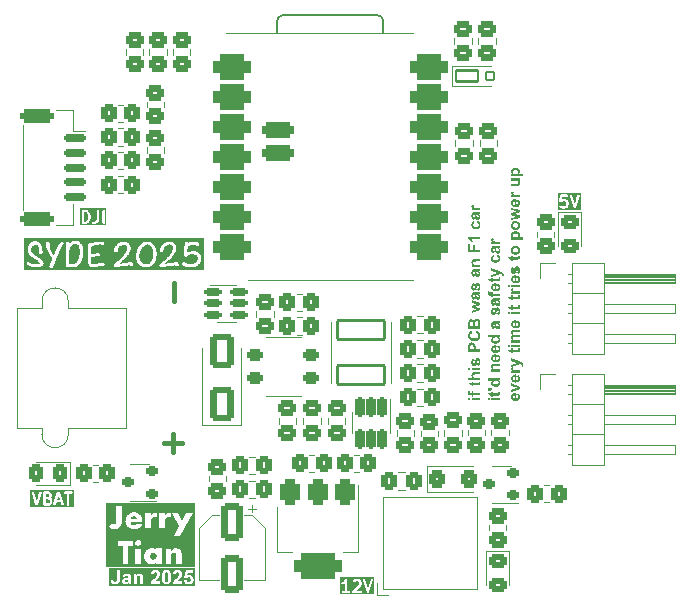
<source format=gbr>
%TF.GenerationSoftware,KiCad,Pcbnew,8.0.4*%
%TF.CreationDate,2025-01-29T17:32:31-05:00*%
%TF.ProjectId,EauRouge,45617552-6f75-4676-952e-6b696361645f,rev?*%
%TF.SameCoordinates,Original*%
%TF.FileFunction,Legend,Top*%
%TF.FilePolarity,Positive*%
%FSLAX46Y46*%
G04 Gerber Fmt 4.6, Leading zero omitted, Abs format (unit mm)*
G04 Created by KiCad (PCBNEW 8.0.4) date 2025-01-29 17:32:31*
%MOMM*%
%LPD*%
G01*
G04 APERTURE LIST*
G04 Aperture macros list*
%AMRoundRect*
0 Rectangle with rounded corners*
0 $1 Rounding radius*
0 $2 $3 $4 $5 $6 $7 $8 $9 X,Y pos of 4 corners*
0 Add a 4 corners polygon primitive as box body*
4,1,4,$2,$3,$4,$5,$6,$7,$8,$9,$2,$3,0*
0 Add four circle primitives for the rounded corners*
1,1,$1+$1,$2,$3*
1,1,$1+$1,$4,$5*
1,1,$1+$1,$6,$7*
1,1,$1+$1,$8,$9*
0 Add four rect primitives between the rounded corners*
20,1,$1+$1,$2,$3,$4,$5,0*
20,1,$1+$1,$4,$5,$6,$7,0*
20,1,$1+$1,$6,$7,$8,$9,0*
20,1,$1+$1,$8,$9,$2,$3,0*%
G04 Aperture macros list end*
%ADD10C,0.200000*%
%ADD11C,0.300000*%
%ADD12C,0.400000*%
%ADD13C,0.120000*%
%ADD14C,0.100000*%
%ADD15C,0.127000*%
%ADD16RoundRect,0.270833X-0.379167X-0.479167X0.379167X-0.479167X0.379167X0.479167X-0.379167X0.479167X0*%
%ADD17RoundRect,0.271277X-0.366223X-0.503723X0.366223X-0.503723X0.366223X0.503723X-0.366223X0.503723X0*%
%ADD18RoundRect,0.271277X0.366223X0.503723X-0.366223X0.503723X-0.366223X-0.503723X0.366223X-0.503723X0*%
%ADD19RoundRect,0.271277X-0.503723X0.366223X-0.503723X-0.366223X0.503723X-0.366223X0.503723X0.366223X0*%
%ADD20RoundRect,0.270833X-0.479167X0.379167X-0.479167X-0.379167X0.479167X-0.379167X0.479167X0.379167X0*%
%ADD21RoundRect,0.271277X0.503723X-0.366223X0.503723X0.366223X-0.503723X0.366223X-0.503723X-0.366223X0*%
%ADD22RoundRect,0.120000X-0.930000X-0.480000X0.930000X-0.480000X0.930000X0.480000X-0.930000X0.480000X0*%
%ADD23RoundRect,0.090000X-0.360000X-0.360000X0.360000X-0.360000X0.360000X0.360000X-0.360000X0.360000X0*%
%ADD24RoundRect,0.281250X-0.618750X1.318750X-0.618750X-1.318750X0.618750X-1.318750X0.618750X1.318750X0*%
%ADD25RoundRect,0.270833X0.479167X-0.379167X0.479167X0.379167X-0.479167X0.379167X-0.479167X-0.379167X0*%
%ADD26RoundRect,0.277778X0.722222X-1.197222X0.722222X1.197222X-0.722222X1.197222X-0.722222X-1.197222X0*%
%ADD27RoundRect,0.550000X-1.050000X-0.550000X1.050000X-0.550000X1.050000X0.550000X-1.050000X0.550000X0*%
%ADD28RoundRect,0.325000X1.025000X0.325000X-1.025000X0.325000X-1.025000X-0.325000X1.025000X-0.325000X0*%
%ADD29C,1.900000*%
%ADD30C,3.200000*%
%ADD31RoundRect,0.271739X-0.478261X0.353261X-0.478261X-0.353261X0.478261X-0.353261X0.478261X0.353261X0*%
%ADD32R,1.700000X1.700000*%
%ADD33O,1.700000X1.700000*%
%ADD34RoundRect,0.318182X-0.381818X-0.431818X0.381818X-0.431818X0.381818X0.431818X-0.381818X0.431818X0*%
%ADD35RoundRect,0.425000X-0.425000X0.675000X-0.425000X-0.675000X0.425000X-0.675000X0.425000X0.675000X0*%
%ADD36RoundRect,0.550000X-1.450000X0.550000X-1.450000X-0.550000X1.450000X-0.550000X1.450000X0.550000X0*%
%ADD37C,1.400000*%
%ADD38R,3.500000X3.500000*%
%ADD39C,3.500000*%
%ADD40RoundRect,0.270833X0.379167X0.479167X-0.379167X0.479167X-0.379167X-0.479167X0.379167X-0.479167X0*%
%ADD41RoundRect,0.225000X0.275000X0.225000X-0.275000X0.225000X-0.275000X-0.225000X0.275000X-0.225000X0*%
%ADD42RoundRect,0.197500X-0.197500X0.652500X-0.197500X-0.652500X0.197500X-0.652500X0.197500X0.652500X0*%
%ADD43RoundRect,0.262500X0.412500X0.262500X-0.412500X0.262500X-0.412500X-0.262500X0.412500X-0.262500X0*%
%ADD44RoundRect,0.185000X-0.735000X0.185000X-0.735000X-0.185000X0.735000X-0.185000X0.735000X0.185000X0*%
%ADD45RoundRect,0.285000X-1.135000X0.285000X-1.135000X-0.285000X1.135000X-0.285000X1.135000X0.285000X0*%
%ADD46RoundRect,0.100000X2.000000X-0.800000X2.000000X0.800000X-2.000000X0.800000X-2.000000X-0.800000X0*%
%ADD47R,2.000000X2.000000*%
%ADD48C,2.000000*%
%ADD49RoundRect,0.271739X0.353261X0.478261X-0.353261X0.478261X-0.353261X-0.478261X0.353261X-0.478261X0*%
%ADD50RoundRect,0.185000X-0.547500X-0.185000X0.547500X-0.185000X0.547500X0.185000X-0.547500X0.185000X0*%
G04 APERTURE END LIST*
D10*
G36*
X102998987Y-141578430D02*
G01*
X103018439Y-141597882D01*
X103048244Y-141657492D01*
X103048244Y-141753135D01*
X103018439Y-141812743D01*
X102993770Y-141837413D01*
X102934161Y-141867219D01*
X102676816Y-141867219D01*
X102676816Y-141543409D01*
X102893922Y-141543409D01*
X102998987Y-141578430D01*
G37*
G36*
X102946151Y-141097024D02*
G01*
X102970820Y-141121692D01*
X103000625Y-141181302D01*
X103000625Y-141229326D01*
X102970820Y-141288935D01*
X102946151Y-141313603D01*
X102886542Y-141343409D01*
X102676816Y-141343409D01*
X102676816Y-141067219D01*
X102886542Y-141067219D01*
X102946151Y-141097024D01*
G37*
G36*
X103866645Y-141581504D02*
G01*
X103667940Y-141581504D01*
X103767292Y-141283446D01*
X103866645Y-141581504D01*
G37*
G36*
X105071720Y-142178330D02*
G01*
X101366490Y-142178330D01*
X101366490Y-140979726D01*
X101477601Y-140979726D01*
X101481948Y-140998842D01*
X101815281Y-141998841D01*
X101823272Y-142016742D01*
X101827955Y-142022141D01*
X101831150Y-142028531D01*
X101840621Y-142036746D01*
X101848837Y-142046218D01*
X101855225Y-142049412D01*
X101860626Y-142054096D01*
X101872527Y-142058063D01*
X101883736Y-142063667D01*
X101890860Y-142064173D01*
X101897642Y-142066434D01*
X101910151Y-142065544D01*
X101922656Y-142066434D01*
X101929434Y-142064174D01*
X101936562Y-142063668D01*
X101947778Y-142058059D01*
X101959672Y-142054095D01*
X101965069Y-142049414D01*
X101971461Y-142046218D01*
X101979679Y-142036742D01*
X101989148Y-142028530D01*
X101992341Y-142022143D01*
X101997026Y-142016742D01*
X102005017Y-141998842D01*
X102338350Y-140998842D01*
X102342697Y-140979727D01*
X102341808Y-140967219D01*
X102476816Y-140967219D01*
X102476816Y-141967219D01*
X102478737Y-141986728D01*
X102493669Y-142022776D01*
X102521259Y-142050366D01*
X102557307Y-142065298D01*
X102576816Y-142067219D01*
X102957768Y-142067219D01*
X102977277Y-142065298D01*
X102980597Y-142063922D01*
X102984181Y-142063668D01*
X103002489Y-142056662D01*
X103097727Y-142009043D01*
X103106122Y-142003758D01*
X103108564Y-142002747D01*
X103111311Y-142000491D01*
X103114317Y-141998600D01*
X103116047Y-141996605D01*
X103123717Y-141990310D01*
X103159314Y-141954712D01*
X103334744Y-141954712D01*
X103337510Y-141993632D01*
X103354960Y-142028531D01*
X103384436Y-142054096D01*
X103421452Y-142066434D01*
X103460372Y-142063668D01*
X103495271Y-142046218D01*
X103520836Y-142016742D01*
X103528827Y-141998842D01*
X103601273Y-141781504D01*
X103933311Y-141781504D01*
X104005757Y-141998841D01*
X104013748Y-142016742D01*
X104039313Y-142046218D01*
X104074212Y-142063667D01*
X104113132Y-142066434D01*
X104150148Y-142054095D01*
X104179624Y-142028530D01*
X104197074Y-141993631D01*
X104199840Y-141954711D01*
X104195493Y-141935596D01*
X103866198Y-140947710D01*
X104193023Y-140947710D01*
X104193023Y-140986728D01*
X104207955Y-141022776D01*
X104235545Y-141050366D01*
X104271593Y-141065298D01*
X104291102Y-141067219D01*
X104476816Y-141067219D01*
X104476816Y-141967219D01*
X104478737Y-141986728D01*
X104493669Y-142022776D01*
X104521259Y-142050366D01*
X104557307Y-142065298D01*
X104596325Y-142065298D01*
X104632373Y-142050366D01*
X104659963Y-142022776D01*
X104674895Y-141986728D01*
X104676816Y-141967219D01*
X104676816Y-141067219D01*
X104862530Y-141067219D01*
X104882039Y-141065298D01*
X104918087Y-141050366D01*
X104945677Y-141022776D01*
X104960609Y-140986728D01*
X104960609Y-140947710D01*
X104945677Y-140911662D01*
X104918087Y-140884072D01*
X104882039Y-140869140D01*
X104862530Y-140867219D01*
X104291102Y-140867219D01*
X104271593Y-140869140D01*
X104235545Y-140884072D01*
X104207955Y-140911662D01*
X104193023Y-140947710D01*
X103866198Y-140947710D01*
X103862160Y-140935596D01*
X103854169Y-140917696D01*
X103849484Y-140912294D01*
X103846291Y-140905908D01*
X103836822Y-140897695D01*
X103828604Y-140888220D01*
X103822212Y-140885023D01*
X103816815Y-140880343D01*
X103804921Y-140876378D01*
X103793705Y-140870770D01*
X103786577Y-140870263D01*
X103779799Y-140868004D01*
X103767294Y-140868893D01*
X103754785Y-140868004D01*
X103748003Y-140870264D01*
X103740879Y-140870771D01*
X103729670Y-140876374D01*
X103717769Y-140880342D01*
X103712368Y-140885025D01*
X103705980Y-140888220D01*
X103697764Y-140897691D01*
X103688293Y-140905907D01*
X103685098Y-140912296D01*
X103680415Y-140917696D01*
X103672424Y-140935597D01*
X103339091Y-141935596D01*
X103334744Y-141954712D01*
X103159314Y-141954712D01*
X103171336Y-141942690D01*
X103177628Y-141935023D01*
X103179625Y-141933292D01*
X103181518Y-141930284D01*
X103183773Y-141927537D01*
X103184784Y-141925095D01*
X103190068Y-141916701D01*
X103237687Y-141821464D01*
X103244693Y-141803155D01*
X103244947Y-141799571D01*
X103246323Y-141796251D01*
X103248244Y-141776742D01*
X103248244Y-141633885D01*
X103246323Y-141614376D01*
X103244947Y-141611055D01*
X103244693Y-141607472D01*
X103237687Y-141589163D01*
X103190068Y-141493926D01*
X103184782Y-141485529D01*
X103183772Y-141483089D01*
X103181518Y-141480343D01*
X103179625Y-141477335D01*
X103177627Y-141475602D01*
X103171335Y-141467936D01*
X103123717Y-141420317D01*
X103122928Y-141419669D01*
X103123716Y-141418882D01*
X103130008Y-141411215D01*
X103132006Y-141409483D01*
X103133899Y-141406474D01*
X103136153Y-141403729D01*
X103137163Y-141401288D01*
X103142449Y-141392892D01*
X103190068Y-141297655D01*
X103197074Y-141279346D01*
X103197328Y-141275762D01*
X103198704Y-141272442D01*
X103200625Y-141252933D01*
X103200625Y-141157695D01*
X103198704Y-141138186D01*
X103197328Y-141134865D01*
X103197074Y-141131282D01*
X103190068Y-141112973D01*
X103142449Y-141017736D01*
X103137163Y-141009339D01*
X103136153Y-141006899D01*
X103133899Y-141004153D01*
X103132006Y-141001145D01*
X103130008Y-140999412D01*
X103123716Y-140991746D01*
X103076098Y-140944127D01*
X103068427Y-140937832D01*
X103066698Y-140935838D01*
X103063690Y-140933944D01*
X103060944Y-140931691D01*
X103058504Y-140930680D01*
X103050108Y-140925395D01*
X102954870Y-140877776D01*
X102936562Y-140870770D01*
X102932978Y-140870515D01*
X102929658Y-140869140D01*
X102910149Y-140867219D01*
X102576816Y-140867219D01*
X102557307Y-140869140D01*
X102521259Y-140884072D01*
X102493669Y-140911662D01*
X102478737Y-140947710D01*
X102476816Y-140967219D01*
X102341808Y-140967219D01*
X102339931Y-140940807D01*
X102322481Y-140905908D01*
X102293005Y-140880343D01*
X102255989Y-140868004D01*
X102217069Y-140870771D01*
X102182170Y-140888220D01*
X102156605Y-140917696D01*
X102148614Y-140935597D01*
X101910149Y-141650991D01*
X101671684Y-140935596D01*
X101663693Y-140917696D01*
X101638128Y-140888220D01*
X101603229Y-140870770D01*
X101564309Y-140868004D01*
X101527293Y-140880342D01*
X101497817Y-140905907D01*
X101480367Y-140940806D01*
X101477601Y-140979726D01*
X101366490Y-140979726D01*
X101366490Y-140756108D01*
X105071720Y-140756108D01*
X105071720Y-142178330D01*
G37*
G36*
X138625896Y-133149127D02*
G01*
X138453949Y-133149127D01*
X138453949Y-132955931D01*
X138625896Y-132955931D01*
X138625896Y-133149127D01*
G37*
G36*
X139470000Y-133149127D02*
G01*
X138735317Y-133149127D01*
X138735317Y-132955931D01*
X139470000Y-132955931D01*
X139470000Y-133149127D01*
G37*
G36*
X138735317Y-132844556D02*
G01*
X138735317Y-132737578D01*
X138679874Y-132737578D01*
X138626470Y-132735670D01*
X138574537Y-132728343D01*
X138541388Y-132718039D01*
X138499989Y-132690256D01*
X138468941Y-132649237D01*
X138467138Y-132645987D01*
X138448478Y-132598567D01*
X138439697Y-132546710D01*
X138438318Y-132512875D01*
X138440607Y-132461741D01*
X138447477Y-132411228D01*
X138458926Y-132361334D01*
X138461765Y-132351430D01*
X138589993Y-132377564D01*
X138581105Y-132428217D01*
X138579002Y-132466224D01*
X138589853Y-132514149D01*
X138600006Y-132526308D01*
X138646908Y-132542617D01*
X138680362Y-132544382D01*
X138735317Y-132544382D01*
X138735317Y-132400279D01*
X138876001Y-132400279D01*
X138876001Y-132544382D01*
X139470000Y-132544382D01*
X139470000Y-132737578D01*
X138876001Y-132737578D01*
X138876001Y-132844556D01*
X138735317Y-132844556D01*
G37*
G36*
X138735317Y-131570830D02*
G01*
X138876001Y-131570830D01*
X138876001Y-131702721D01*
X139194982Y-131702721D01*
X139247690Y-131702363D01*
X139297145Y-131700485D01*
X139308066Y-131699057D01*
X139334689Y-131681716D01*
X139344947Y-131649232D01*
X139336174Y-131600977D01*
X139326385Y-131571563D01*
X139460230Y-131554954D01*
X139474692Y-131603377D01*
X139483150Y-131655956D01*
X139485631Y-131707362D01*
X139481113Y-131757065D01*
X139467557Y-131801639D01*
X139440862Y-131845260D01*
X139420907Y-131863189D01*
X139374670Y-131883680D01*
X139343482Y-131890300D01*
X139291153Y-131894879D01*
X139240525Y-131896191D01*
X139203531Y-131896406D01*
X138876001Y-131896406D01*
X138876001Y-131985066D01*
X138735317Y-131985066D01*
X138735317Y-131896406D01*
X138594633Y-131896406D01*
X138485212Y-131702721D01*
X138735317Y-131702721D01*
X138735317Y-131570830D01*
G37*
G36*
X138453949Y-131246964D02*
G01*
X138823733Y-131246964D01*
X138788373Y-131210688D01*
X138756366Y-131165111D01*
X138734317Y-131116027D01*
X138722226Y-131063437D01*
X138719685Y-131023726D01*
X138723797Y-130971727D01*
X138736132Y-130924081D01*
X138744598Y-130903558D01*
X138770959Y-130859208D01*
X138805703Y-130824679D01*
X138808101Y-130822958D01*
X138851516Y-130798978D01*
X138893831Y-130785833D01*
X138944821Y-130778988D01*
X138998856Y-130776299D01*
X139039644Y-130775819D01*
X139470000Y-130775819D01*
X139470000Y-130968771D01*
X139077257Y-130968771D01*
X139024211Y-130969458D01*
X138972886Y-130972249D01*
X138929002Y-130979762D01*
X138887672Y-131007222D01*
X138878932Y-131018597D01*
X138861838Y-131065814D01*
X138860369Y-131088206D01*
X138867943Y-131139091D01*
X138884305Y-131174180D01*
X138918609Y-131210355D01*
X138955868Y-131229623D01*
X139006545Y-131241477D01*
X139058694Y-131246134D01*
X139097529Y-131246964D01*
X139470000Y-131246964D01*
X139470000Y-131439916D01*
X138453949Y-131439916D01*
X138453949Y-131246964D01*
G37*
G36*
X138625896Y-130584577D02*
G01*
X138453949Y-130584577D01*
X138453949Y-130391381D01*
X138625896Y-130391381D01*
X138625896Y-130584577D01*
G37*
G36*
X139470000Y-130584577D02*
G01*
X138735317Y-130584577D01*
X138735317Y-130391381D01*
X139470000Y-130391381D01*
X139470000Y-130584577D01*
G37*
G36*
X139266789Y-130263642D02*
G01*
X139235526Y-130069958D01*
X139282787Y-130051212D01*
X139317103Y-130019888D01*
X139337986Y-129974459D01*
X139344838Y-129922286D01*
X139344947Y-129913886D01*
X139341066Y-129863019D01*
X139325299Y-129814021D01*
X139317348Y-129801290D01*
X139273724Y-129776286D01*
X139265812Y-129775889D01*
X139229420Y-129789567D01*
X139208484Y-129836686D01*
X139204019Y-129854291D01*
X139191273Y-129909994D01*
X139178801Y-129960354D01*
X139163598Y-130015790D01*
X139148824Y-130062878D01*
X139128862Y-130114777D01*
X139109741Y-130150314D01*
X139077165Y-130188141D01*
X139033584Y-130217778D01*
X138982661Y-130233736D01*
X138944633Y-130236775D01*
X138893467Y-130230864D01*
X138847132Y-130213128D01*
X138805626Y-130183568D01*
X138784654Y-130162037D01*
X138756230Y-130119402D01*
X138738021Y-130073655D01*
X138726030Y-130020032D01*
X138720701Y-129967799D01*
X138719685Y-129929762D01*
X138721489Y-129876322D01*
X138728150Y-129820812D01*
X138739721Y-129772664D01*
X138758955Y-129726655D01*
X138770976Y-129707257D01*
X138803730Y-129669791D01*
X138844289Y-129639551D01*
X138892654Y-129616537D01*
X138922896Y-129606873D01*
X138954159Y-129789078D01*
X138907703Y-129810405D01*
X138884549Y-129833531D01*
X138864998Y-129878885D01*
X138860369Y-129926343D01*
X138863358Y-129977416D01*
X138876638Y-130026601D01*
X138881618Y-130035519D01*
X138920942Y-130057501D01*
X138955868Y-130038206D01*
X138975790Y-129990842D01*
X138989903Y-129941780D01*
X139003879Y-129885727D01*
X139010334Y-129857955D01*
X139023999Y-129803424D01*
X139038796Y-129755419D01*
X139057493Y-129707661D01*
X139080749Y-129663956D01*
X139096308Y-129642533D01*
X139136587Y-129608186D01*
X139186563Y-129588096D01*
X139240411Y-129582205D01*
X139294675Y-129588831D01*
X139344533Y-129608712D01*
X139385154Y-129637509D01*
X139413335Y-129665980D01*
X139441505Y-129706477D01*
X139462756Y-129754664D01*
X139475464Y-129802088D01*
X139483089Y-129855162D01*
X139485631Y-129913886D01*
X139483562Y-129967659D01*
X139477353Y-130017052D01*
X139464880Y-130069143D01*
X139446773Y-130115273D01*
X139426769Y-130150069D01*
X139394696Y-130189682D01*
X139357342Y-130221816D01*
X139314707Y-130246469D01*
X139266789Y-130263642D01*
G37*
G36*
X138812530Y-128257899D02*
G01*
X138862218Y-128267116D01*
X138910264Y-128284857D01*
X138918255Y-128288939D01*
X138961703Y-128316760D01*
X139000168Y-128352635D01*
X139017173Y-128374424D01*
X139042354Y-128416817D01*
X139060547Y-128463193D01*
X139064801Y-128479937D01*
X139072400Y-128531795D01*
X139076453Y-128582453D01*
X139078521Y-128633465D01*
X139079211Y-128690718D01*
X139079211Y-128823342D01*
X139470000Y-128823342D01*
X139470000Y-129026796D01*
X138453949Y-129026796D01*
X138453949Y-128725157D01*
X138625896Y-128725157D01*
X138625896Y-128823342D01*
X138907264Y-128823342D01*
X138907264Y-128711967D01*
X138906302Y-128656860D01*
X138902921Y-128606761D01*
X138893740Y-128556635D01*
X138891877Y-128551256D01*
X138865468Y-128507445D01*
X138843028Y-128487752D01*
X138797309Y-128468022D01*
X138765847Y-128464794D01*
X138716571Y-128472854D01*
X138676699Y-128497034D01*
X138646774Y-128536183D01*
X138632735Y-128578855D01*
X138627826Y-128629126D01*
X138626223Y-128680589D01*
X138625896Y-128725157D01*
X138453949Y-128725157D01*
X138453949Y-128700488D01*
X138454319Y-128645641D01*
X138455739Y-128588167D01*
X138458741Y-128532619D01*
X138464730Y-128479403D01*
X138469092Y-128458688D01*
X138485944Y-128412156D01*
X138511218Y-128370108D01*
X138544917Y-128332541D01*
X138567278Y-128313607D01*
X138613365Y-128285389D01*
X138660202Y-128268060D01*
X138712565Y-128258027D01*
X138762916Y-128255233D01*
X138812530Y-128257899D01*
G37*
G36*
X139079211Y-127449476D02*
G01*
X139141737Y-127252372D01*
X139191698Y-127268036D01*
X139237474Y-127286633D01*
X139286878Y-127312822D01*
X139330255Y-127343236D01*
X139367605Y-127377875D01*
X139389155Y-127403314D01*
X139416630Y-127444791D01*
X139438420Y-127490268D01*
X139454525Y-127539748D01*
X139464947Y-127593228D01*
X139469684Y-127650710D01*
X139470000Y-127670760D01*
X139467878Y-127719777D01*
X139459258Y-127777913D01*
X139444007Y-127832567D01*
X139422125Y-127883739D01*
X139393613Y-127931428D01*
X139358469Y-127975635D01*
X139334200Y-128000488D01*
X139289330Y-128037640D01*
X139239595Y-128068494D01*
X139184993Y-128093052D01*
X139137808Y-128108165D01*
X139087509Y-128119247D01*
X139034097Y-128126300D01*
X138977570Y-128129322D01*
X138962951Y-128129448D01*
X138902410Y-128127422D01*
X138845348Y-128121342D01*
X138791768Y-128111210D01*
X138741667Y-128097025D01*
X138695047Y-128078787D01*
X138641667Y-128050290D01*
X138593725Y-128015460D01*
X138576071Y-127999755D01*
X138536386Y-127957158D01*
X138503428Y-127910578D01*
X138477195Y-127860014D01*
X138457689Y-127805468D01*
X138444909Y-127746938D01*
X138439528Y-127697246D01*
X138438318Y-127658304D01*
X138441144Y-127602225D01*
X138449623Y-127549544D01*
X138463756Y-127500263D01*
X138483541Y-127454380D01*
X138508979Y-127411896D01*
X138540070Y-127372812D01*
X138554089Y-127358129D01*
X138592130Y-127325950D01*
X138637620Y-127298046D01*
X138683535Y-127277135D01*
X138735153Y-127259497D01*
X138750949Y-127255059D01*
X138782212Y-127456315D01*
X138731425Y-127473162D01*
X138688545Y-127499186D01*
X138656427Y-127530809D01*
X138630145Y-127572652D01*
X138614773Y-127620267D01*
X138610265Y-127668562D01*
X138615241Y-127721868D01*
X138630170Y-127769923D01*
X138655053Y-127812726D01*
X138689888Y-127850279D01*
X138735882Y-127880733D01*
X138786270Y-127900242D01*
X138836994Y-127911663D01*
X138894673Y-127918188D01*
X138948053Y-127919888D01*
X139004546Y-127918212D01*
X139055720Y-127913185D01*
X139110108Y-127902730D01*
X139156836Y-127887448D01*
X139201672Y-127863521D01*
X139217697Y-127851256D01*
X139252852Y-127814360D01*
X139277964Y-127772304D01*
X139293030Y-127725089D01*
X139298053Y-127672714D01*
X139291819Y-127619650D01*
X139273117Y-127571953D01*
X139245296Y-127533251D01*
X139206408Y-127499988D01*
X139161294Y-127475556D01*
X139113147Y-127458219D01*
X139079211Y-127449476D01*
G37*
G36*
X139228539Y-126243752D02*
G01*
X139278650Y-126257250D01*
X139311486Y-126271249D01*
X139356537Y-126298508D01*
X139394238Y-126332294D01*
X139415289Y-126358443D01*
X139440225Y-126403483D01*
X139455720Y-126451166D01*
X139463161Y-126494731D01*
X139466393Y-126546628D01*
X139467969Y-126597324D01*
X139469023Y-126651718D01*
X139469690Y-126704760D01*
X139470000Y-126739951D01*
X139470000Y-127082868D01*
X138453949Y-127082868D01*
X138453949Y-126762909D01*
X138625896Y-126762909D01*
X138625896Y-126879658D01*
X138860369Y-126879658D01*
X138860369Y-126746301D01*
X138860247Y-126715526D01*
X139032316Y-126715526D01*
X139032316Y-126879658D01*
X139298053Y-126879658D01*
X139298053Y-126691346D01*
X139297671Y-126641414D01*
X139295900Y-126589158D01*
X139291946Y-126551884D01*
X139274109Y-126503964D01*
X139252379Y-126478122D01*
X139207387Y-126454262D01*
X139167871Y-126449546D01*
X139119616Y-126457295D01*
X139092156Y-126471528D01*
X139058486Y-126508794D01*
X139046727Y-126535031D01*
X139037397Y-126584850D01*
X139033724Y-126638184D01*
X139032443Y-126690325D01*
X139032316Y-126715526D01*
X138860247Y-126715526D01*
X138860156Y-126692568D01*
X138859287Y-126641200D01*
X138856950Y-126598778D01*
X138843516Y-126549585D01*
X138820558Y-126516713D01*
X138778167Y-126491629D01*
X138741423Y-126486671D01*
X138691731Y-126495798D01*
X138664975Y-126512561D01*
X138637307Y-126554444D01*
X138629316Y-126589009D01*
X138626861Y-126642303D01*
X138626110Y-126698185D01*
X138625900Y-126754044D01*
X138625896Y-126762909D01*
X138453949Y-126762909D01*
X138453949Y-126680355D01*
X138454440Y-126631013D01*
X138456203Y-126581748D01*
X138460210Y-126530858D01*
X138464207Y-126502302D01*
X138477224Y-126453182D01*
X138498749Y-126408830D01*
X138506461Y-126397034D01*
X138538572Y-126359420D01*
X138578910Y-126327791D01*
X138591946Y-126319853D01*
X138637385Y-126299769D01*
X138687176Y-126289925D01*
X138711625Y-126288834D01*
X138763832Y-126294192D01*
X138812742Y-126310266D01*
X138843517Y-126326936D01*
X138884355Y-126359325D01*
X138916744Y-126399339D01*
X138933642Y-126430251D01*
X138951749Y-126381837D01*
X138978893Y-126335975D01*
X139013430Y-126298460D01*
X139025233Y-126288834D01*
X139067904Y-126262688D01*
X139115012Y-126246225D01*
X139166555Y-126239446D01*
X139177397Y-126239253D01*
X139228539Y-126243752D01*
G37*
G36*
X139470000Y-125550000D02*
G01*
X138735317Y-125780809D01*
X138735317Y-125593230D01*
X139216720Y-125456454D01*
X138735317Y-125330669D01*
X138735317Y-125144556D01*
X139216720Y-125022923D01*
X138735317Y-124883705D01*
X138735317Y-124693196D01*
X139470000Y-124927669D01*
X139470000Y-125113049D01*
X138997390Y-125238834D01*
X139470000Y-125362421D01*
X139470000Y-125550000D01*
G37*
G36*
X139470000Y-124154396D02*
G01*
X139422292Y-124169607D01*
X139410404Y-124172958D01*
X139386713Y-124179797D01*
X139420395Y-124217945D01*
X139448978Y-124261442D01*
X139460963Y-124285799D01*
X139476934Y-124332731D01*
X139484764Y-124382244D01*
X139485631Y-124405966D01*
X139481754Y-124459287D01*
X139468122Y-124512157D01*
X139444676Y-124557493D01*
X139423593Y-124583531D01*
X139386089Y-124614936D01*
X139338299Y-124637777D01*
X139289783Y-124647484D01*
X139266545Y-124648499D01*
X139217802Y-124643622D01*
X139170357Y-124627460D01*
X139154682Y-124618946D01*
X139115953Y-124588552D01*
X139086107Y-124549088D01*
X139079211Y-124536147D01*
X139060538Y-124489585D01*
X139046394Y-124440655D01*
X139034765Y-124388747D01*
X139033538Y-124382519D01*
X139022386Y-124327294D01*
X139010071Y-124273912D01*
X138996764Y-124226264D01*
X138985422Y-124194940D01*
X139126106Y-124194940D01*
X139138989Y-124242873D01*
X139150175Y-124293008D01*
X139154193Y-124312421D01*
X139165218Y-124361085D01*
X139181048Y-124408377D01*
X139185945Y-124417445D01*
X139223039Y-124449979D01*
X139250425Y-124455303D01*
X139298523Y-124440988D01*
X139317103Y-124425017D01*
X139341032Y-124380767D01*
X139344947Y-124348080D01*
X139336826Y-124297034D01*
X139314461Y-124251396D01*
X139312463Y-124248429D01*
X139277124Y-124214121D01*
X139251891Y-124202512D01*
X139202814Y-124195835D01*
X139162498Y-124194940D01*
X139126106Y-124194940D01*
X138985422Y-124194940D01*
X138965638Y-124194940D01*
X138916912Y-124201840D01*
X138884549Y-124222540D01*
X138864998Y-124268770D01*
X138860393Y-124321384D01*
X138860369Y-124326099D01*
X138866938Y-124376966D01*
X138881130Y-124406699D01*
X138919388Y-124438431D01*
X138954159Y-124453349D01*
X138922896Y-124628471D01*
X138874474Y-124611038D01*
X138828029Y-124585077D01*
X138790085Y-124552391D01*
X138769511Y-124526866D01*
X138745425Y-124480674D01*
X138730633Y-124430337D01*
X138722800Y-124379130D01*
X138719880Y-124329917D01*
X138719685Y-124312421D01*
X138721158Y-124259061D01*
X138726447Y-124205835D01*
X138736996Y-124155846D01*
X138750460Y-124120202D01*
X138775877Y-124078047D01*
X138811433Y-124042237D01*
X138828618Y-124031297D01*
X138875135Y-124015521D01*
X138924673Y-124008467D01*
X138979250Y-124005635D01*
X139002274Y-124005408D01*
X139228932Y-124007606D01*
X139279318Y-124006872D01*
X139329987Y-124003980D01*
X139371570Y-123998325D01*
X139419136Y-123985013D01*
X139466724Y-123965214D01*
X139470000Y-123963642D01*
X139470000Y-124154396D01*
G37*
G36*
X139266789Y-123886950D02*
G01*
X139235526Y-123693265D01*
X139282787Y-123674520D01*
X139317103Y-123643196D01*
X139337986Y-123597766D01*
X139344838Y-123545594D01*
X139344947Y-123537194D01*
X139341066Y-123486327D01*
X139325299Y-123437329D01*
X139317348Y-123424598D01*
X139273724Y-123399594D01*
X139265812Y-123399197D01*
X139229420Y-123412875D01*
X139208484Y-123459993D01*
X139204019Y-123477599D01*
X139191273Y-123533302D01*
X139178801Y-123583661D01*
X139163598Y-123639098D01*
X139148824Y-123686186D01*
X139128862Y-123738085D01*
X139109741Y-123773621D01*
X139077165Y-123811448D01*
X139033584Y-123841085D01*
X138982661Y-123857044D01*
X138944633Y-123860083D01*
X138893467Y-123854171D01*
X138847132Y-123836436D01*
X138805626Y-123806876D01*
X138784654Y-123785345D01*
X138756230Y-123742709D01*
X138738021Y-123696963D01*
X138726030Y-123643340D01*
X138720701Y-123591107D01*
X138719685Y-123553070D01*
X138721489Y-123499629D01*
X138728150Y-123444119D01*
X138739721Y-123395972D01*
X138758955Y-123349963D01*
X138770976Y-123330565D01*
X138803730Y-123293099D01*
X138844289Y-123262859D01*
X138892654Y-123239845D01*
X138922896Y-123230181D01*
X138954159Y-123412386D01*
X138907703Y-123433713D01*
X138884549Y-123456838D01*
X138864998Y-123502193D01*
X138860369Y-123549651D01*
X138863358Y-123600724D01*
X138876638Y-123649908D01*
X138881618Y-123658827D01*
X138920942Y-123680809D01*
X138955868Y-123661514D01*
X138975790Y-123614150D01*
X138989903Y-123565087D01*
X139003879Y-123509035D01*
X139010334Y-123481263D01*
X139023999Y-123426732D01*
X139038796Y-123378726D01*
X139057493Y-123330968D01*
X139080749Y-123287264D01*
X139096308Y-123265840D01*
X139136587Y-123231494D01*
X139186563Y-123211404D01*
X139240411Y-123205512D01*
X139294675Y-123212139D01*
X139344533Y-123232019D01*
X139385154Y-123260817D01*
X139413335Y-123289288D01*
X139441505Y-123329785D01*
X139462756Y-123377972D01*
X139475464Y-123425396D01*
X139483089Y-123478470D01*
X139485631Y-123537194D01*
X139483562Y-123590967D01*
X139477353Y-123640360D01*
X139464880Y-123692451D01*
X139446773Y-123738581D01*
X139426769Y-123773377D01*
X139394696Y-123812990D01*
X139357342Y-123845123D01*
X139314707Y-123869777D01*
X139266789Y-123886950D01*
G37*
G36*
X139470000Y-122208269D02*
G01*
X139422292Y-122223480D01*
X139410404Y-122226831D01*
X139386713Y-122233670D01*
X139420395Y-122271818D01*
X139448978Y-122315315D01*
X139460963Y-122339672D01*
X139476934Y-122386604D01*
X139484764Y-122436117D01*
X139485631Y-122459839D01*
X139481754Y-122513160D01*
X139468122Y-122566030D01*
X139444676Y-122611366D01*
X139423593Y-122637404D01*
X139386089Y-122668809D01*
X139338299Y-122691650D01*
X139289783Y-122701357D01*
X139266545Y-122702372D01*
X139217802Y-122697495D01*
X139170357Y-122681333D01*
X139154682Y-122672819D01*
X139115953Y-122642425D01*
X139086107Y-122602961D01*
X139079211Y-122590020D01*
X139060538Y-122543458D01*
X139046394Y-122494528D01*
X139034765Y-122442620D01*
X139033538Y-122436392D01*
X139022386Y-122381167D01*
X139010071Y-122327785D01*
X138996764Y-122280137D01*
X138985422Y-122248813D01*
X139126106Y-122248813D01*
X139138989Y-122296746D01*
X139150175Y-122346880D01*
X139154193Y-122366294D01*
X139165218Y-122414958D01*
X139181048Y-122462250D01*
X139185945Y-122471318D01*
X139223039Y-122503852D01*
X139250425Y-122509176D01*
X139298523Y-122494861D01*
X139317103Y-122478890D01*
X139341032Y-122434640D01*
X139344947Y-122401953D01*
X139336826Y-122350907D01*
X139314461Y-122305269D01*
X139312463Y-122302302D01*
X139277124Y-122267994D01*
X139251891Y-122256385D01*
X139202814Y-122249708D01*
X139162498Y-122248813D01*
X139126106Y-122248813D01*
X138985422Y-122248813D01*
X138965638Y-122248813D01*
X138916912Y-122255713D01*
X138884549Y-122276413D01*
X138864998Y-122322643D01*
X138860393Y-122375257D01*
X138860369Y-122379972D01*
X138866938Y-122430839D01*
X138881130Y-122460572D01*
X138919388Y-122492304D01*
X138954159Y-122507222D01*
X138922896Y-122682344D01*
X138874474Y-122664911D01*
X138828029Y-122638950D01*
X138790085Y-122606264D01*
X138769511Y-122580739D01*
X138745425Y-122534547D01*
X138730633Y-122484210D01*
X138722800Y-122433003D01*
X138719880Y-122383790D01*
X138719685Y-122366294D01*
X138721158Y-122312934D01*
X138726447Y-122259708D01*
X138736996Y-122209719D01*
X138750460Y-122174075D01*
X138775877Y-122131920D01*
X138811433Y-122096110D01*
X138828618Y-122085170D01*
X138875135Y-122069394D01*
X138924673Y-122062340D01*
X138979250Y-122059508D01*
X139002274Y-122059281D01*
X139228932Y-122061479D01*
X139279318Y-122060745D01*
X139329987Y-122057853D01*
X139371570Y-122052198D01*
X139419136Y-122038886D01*
X139466724Y-122019087D01*
X139470000Y-122017515D01*
X139470000Y-122208269D01*
G37*
G36*
X139470000Y-121209316D02*
G01*
X139470000Y-121402267D01*
X139090690Y-121402267D01*
X139035797Y-121403046D01*
X138986741Y-121405783D01*
X138937160Y-121413957D01*
X138934863Y-121414724D01*
X138892156Y-121440354D01*
X138879909Y-121454780D01*
X138861915Y-121500609D01*
X138860369Y-121521702D01*
X138868297Y-121572197D01*
X138888457Y-121611828D01*
X138923280Y-121647097D01*
X138962707Y-121666538D01*
X139013153Y-121676026D01*
X139063237Y-121679762D01*
X139118169Y-121681136D01*
X139133433Y-121681193D01*
X139470000Y-121681193D01*
X139470000Y-121874145D01*
X138735317Y-121874145D01*
X138735317Y-121694870D01*
X138842540Y-121694870D01*
X138800788Y-121657324D01*
X138767675Y-121616308D01*
X138743201Y-121571824D01*
X138727364Y-121523870D01*
X138720165Y-121472447D01*
X138719685Y-121454535D01*
X138723515Y-121404396D01*
X138736204Y-121354548D01*
X138742889Y-121337787D01*
X138767432Y-121293788D01*
X138801995Y-121257676D01*
X138845478Y-121232431D01*
X138883572Y-121220062D01*
X138934856Y-121212349D01*
X138988403Y-121209578D01*
X139013998Y-121209316D01*
X139470000Y-121209316D01*
G37*
G36*
X139470000Y-120626308D02*
G01*
X138453949Y-120626308D01*
X138453949Y-119936078D01*
X138625896Y-119936078D01*
X138625896Y-120423098D01*
X138860369Y-120423098D01*
X138860369Y-120002756D01*
X139032316Y-120002756D01*
X139032316Y-120423098D01*
X139470000Y-120423098D01*
X139470000Y-120626308D01*
G37*
G36*
X139470000Y-119321563D02*
G01*
X139470000Y-119514515D01*
X138734829Y-119514515D01*
X138772638Y-119555504D01*
X138806567Y-119599156D01*
X138836615Y-119645470D01*
X138862781Y-119694445D01*
X138885067Y-119746082D01*
X138891632Y-119763886D01*
X138704054Y-119763886D01*
X138684696Y-119715429D01*
X138660013Y-119669615D01*
X138632299Y-119627140D01*
X138612219Y-119599755D01*
X138576864Y-119558906D01*
X138538702Y-119525017D01*
X138497730Y-119498089D01*
X138453949Y-119478122D01*
X138453949Y-119321563D01*
X139470000Y-119321563D01*
G37*
G36*
X138938527Y-117970655D02*
G01*
X138969790Y-118160921D01*
X138922102Y-118176613D01*
X138887969Y-118204640D01*
X138865652Y-118249248D01*
X138860369Y-118292812D01*
X138867857Y-118342763D01*
X138892867Y-118387653D01*
X138913614Y-118407850D01*
X138958676Y-118432324D01*
X139008125Y-118444792D01*
X139061583Y-118450165D01*
X139091667Y-118450837D01*
X139140832Y-118449308D01*
X139190962Y-118443662D01*
X139238723Y-118432114D01*
X139284128Y-118410036D01*
X139287794Y-118407362D01*
X139322622Y-118370382D01*
X139341375Y-118325021D01*
X139344947Y-118290125D01*
X139337070Y-118240177D01*
X139313440Y-118200244D01*
X139273637Y-118171833D01*
X139227344Y-118155673D01*
X139204263Y-118150662D01*
X139235526Y-117961130D01*
X139286804Y-117976654D01*
X139332285Y-117997368D01*
X139377164Y-118027394D01*
X139414472Y-118064199D01*
X139422616Y-118074459D01*
X139450185Y-118119918D01*
X139467847Y-118165556D01*
X139479477Y-118216663D01*
X139485077Y-118273240D01*
X139485631Y-118299162D01*
X139482068Y-118356879D01*
X139471377Y-118410045D01*
X139453560Y-118458659D01*
X139428616Y-118502723D01*
X139396544Y-118542236D01*
X139384270Y-118554396D01*
X139343438Y-118586685D01*
X139297144Y-118612293D01*
X139245390Y-118631221D01*
X139188174Y-118643468D01*
X139136322Y-118648571D01*
X139103391Y-118649406D01*
X139048643Y-118647075D01*
X138997818Y-118640080D01*
X138942008Y-118625532D01*
X138891847Y-118604268D01*
X138847337Y-118576290D01*
X138820802Y-118553907D01*
X138786438Y-118515725D01*
X138759184Y-118472803D01*
X138739040Y-118425142D01*
X138726005Y-118372740D01*
X138720080Y-118315599D01*
X138719685Y-118295498D01*
X138722280Y-118239868D01*
X138730064Y-118189450D01*
X138745314Y-118138213D01*
X138767341Y-118093783D01*
X138773907Y-118083740D01*
X138808752Y-118042998D01*
X138847251Y-118012655D01*
X138892833Y-117987838D01*
X138938527Y-117970655D01*
G37*
G36*
X139470000Y-117384961D02*
G01*
X139422292Y-117400172D01*
X139410404Y-117403524D01*
X139386713Y-117410362D01*
X139420395Y-117448510D01*
X139448978Y-117492007D01*
X139460963Y-117516364D01*
X139476934Y-117563297D01*
X139484764Y-117612809D01*
X139485631Y-117636531D01*
X139481754Y-117689853D01*
X139468122Y-117742723D01*
X139444676Y-117788058D01*
X139423593Y-117814096D01*
X139386089Y-117845502D01*
X139338299Y-117868342D01*
X139289783Y-117878049D01*
X139266545Y-117879064D01*
X139217802Y-117874187D01*
X139170357Y-117858025D01*
X139154682Y-117849511D01*
X139115953Y-117819117D01*
X139086107Y-117779654D01*
X139079211Y-117766713D01*
X139060538Y-117720150D01*
X139046394Y-117671220D01*
X139034765Y-117619312D01*
X139033538Y-117613084D01*
X139022386Y-117557859D01*
X139010071Y-117504477D01*
X138996764Y-117456830D01*
X138985422Y-117425505D01*
X139126106Y-117425505D01*
X139138989Y-117473438D01*
X139150175Y-117523573D01*
X139154193Y-117542986D01*
X139165218Y-117591651D01*
X139181048Y-117638942D01*
X139185945Y-117648011D01*
X139223039Y-117680545D01*
X139250425Y-117685868D01*
X139298523Y-117671553D01*
X139317103Y-117655582D01*
X139341032Y-117611332D01*
X139344947Y-117578646D01*
X139336826Y-117527599D01*
X139314461Y-117481961D01*
X139312463Y-117478995D01*
X139277124Y-117444686D01*
X139251891Y-117433077D01*
X139202814Y-117426400D01*
X139162498Y-117425505D01*
X139126106Y-117425505D01*
X138985422Y-117425505D01*
X138965638Y-117425505D01*
X138916912Y-117432405D01*
X138884549Y-117453105D01*
X138864998Y-117499335D01*
X138860393Y-117551949D01*
X138860369Y-117556664D01*
X138866938Y-117607531D01*
X138881130Y-117637264D01*
X138919388Y-117668996D01*
X138954159Y-117683914D01*
X138922896Y-117859036D01*
X138874474Y-117841604D01*
X138828029Y-117815642D01*
X138790085Y-117782957D01*
X138769511Y-117757431D01*
X138745425Y-117711240D01*
X138730633Y-117660903D01*
X138722800Y-117609695D01*
X138719880Y-117560482D01*
X138719685Y-117542986D01*
X138721158Y-117489627D01*
X138726447Y-117436401D01*
X138736996Y-117386411D01*
X138750460Y-117350767D01*
X138775877Y-117308612D01*
X138811433Y-117272802D01*
X138828618Y-117261863D01*
X138875135Y-117246086D01*
X138924673Y-117239032D01*
X138979250Y-117236201D01*
X139002274Y-117235973D01*
X139228932Y-117238171D01*
X139279318Y-117237437D01*
X139329987Y-117234546D01*
X139371570Y-117228890D01*
X139419136Y-117215579D01*
X139466724Y-117195779D01*
X139470000Y-117194207D01*
X139470000Y-117384961D01*
G37*
G36*
X139470000Y-116864724D02*
G01*
X139470000Y-117057676D01*
X138735317Y-117057676D01*
X138735317Y-116878401D01*
X138839120Y-116878401D01*
X138798109Y-116850609D01*
X138759558Y-116817190D01*
X138742644Y-116795847D01*
X138723475Y-116748521D01*
X138719685Y-116712072D01*
X138725250Y-116663300D01*
X138741942Y-116615901D01*
X138759253Y-116585066D01*
X138939016Y-116644905D01*
X138916225Y-116689144D01*
X138907264Y-116735519D01*
X138916731Y-116783474D01*
X138929246Y-116804396D01*
X138970557Y-116834831D01*
X139008625Y-116848604D01*
X139062781Y-116857782D01*
X139112721Y-116861638D01*
X139165108Y-116863716D01*
X139215520Y-116864582D01*
X139248715Y-116864724D01*
X139470000Y-116864724D01*
G37*
G36*
X140305896Y-133149127D02*
G01*
X140133949Y-133149127D01*
X140133949Y-132955931D01*
X140305896Y-132955931D01*
X140305896Y-133149127D01*
G37*
G36*
X141150000Y-133149127D02*
G01*
X140415317Y-133149127D01*
X140415317Y-132955931D01*
X141150000Y-132955931D01*
X141150000Y-133149127D01*
G37*
G36*
X140415317Y-132425680D02*
G01*
X140556001Y-132425680D01*
X140556001Y-132557571D01*
X140874982Y-132557571D01*
X140927690Y-132557213D01*
X140977145Y-132555335D01*
X140988066Y-132553907D01*
X141014689Y-132536566D01*
X141024947Y-132504082D01*
X141016174Y-132455827D01*
X141006385Y-132426413D01*
X141140230Y-132409804D01*
X141154692Y-132458227D01*
X141163150Y-132510806D01*
X141165631Y-132562212D01*
X141161113Y-132611915D01*
X141147557Y-132656489D01*
X141120862Y-132700110D01*
X141100907Y-132718039D01*
X141054670Y-132738530D01*
X141023482Y-132745150D01*
X140971153Y-132749729D01*
X140920525Y-132751041D01*
X140883531Y-132751256D01*
X140556001Y-132751256D01*
X140556001Y-132839916D01*
X140415317Y-132839916D01*
X140415317Y-132751256D01*
X140274633Y-132751256D01*
X140165212Y-132557571D01*
X140415317Y-132557571D01*
X140415317Y-132425680D01*
G37*
G36*
X140493475Y-132295498D02*
G01*
X140305163Y-132331891D01*
X140133949Y-132331891D01*
X140133949Y-132121842D01*
X140305163Y-132121842D01*
X140493475Y-132153349D01*
X140493475Y-132295498D01*
G37*
G36*
X141150000Y-131472156D02*
G01*
X141042777Y-131472156D01*
X141081954Y-131504789D01*
X141116003Y-131544735D01*
X141135589Y-131577669D01*
X141153896Y-131623418D01*
X141164193Y-131673291D01*
X141165631Y-131700279D01*
X141160769Y-131753580D01*
X141146183Y-131803422D01*
X141121873Y-131849804D01*
X141087840Y-131892727D01*
X141064026Y-131915701D01*
X141023008Y-131946163D01*
X140976339Y-131970323D01*
X140924020Y-131988181D01*
X140876106Y-131998248D01*
X140824267Y-132003937D01*
X140779972Y-132005338D01*
X140723917Y-132003209D01*
X140672228Y-131996823D01*
X140615963Y-131983539D01*
X140565982Y-131964125D01*
X140522288Y-131938580D01*
X140496650Y-131918143D01*
X140458868Y-131877703D01*
X140430366Y-131832892D01*
X140411143Y-131783710D01*
X140401201Y-131730156D01*
X140399685Y-131697592D01*
X140404439Y-131646789D01*
X140540369Y-131646789D01*
X140548441Y-131695138D01*
X140575402Y-131740462D01*
X140597766Y-131761828D01*
X140643755Y-131788249D01*
X140691342Y-131801708D01*
X140741168Y-131807509D01*
X140768736Y-131808234D01*
X140819034Y-131806691D01*
X140868589Y-131801150D01*
X140918639Y-131788556D01*
X140945812Y-131775994D01*
X140987544Y-131743188D01*
X141015596Y-131698672D01*
X141024870Y-131650539D01*
X141024947Y-131645324D01*
X141015152Y-131594611D01*
X140985766Y-131550429D01*
X140965596Y-131532240D01*
X140922753Y-131507510D01*
X140874365Y-131493084D01*
X140823536Y-131486490D01*
X140788032Y-131485345D01*
X140733966Y-131487519D01*
X140680820Y-131495327D01*
X140632052Y-131510899D01*
X140598499Y-131530774D01*
X140563076Y-131568269D01*
X140543151Y-131617028D01*
X140540369Y-131646789D01*
X140404439Y-131646789D01*
X140404547Y-131645635D01*
X140419133Y-131596833D01*
X140443443Y-131551187D01*
X140477477Y-131508697D01*
X140501290Y-131485833D01*
X140133949Y-131485833D01*
X140133949Y-131292882D01*
X141150000Y-131292882D01*
X141150000Y-131472156D01*
G37*
G36*
X141150000Y-130054815D02*
G01*
X141150000Y-130247766D01*
X140770690Y-130247766D01*
X140715797Y-130248545D01*
X140666741Y-130251282D01*
X140617160Y-130259456D01*
X140614863Y-130260223D01*
X140572156Y-130285853D01*
X140559909Y-130300279D01*
X140541915Y-130346108D01*
X140540369Y-130367201D01*
X140548297Y-130417696D01*
X140568457Y-130457327D01*
X140603280Y-130492596D01*
X140642707Y-130512037D01*
X140693153Y-130521525D01*
X140743237Y-130525261D01*
X140798169Y-130526635D01*
X140813433Y-130526692D01*
X141150000Y-130526692D01*
X141150000Y-130719644D01*
X140415317Y-130719644D01*
X140415317Y-130540369D01*
X140522540Y-130540369D01*
X140480788Y-130502823D01*
X140447675Y-130461807D01*
X140423201Y-130417322D01*
X140407364Y-130369369D01*
X140400165Y-130317946D01*
X140399685Y-130300034D01*
X140403515Y-130249895D01*
X140416204Y-130200047D01*
X140422889Y-130183286D01*
X140447432Y-130139287D01*
X140481995Y-130103175D01*
X140525478Y-130077930D01*
X140563572Y-130065561D01*
X140614856Y-130057848D01*
X140668403Y-130055077D01*
X140693998Y-130054815D01*
X141150000Y-130054815D01*
G37*
G36*
X140837369Y-129238311D02*
G01*
X140837369Y-129721912D01*
X140889070Y-129716516D01*
X140937015Y-129700939D01*
X140975610Y-129675261D01*
X141007554Y-129635317D01*
X141023213Y-129588118D01*
X141024947Y-129563886D01*
X141017112Y-129515310D01*
X141002721Y-129487927D01*
X140964348Y-129455069D01*
X140931158Y-129441032D01*
X140962421Y-129248569D01*
X141009163Y-129269818D01*
X141054668Y-129300146D01*
X141092677Y-129337275D01*
X141113852Y-129365806D01*
X141138882Y-129413919D01*
X141154254Y-129462038D01*
X141163153Y-129515196D01*
X141165631Y-129565840D01*
X141162584Y-129622954D01*
X141153443Y-129675225D01*
X141138207Y-129722654D01*
X141111881Y-129773178D01*
X141076778Y-129816730D01*
X141040823Y-129847697D01*
X140994511Y-129875771D01*
X140943196Y-129896951D01*
X140895231Y-129909616D01*
X140843591Y-129917215D01*
X140788276Y-129919748D01*
X140733269Y-129917435D01*
X140682126Y-129910494D01*
X140625854Y-129896057D01*
X140575147Y-129874956D01*
X140530004Y-129847193D01*
X140503000Y-129824982D01*
X140467889Y-129787676D01*
X140440043Y-129746832D01*
X140419461Y-129702450D01*
X140406143Y-129654531D01*
X140400089Y-129603074D01*
X140399685Y-129585136D01*
X140400299Y-129573656D01*
X140540369Y-129573656D01*
X140549205Y-129624633D01*
X140575712Y-129667289D01*
X140586531Y-129677948D01*
X140629678Y-129704552D01*
X140679166Y-129716803D01*
X140712316Y-129718492D01*
X140712316Y-129430041D01*
X140663611Y-129435103D01*
X140615617Y-129451314D01*
X140584333Y-129473272D01*
X140554280Y-129512802D01*
X140540756Y-129562730D01*
X140540369Y-129573656D01*
X140400299Y-129573656D01*
X140402315Y-129535978D01*
X140412413Y-129481413D01*
X140430084Y-129431673D01*
X140455329Y-129386759D01*
X140488147Y-129346671D01*
X140507397Y-129328436D01*
X140551815Y-129296543D01*
X140604288Y-129271570D01*
X140654169Y-129256046D01*
X140709642Y-129245328D01*
X140770709Y-129239416D01*
X140823589Y-129238147D01*
X140837369Y-129238311D01*
G37*
G36*
X140837369Y-128459665D02*
G01*
X140837369Y-128943265D01*
X140889070Y-128937870D01*
X140937015Y-128922293D01*
X140975610Y-128896615D01*
X141007554Y-128856671D01*
X141023213Y-128809472D01*
X141024947Y-128785240D01*
X141017112Y-128736663D01*
X141002721Y-128709281D01*
X140964348Y-128676422D01*
X140931158Y-128662386D01*
X140962421Y-128469923D01*
X141009163Y-128491172D01*
X141054668Y-128521500D01*
X141092677Y-128558629D01*
X141113852Y-128587159D01*
X141138882Y-128635273D01*
X141154254Y-128683392D01*
X141163153Y-128736549D01*
X141165631Y-128787194D01*
X141162584Y-128844307D01*
X141153443Y-128896579D01*
X141138207Y-128944008D01*
X141111881Y-128994532D01*
X141076778Y-129038084D01*
X141040823Y-129069050D01*
X140994511Y-129097125D01*
X140943196Y-129118304D01*
X140895231Y-129130970D01*
X140843591Y-129138569D01*
X140788276Y-129141102D01*
X140733269Y-129138788D01*
X140682126Y-129131848D01*
X140625854Y-129117411D01*
X140575147Y-129096310D01*
X140530004Y-129068547D01*
X140503000Y-129046336D01*
X140467889Y-129009030D01*
X140440043Y-128968186D01*
X140419461Y-128923804D01*
X140406143Y-128875885D01*
X140400089Y-128824428D01*
X140399685Y-128806489D01*
X140400299Y-128795010D01*
X140540369Y-128795010D01*
X140549205Y-128845987D01*
X140575712Y-128888643D01*
X140586531Y-128899302D01*
X140629678Y-128925906D01*
X140679166Y-128938156D01*
X140712316Y-128939846D01*
X140712316Y-128651395D01*
X140663611Y-128656457D01*
X140615617Y-128672668D01*
X140584333Y-128694626D01*
X140554280Y-128734156D01*
X140540756Y-128784084D01*
X140540369Y-128795010D01*
X140400299Y-128795010D01*
X140402315Y-128757332D01*
X140412413Y-128702767D01*
X140430084Y-128653027D01*
X140455329Y-128608113D01*
X140488147Y-128568025D01*
X140507397Y-128549790D01*
X140551815Y-128517896D01*
X140604288Y-128492924D01*
X140654169Y-128477400D01*
X140709642Y-128466682D01*
X140770709Y-128460770D01*
X140823589Y-128459501D01*
X140837369Y-128459665D01*
G37*
G36*
X141150000Y-127816329D02*
G01*
X141042777Y-127816329D01*
X141081954Y-127848962D01*
X141116003Y-127888908D01*
X141135589Y-127921842D01*
X141153896Y-127967592D01*
X141164193Y-128017464D01*
X141165631Y-128044452D01*
X141160769Y-128097753D01*
X141146183Y-128147595D01*
X141121873Y-128193977D01*
X141087840Y-128236900D01*
X141064026Y-128259874D01*
X141023008Y-128290337D01*
X140976339Y-128314497D01*
X140924020Y-128332354D01*
X140876106Y-128342421D01*
X140824267Y-128348110D01*
X140779972Y-128349511D01*
X140723917Y-128347382D01*
X140672228Y-128340996D01*
X140615963Y-128327712D01*
X140565982Y-128308298D01*
X140522288Y-128282753D01*
X140496650Y-128262316D01*
X140458868Y-128221876D01*
X140430366Y-128177065D01*
X140411143Y-128127883D01*
X140401201Y-128074329D01*
X140399685Y-128041765D01*
X140404439Y-127990963D01*
X140540369Y-127990963D01*
X140548441Y-128039311D01*
X140575402Y-128084635D01*
X140597766Y-128106001D01*
X140643755Y-128132422D01*
X140691342Y-128145881D01*
X140741168Y-128151682D01*
X140768736Y-128152407D01*
X140819034Y-128150864D01*
X140868589Y-128145323D01*
X140918639Y-128132729D01*
X140945812Y-128120167D01*
X140987544Y-128087361D01*
X141015596Y-128042845D01*
X141024870Y-127994712D01*
X141024947Y-127989497D01*
X141015152Y-127938784D01*
X140985766Y-127894602D01*
X140965596Y-127876413D01*
X140922753Y-127851683D01*
X140874365Y-127837257D01*
X140823536Y-127830663D01*
X140788032Y-127829518D01*
X140733966Y-127831692D01*
X140680820Y-127839500D01*
X140632052Y-127855072D01*
X140598499Y-127874947D01*
X140563076Y-127912442D01*
X140543151Y-127961201D01*
X140540369Y-127990963D01*
X140404439Y-127990963D01*
X140404547Y-127989808D01*
X140419133Y-127941006D01*
X140443443Y-127895360D01*
X140477477Y-127852870D01*
X140501290Y-127830006D01*
X140133949Y-127830006D01*
X140133949Y-127637055D01*
X141150000Y-127637055D01*
X141150000Y-127816329D01*
G37*
G36*
X141150000Y-126619295D02*
G01*
X141102292Y-126634506D01*
X141090404Y-126637857D01*
X141066713Y-126644696D01*
X141100395Y-126682844D01*
X141128978Y-126726341D01*
X141140963Y-126750697D01*
X141156934Y-126797630D01*
X141164764Y-126847143D01*
X141165631Y-126870865D01*
X141161754Y-126924186D01*
X141148122Y-126977056D01*
X141124676Y-127022392D01*
X141103593Y-127048429D01*
X141066089Y-127079835D01*
X141018299Y-127102676D01*
X140969783Y-127112383D01*
X140946545Y-127113398D01*
X140897802Y-127108521D01*
X140850357Y-127092358D01*
X140834682Y-127083845D01*
X140795953Y-127053451D01*
X140766107Y-127013987D01*
X140759211Y-127001046D01*
X140740538Y-126954484D01*
X140726394Y-126905554D01*
X140714765Y-126853645D01*
X140713538Y-126847418D01*
X140702386Y-126792193D01*
X140690071Y-126738811D01*
X140676764Y-126691163D01*
X140665422Y-126659839D01*
X140806106Y-126659839D01*
X140818989Y-126707772D01*
X140830175Y-126757906D01*
X140834193Y-126777320D01*
X140845218Y-126825984D01*
X140861048Y-126873276D01*
X140865945Y-126882344D01*
X140903039Y-126914878D01*
X140930425Y-126920202D01*
X140978523Y-126905887D01*
X140997103Y-126889916D01*
X141021032Y-126845666D01*
X141024947Y-126812979D01*
X141016826Y-126761933D01*
X140994461Y-126716294D01*
X140992463Y-126713328D01*
X140957124Y-126679020D01*
X140931891Y-126667411D01*
X140882814Y-126660734D01*
X140842498Y-126659839D01*
X140806106Y-126659839D01*
X140665422Y-126659839D01*
X140645638Y-126659839D01*
X140596912Y-126666739D01*
X140564549Y-126687438D01*
X140544998Y-126733669D01*
X140540393Y-126786282D01*
X140540369Y-126790997D01*
X140546938Y-126841865D01*
X140561130Y-126871598D01*
X140599388Y-126903330D01*
X140634159Y-126918248D01*
X140602896Y-127093370D01*
X140554474Y-127075937D01*
X140508029Y-127049975D01*
X140470085Y-127017290D01*
X140449511Y-126991765D01*
X140425425Y-126945573D01*
X140410633Y-126895236D01*
X140402800Y-126844029D01*
X140399880Y-126794816D01*
X140399685Y-126777320D01*
X140401158Y-126723960D01*
X140406447Y-126670734D01*
X140416996Y-126620745D01*
X140430460Y-126585101D01*
X140455877Y-126542946D01*
X140491433Y-126507136D01*
X140508618Y-126496196D01*
X140555135Y-126480420D01*
X140604673Y-126473366D01*
X140659250Y-126470534D01*
X140682274Y-126470307D01*
X140908932Y-126472505D01*
X140959318Y-126471771D01*
X141009987Y-126468879D01*
X141051570Y-126463224D01*
X141099136Y-126449912D01*
X141146724Y-126430113D01*
X141150000Y-126428541D01*
X141150000Y-126619295D01*
G37*
G36*
X140946789Y-125963014D02*
G01*
X140915526Y-125769330D01*
X140962787Y-125750584D01*
X140997103Y-125719260D01*
X141017986Y-125673831D01*
X141024838Y-125621658D01*
X141024947Y-125613258D01*
X141021066Y-125562391D01*
X141005299Y-125513393D01*
X140997348Y-125500662D01*
X140953724Y-125475658D01*
X140945812Y-125475261D01*
X140909420Y-125488939D01*
X140888484Y-125536058D01*
X140884019Y-125553663D01*
X140871273Y-125609366D01*
X140858801Y-125659726D01*
X140843598Y-125715162D01*
X140828824Y-125762250D01*
X140808862Y-125814149D01*
X140789741Y-125849685D01*
X140757165Y-125887513D01*
X140713584Y-125917149D01*
X140662661Y-125933108D01*
X140624633Y-125936147D01*
X140573467Y-125930236D01*
X140527132Y-125912500D01*
X140485626Y-125882940D01*
X140464654Y-125861409D01*
X140436230Y-125818773D01*
X140418021Y-125773027D01*
X140406030Y-125719404D01*
X140400701Y-125667171D01*
X140399685Y-125629134D01*
X140401489Y-125575694D01*
X140408150Y-125520184D01*
X140419721Y-125472036D01*
X140438955Y-125426027D01*
X140450976Y-125406629D01*
X140483730Y-125369163D01*
X140524289Y-125338923D01*
X140572654Y-125315909D01*
X140602896Y-125306245D01*
X140634159Y-125488450D01*
X140587703Y-125509777D01*
X140564549Y-125532903D01*
X140544998Y-125578257D01*
X140540369Y-125625715D01*
X140543358Y-125676788D01*
X140556638Y-125725973D01*
X140561618Y-125734891D01*
X140600942Y-125756873D01*
X140635868Y-125737578D01*
X140655790Y-125690214D01*
X140669903Y-125641152D01*
X140683879Y-125585099D01*
X140690334Y-125557327D01*
X140703999Y-125502796D01*
X140718796Y-125454791D01*
X140737493Y-125407033D01*
X140760749Y-125363328D01*
X140776308Y-125341905D01*
X140816587Y-125307558D01*
X140866563Y-125287468D01*
X140920411Y-125281577D01*
X140974675Y-125288203D01*
X141024533Y-125308084D01*
X141065154Y-125336881D01*
X141093335Y-125365352D01*
X141121505Y-125405849D01*
X141142756Y-125454036D01*
X141155464Y-125501460D01*
X141163089Y-125554534D01*
X141165631Y-125613258D01*
X141163562Y-125667031D01*
X141157353Y-125716424D01*
X141144880Y-125768515D01*
X141126773Y-125814645D01*
X141106769Y-125849441D01*
X141074696Y-125889054D01*
X141037342Y-125921188D01*
X140994707Y-125945841D01*
X140946789Y-125963014D01*
G37*
G36*
X141150000Y-124673168D02*
G01*
X141102292Y-124688379D01*
X141090404Y-124691730D01*
X141066713Y-124698569D01*
X141100395Y-124736717D01*
X141128978Y-124780214D01*
X141140963Y-124804570D01*
X141156934Y-124851503D01*
X141164764Y-124901016D01*
X141165631Y-124924738D01*
X141161754Y-124978059D01*
X141148122Y-125030929D01*
X141124676Y-125076265D01*
X141103593Y-125102302D01*
X141066089Y-125133708D01*
X141018299Y-125156549D01*
X140969783Y-125166256D01*
X140946545Y-125167271D01*
X140897802Y-125162393D01*
X140850357Y-125146231D01*
X140834682Y-125137718D01*
X140795953Y-125107324D01*
X140766107Y-125067860D01*
X140759211Y-125054919D01*
X140740538Y-125008357D01*
X140726394Y-124959427D01*
X140714765Y-124907518D01*
X140713538Y-124901290D01*
X140702386Y-124846066D01*
X140690071Y-124792684D01*
X140676764Y-124745036D01*
X140665422Y-124713712D01*
X140806106Y-124713712D01*
X140818989Y-124761645D01*
X140830175Y-124811779D01*
X140834193Y-124831193D01*
X140845218Y-124879857D01*
X140861048Y-124927149D01*
X140865945Y-124936217D01*
X140903039Y-124968751D01*
X140930425Y-124974075D01*
X140978523Y-124959760D01*
X140997103Y-124943789D01*
X141021032Y-124899539D01*
X141024947Y-124866852D01*
X141016826Y-124815806D01*
X140994461Y-124770167D01*
X140992463Y-124767201D01*
X140957124Y-124732893D01*
X140931891Y-124721284D01*
X140882814Y-124714607D01*
X140842498Y-124713712D01*
X140806106Y-124713712D01*
X140665422Y-124713712D01*
X140645638Y-124713712D01*
X140596912Y-124720612D01*
X140564549Y-124741311D01*
X140544998Y-124787542D01*
X140540393Y-124840155D01*
X140540369Y-124844870D01*
X140546938Y-124895738D01*
X140561130Y-124925471D01*
X140599388Y-124957203D01*
X140634159Y-124972121D01*
X140602896Y-125147243D01*
X140554474Y-125129810D01*
X140508029Y-125103848D01*
X140470085Y-125071163D01*
X140449511Y-125045638D01*
X140425425Y-124999446D01*
X140410633Y-124949109D01*
X140402800Y-124897902D01*
X140399880Y-124848689D01*
X140399685Y-124831193D01*
X140401158Y-124777833D01*
X140406447Y-124724607D01*
X140416996Y-124674618D01*
X140430460Y-124638974D01*
X140455877Y-124596819D01*
X140491433Y-124561009D01*
X140508618Y-124550069D01*
X140555135Y-124534293D01*
X140604673Y-124527239D01*
X140659250Y-124524407D01*
X140682274Y-124524180D01*
X140908932Y-124526378D01*
X140959318Y-124525644D01*
X141009987Y-124522752D01*
X141051570Y-124517096D01*
X141099136Y-124503785D01*
X141146724Y-124483986D01*
X141150000Y-124482414D01*
X141150000Y-124673168D01*
G37*
G36*
X140415317Y-124422086D02*
G01*
X140415317Y-124315108D01*
X140359874Y-124315108D01*
X140306470Y-124313200D01*
X140254537Y-124305872D01*
X140221388Y-124295568D01*
X140179989Y-124267786D01*
X140148941Y-124226766D01*
X140147138Y-124223517D01*
X140128478Y-124176097D01*
X140119697Y-124124239D01*
X140118318Y-124090404D01*
X140120607Y-124039271D01*
X140127477Y-123988757D01*
X140138926Y-123938864D01*
X140141765Y-123928960D01*
X140269993Y-123955094D01*
X140261105Y-124005746D01*
X140259002Y-124043754D01*
X140269853Y-124091679D01*
X140280006Y-124103838D01*
X140326908Y-124120147D01*
X140360362Y-124121912D01*
X140415317Y-124121912D01*
X140415317Y-123977808D01*
X140556001Y-123977808D01*
X140556001Y-124121912D01*
X141150000Y-124121912D01*
X141150000Y-124315108D01*
X140556001Y-124315108D01*
X140556001Y-124422086D01*
X140415317Y-124422086D01*
G37*
G36*
X140837369Y-123246545D02*
G01*
X140837369Y-123730146D01*
X140889070Y-123724751D01*
X140937015Y-123709174D01*
X140975610Y-123683496D01*
X141007554Y-123643552D01*
X141023213Y-123596352D01*
X141024947Y-123572121D01*
X141017112Y-123523544D01*
X141002721Y-123496161D01*
X140964348Y-123463303D01*
X140931158Y-123449267D01*
X140962421Y-123256803D01*
X141009163Y-123278053D01*
X141054668Y-123308381D01*
X141092677Y-123345509D01*
X141113852Y-123374040D01*
X141138882Y-123422153D01*
X141154254Y-123470273D01*
X141163153Y-123523430D01*
X141165631Y-123574075D01*
X141162584Y-123631188D01*
X141153443Y-123683459D01*
X141138207Y-123730889D01*
X141111881Y-123781413D01*
X141076778Y-123824964D01*
X141040823Y-123855931D01*
X140994511Y-123884006D01*
X140943196Y-123905185D01*
X140895231Y-123917850D01*
X140843591Y-123925450D01*
X140788276Y-123927983D01*
X140733269Y-123925669D01*
X140682126Y-123918728D01*
X140625854Y-123904291D01*
X140575147Y-123883191D01*
X140530004Y-123855427D01*
X140503000Y-123833217D01*
X140467889Y-123795910D01*
X140440043Y-123755066D01*
X140419461Y-123710685D01*
X140406143Y-123662766D01*
X140400089Y-123611309D01*
X140399685Y-123593370D01*
X140400299Y-123581891D01*
X140540369Y-123581891D01*
X140549205Y-123632868D01*
X140575712Y-123675523D01*
X140586531Y-123686182D01*
X140629678Y-123712787D01*
X140679166Y-123725037D01*
X140712316Y-123726727D01*
X140712316Y-123438276D01*
X140663611Y-123443337D01*
X140615617Y-123459549D01*
X140584333Y-123481507D01*
X140554280Y-123521037D01*
X140540756Y-123570965D01*
X140540369Y-123581891D01*
X140400299Y-123581891D01*
X140402315Y-123544213D01*
X140412413Y-123489647D01*
X140430084Y-123439908D01*
X140455329Y-123394994D01*
X140488147Y-123354905D01*
X140507397Y-123336671D01*
X140551815Y-123304777D01*
X140604288Y-123279804D01*
X140654169Y-123264280D01*
X140709642Y-123253562D01*
X140770709Y-123247651D01*
X140823589Y-123246382D01*
X140837369Y-123246545D01*
G37*
G36*
X140415317Y-122758548D02*
G01*
X140556001Y-122758548D01*
X140556001Y-122890439D01*
X140874982Y-122890439D01*
X140927690Y-122890081D01*
X140977145Y-122888203D01*
X140988066Y-122886775D01*
X141014689Y-122869434D01*
X141024947Y-122836950D01*
X141016174Y-122788695D01*
X141006385Y-122759281D01*
X141140230Y-122742672D01*
X141154692Y-122791095D01*
X141163150Y-122843674D01*
X141165631Y-122895080D01*
X141161113Y-122944783D01*
X141147557Y-122989357D01*
X141120862Y-123032978D01*
X141100907Y-123050907D01*
X141054670Y-123071398D01*
X141023482Y-123078018D01*
X140971153Y-123082597D01*
X140920525Y-123083909D01*
X140883531Y-123084124D01*
X140556001Y-123084124D01*
X140556001Y-123172784D01*
X140415317Y-123172784D01*
X140415317Y-123084124D01*
X140274633Y-123084124D01*
X140165212Y-122890439D01*
X140415317Y-122890439D01*
X140415317Y-122758548D01*
G37*
G36*
X140415317Y-122718492D02*
G01*
X140415317Y-122513084D01*
X140935554Y-122338450D01*
X140415317Y-122168213D01*
X140415317Y-121968178D01*
X141123377Y-122225854D01*
X141258688Y-122271772D01*
X141303701Y-122292048D01*
X141348089Y-122317467D01*
X141352233Y-122320376D01*
X141389288Y-122353455D01*
X141404501Y-122373133D01*
X141427000Y-122418238D01*
X141435764Y-122446650D01*
X141444530Y-122496273D01*
X141446999Y-122545324D01*
X141444637Y-122597048D01*
X141437553Y-122647806D01*
X141436252Y-122654501D01*
X141296301Y-122671598D01*
X141304398Y-122623349D01*
X141306315Y-122589776D01*
X141299019Y-122540967D01*
X141272468Y-122498975D01*
X141262107Y-122490369D01*
X141219011Y-122464891D01*
X141170704Y-122446507D01*
X141150000Y-122440788D01*
X140415317Y-122718492D01*
G37*
G36*
X140618527Y-120823412D02*
G01*
X140649790Y-121013677D01*
X140602102Y-121029370D01*
X140567969Y-121057397D01*
X140545652Y-121102004D01*
X140540369Y-121145568D01*
X140547857Y-121195520D01*
X140572867Y-121240409D01*
X140593614Y-121260607D01*
X140638676Y-121285081D01*
X140688125Y-121297548D01*
X140741583Y-121302922D01*
X140771667Y-121303593D01*
X140820832Y-121302065D01*
X140870962Y-121296418D01*
X140918723Y-121284870D01*
X140964128Y-121262793D01*
X140967794Y-121260118D01*
X141002622Y-121223138D01*
X141021375Y-121177778D01*
X141024947Y-121142882D01*
X141017070Y-121092934D01*
X140993440Y-121053000D01*
X140953637Y-121024589D01*
X140907344Y-121008429D01*
X140884263Y-121003419D01*
X140915526Y-120813886D01*
X140966804Y-120829411D01*
X141012285Y-120850124D01*
X141057164Y-120880151D01*
X141094472Y-120916955D01*
X141102616Y-120927215D01*
X141130185Y-120972675D01*
X141147847Y-121018312D01*
X141159477Y-121069420D01*
X141165077Y-121125997D01*
X141165631Y-121151919D01*
X141162068Y-121209635D01*
X141151377Y-121262801D01*
X141133560Y-121311416D01*
X141108616Y-121355480D01*
X141076544Y-121394993D01*
X141064270Y-121407152D01*
X141023438Y-121439441D01*
X140977144Y-121465049D01*
X140925390Y-121483977D01*
X140868174Y-121496225D01*
X140816322Y-121501328D01*
X140783391Y-121502163D01*
X140728643Y-121499831D01*
X140677818Y-121492837D01*
X140622008Y-121478288D01*
X140571847Y-121457025D01*
X140527337Y-121429046D01*
X140500802Y-121406664D01*
X140466438Y-121368482D01*
X140439184Y-121325560D01*
X140419040Y-121277898D01*
X140406005Y-121225497D01*
X140400080Y-121168355D01*
X140399685Y-121148255D01*
X140402280Y-121092625D01*
X140410064Y-121042207D01*
X140425314Y-120990969D01*
X140447341Y-120946540D01*
X140453907Y-120936496D01*
X140488752Y-120895755D01*
X140527251Y-120865411D01*
X140572833Y-120840594D01*
X140618527Y-120823412D01*
G37*
G36*
X141150000Y-120237718D02*
G01*
X141102292Y-120252929D01*
X141090404Y-120256280D01*
X141066713Y-120263119D01*
X141100395Y-120301267D01*
X141128978Y-120344764D01*
X141140963Y-120369120D01*
X141156934Y-120416053D01*
X141164764Y-120465566D01*
X141165631Y-120489288D01*
X141161754Y-120542609D01*
X141148122Y-120595479D01*
X141124676Y-120640815D01*
X141103593Y-120666852D01*
X141066089Y-120698258D01*
X141018299Y-120721098D01*
X140969783Y-120730806D01*
X140946545Y-120731821D01*
X140897802Y-120726943D01*
X140850357Y-120710781D01*
X140834682Y-120702267D01*
X140795953Y-120671874D01*
X140766107Y-120632410D01*
X140759211Y-120619469D01*
X140740538Y-120572907D01*
X140726394Y-120523977D01*
X140714765Y-120472068D01*
X140713538Y-120465840D01*
X140702386Y-120410616D01*
X140690071Y-120357233D01*
X140676764Y-120309586D01*
X140665422Y-120278262D01*
X140806106Y-120278262D01*
X140818989Y-120326195D01*
X140830175Y-120376329D01*
X140834193Y-120395743D01*
X140845218Y-120444407D01*
X140861048Y-120491699D01*
X140865945Y-120500767D01*
X140903039Y-120533301D01*
X140930425Y-120538625D01*
X140978523Y-120524310D01*
X140997103Y-120508339D01*
X141021032Y-120464089D01*
X141024947Y-120431402D01*
X141016826Y-120380355D01*
X140994461Y-120334717D01*
X140992463Y-120331751D01*
X140957124Y-120297443D01*
X140931891Y-120285833D01*
X140882814Y-120279157D01*
X140842498Y-120278262D01*
X140806106Y-120278262D01*
X140665422Y-120278262D01*
X140645638Y-120278262D01*
X140596912Y-120285162D01*
X140564549Y-120305861D01*
X140544998Y-120352092D01*
X140540393Y-120404705D01*
X140540369Y-120409420D01*
X140546938Y-120460288D01*
X140561130Y-120490020D01*
X140599388Y-120521753D01*
X140634159Y-120536671D01*
X140602896Y-120711793D01*
X140554474Y-120694360D01*
X140508029Y-120668398D01*
X140470085Y-120635713D01*
X140449511Y-120610188D01*
X140425425Y-120563996D01*
X140410633Y-120513659D01*
X140402800Y-120462452D01*
X140399880Y-120413238D01*
X140399685Y-120395743D01*
X140401158Y-120342383D01*
X140406447Y-120289157D01*
X140416996Y-120239168D01*
X140430460Y-120203524D01*
X140455877Y-120161369D01*
X140491433Y-120125559D01*
X140508618Y-120114619D01*
X140555135Y-120098843D01*
X140604673Y-120091789D01*
X140659250Y-120088957D01*
X140682274Y-120088729D01*
X140908932Y-120090928D01*
X140959318Y-120090193D01*
X141009987Y-120087302D01*
X141051570Y-120081646D01*
X141099136Y-120068335D01*
X141146724Y-120048536D01*
X141150000Y-120046964D01*
X141150000Y-120237718D01*
G37*
G36*
X141150000Y-119717480D02*
G01*
X141150000Y-119910432D01*
X140415317Y-119910432D01*
X140415317Y-119731158D01*
X140519120Y-119731158D01*
X140478109Y-119703366D01*
X140439558Y-119669946D01*
X140422644Y-119648604D01*
X140403475Y-119601278D01*
X140399685Y-119564829D01*
X140405250Y-119516056D01*
X140421942Y-119468658D01*
X140439253Y-119437822D01*
X140619016Y-119497662D01*
X140596225Y-119541901D01*
X140587264Y-119588276D01*
X140596731Y-119636231D01*
X140609246Y-119657152D01*
X140650557Y-119687587D01*
X140688625Y-119701360D01*
X140742781Y-119710538D01*
X140792721Y-119714395D01*
X140845108Y-119716473D01*
X140895520Y-119717339D01*
X140928715Y-119717480D01*
X141150000Y-119717480D01*
G37*
G36*
X142517369Y-132523866D02*
G01*
X142517369Y-133007466D01*
X142569070Y-133002071D01*
X142617015Y-132986494D01*
X142655610Y-132960816D01*
X142687554Y-132920872D01*
X142703213Y-132873673D01*
X142704947Y-132849441D01*
X142697112Y-132800864D01*
X142682721Y-132773482D01*
X142644348Y-132740623D01*
X142611158Y-132726587D01*
X142642421Y-132534124D01*
X142689163Y-132555373D01*
X142734668Y-132585701D01*
X142772677Y-132622830D01*
X142793852Y-132651360D01*
X142818882Y-132699473D01*
X142834254Y-132747593D01*
X142843153Y-132800750D01*
X142845631Y-132851395D01*
X142842584Y-132908508D01*
X142833443Y-132960780D01*
X142818207Y-133008209D01*
X142791881Y-133058733D01*
X142756778Y-133102285D01*
X142720823Y-133133251D01*
X142674511Y-133161326D01*
X142623196Y-133182505D01*
X142575231Y-133195171D01*
X142523591Y-133202770D01*
X142468276Y-133205303D01*
X142413269Y-133202989D01*
X142362126Y-133196049D01*
X142305854Y-133181612D01*
X142255147Y-133160511D01*
X142210004Y-133132748D01*
X142183000Y-133110537D01*
X142147889Y-133073231D01*
X142120043Y-133032387D01*
X142099461Y-132988005D01*
X142086143Y-132940086D01*
X142080089Y-132888629D01*
X142079685Y-132870690D01*
X142080299Y-132859211D01*
X142220369Y-132859211D01*
X142229205Y-132910188D01*
X142255712Y-132952844D01*
X142266531Y-132963503D01*
X142309678Y-132990107D01*
X142359166Y-133002357D01*
X142392316Y-133004047D01*
X142392316Y-132715596D01*
X142343611Y-132720658D01*
X142295617Y-132736869D01*
X142264333Y-132758827D01*
X142234280Y-132798357D01*
X142220756Y-132848285D01*
X142220369Y-132859211D01*
X142080299Y-132859211D01*
X142082315Y-132821533D01*
X142092413Y-132766968D01*
X142110084Y-132717228D01*
X142135329Y-132672314D01*
X142168147Y-132632226D01*
X142187397Y-132613991D01*
X142231815Y-132582097D01*
X142284288Y-132557125D01*
X142334169Y-132541601D01*
X142389642Y-132530883D01*
X142450709Y-132524971D01*
X142503589Y-132523702D01*
X142517369Y-132523866D01*
G37*
G36*
X142830000Y-132169713D02*
G01*
X142095317Y-132463782D01*
X142095317Y-132261060D01*
X142470230Y-132123796D01*
X142595526Y-132083984D01*
X142548586Y-132068719D01*
X142532512Y-132063956D01*
X142485846Y-132048844D01*
X142470230Y-132043440D01*
X142095317Y-131904710D01*
X142095317Y-131706140D01*
X142830000Y-131996057D01*
X142830000Y-132169713D01*
G37*
G36*
X142517369Y-130966573D02*
G01*
X142517369Y-131450174D01*
X142569070Y-131444779D01*
X142617015Y-131429202D01*
X142655610Y-131403524D01*
X142687554Y-131363580D01*
X142703213Y-131316380D01*
X142704947Y-131292149D01*
X142697112Y-131243572D01*
X142682721Y-131216189D01*
X142644348Y-131183331D01*
X142611158Y-131169295D01*
X142642421Y-130976831D01*
X142689163Y-130998080D01*
X142734668Y-131028409D01*
X142772677Y-131065537D01*
X142793852Y-131094068D01*
X142818882Y-131142181D01*
X142834254Y-131190301D01*
X142843153Y-131243458D01*
X142845631Y-131294103D01*
X142842584Y-131351216D01*
X142833443Y-131403487D01*
X142818207Y-131450917D01*
X142791881Y-131501441D01*
X142756778Y-131544992D01*
X142720823Y-131575959D01*
X142674511Y-131604034D01*
X142623196Y-131625213D01*
X142575231Y-131637878D01*
X142523591Y-131645478D01*
X142468276Y-131648011D01*
X142413269Y-131645697D01*
X142362126Y-131638756D01*
X142305854Y-131624319D01*
X142255147Y-131603219D01*
X142210004Y-131575455D01*
X142183000Y-131553244D01*
X142147889Y-131515938D01*
X142120043Y-131475094D01*
X142099461Y-131430713D01*
X142086143Y-131382793D01*
X142080089Y-131331336D01*
X142079685Y-131313398D01*
X142080299Y-131301919D01*
X142220369Y-131301919D01*
X142229205Y-131352896D01*
X142255712Y-131395551D01*
X142266531Y-131406210D01*
X142309678Y-131432815D01*
X142359166Y-131445065D01*
X142392316Y-131446755D01*
X142392316Y-131158304D01*
X142343611Y-131163365D01*
X142295617Y-131179577D01*
X142264333Y-131201535D01*
X142234280Y-131241065D01*
X142220756Y-131290993D01*
X142220369Y-131301919D01*
X142080299Y-131301919D01*
X142082315Y-131264241D01*
X142092413Y-131209675D01*
X142110084Y-131159935D01*
X142135329Y-131115021D01*
X142168147Y-131074933D01*
X142187397Y-131056699D01*
X142231815Y-131024805D01*
X142284288Y-130999832D01*
X142334169Y-130984308D01*
X142389642Y-130973590D01*
X142450709Y-130967679D01*
X142503589Y-130966410D01*
X142517369Y-130966573D01*
G37*
G36*
X142830000Y-130628297D02*
G01*
X142830000Y-130821249D01*
X142095317Y-130821249D01*
X142095317Y-130641974D01*
X142199120Y-130641974D01*
X142158109Y-130614182D01*
X142119558Y-130580762D01*
X142102644Y-130559420D01*
X142083475Y-130512094D01*
X142079685Y-130475645D01*
X142085250Y-130426873D01*
X142101942Y-130379474D01*
X142119253Y-130348639D01*
X142299016Y-130408478D01*
X142276225Y-130452717D01*
X142267264Y-130499092D01*
X142276731Y-130547047D01*
X142289246Y-130567969D01*
X142330557Y-130598404D01*
X142368625Y-130612177D01*
X142422781Y-130621354D01*
X142472721Y-130625211D01*
X142525108Y-130627289D01*
X142575520Y-130628155D01*
X142608715Y-130628297D01*
X142830000Y-130628297D01*
G37*
G36*
X142095317Y-130360362D02*
G01*
X142095317Y-130154954D01*
X142615554Y-129980321D01*
X142095317Y-129810083D01*
X142095317Y-129610048D01*
X142803377Y-129867725D01*
X142938688Y-129913642D01*
X142983701Y-129933918D01*
X143028089Y-129959338D01*
X143032233Y-129962247D01*
X143069288Y-129995325D01*
X143084501Y-130015003D01*
X143107000Y-130060108D01*
X143115764Y-130088520D01*
X143124530Y-130138143D01*
X143126999Y-130187194D01*
X143124637Y-130238918D01*
X143117553Y-130289676D01*
X143116252Y-130296371D01*
X142976301Y-130313468D01*
X142984398Y-130265219D01*
X142986315Y-130231646D01*
X142979019Y-130182838D01*
X142952468Y-130140845D01*
X142942107Y-130132240D01*
X142899011Y-130106761D01*
X142850704Y-130088377D01*
X142830000Y-130082658D01*
X142095317Y-130360362D01*
G37*
G36*
X142095317Y-128766922D02*
G01*
X142236001Y-128766922D01*
X142236001Y-128898813D01*
X142554982Y-128898813D01*
X142607690Y-128898455D01*
X142657145Y-128896577D01*
X142668066Y-128895150D01*
X142694689Y-128877808D01*
X142704947Y-128845324D01*
X142696174Y-128797069D01*
X142686385Y-128767655D01*
X142820230Y-128751046D01*
X142834692Y-128799469D01*
X142843150Y-128852048D01*
X142845631Y-128903454D01*
X142841113Y-128953157D01*
X142827557Y-128997732D01*
X142800862Y-129041352D01*
X142780907Y-129059281D01*
X142734670Y-129079772D01*
X142703482Y-129086392D01*
X142651153Y-129090971D01*
X142600525Y-129092283D01*
X142563531Y-129092498D01*
X142236001Y-129092498D01*
X142236001Y-129181158D01*
X142095317Y-129181158D01*
X142095317Y-129092498D01*
X141954633Y-129092498D01*
X141845212Y-128898813D01*
X142095317Y-128898813D01*
X142095317Y-128766922D01*
G37*
G36*
X141985896Y-128635519D02*
G01*
X141813949Y-128635519D01*
X141813949Y-128442323D01*
X141985896Y-128442323D01*
X141985896Y-128635519D01*
G37*
G36*
X142830000Y-128635519D02*
G01*
X142095317Y-128635519D01*
X142095317Y-128442323D01*
X142830000Y-128442323D01*
X142830000Y-128635519D01*
G37*
G36*
X142095317Y-128261095D02*
G01*
X142095317Y-128083042D01*
X142194968Y-128083042D01*
X142155790Y-128045951D01*
X142124718Y-128006300D01*
X142098712Y-127956807D01*
X142083738Y-127903832D01*
X142079685Y-127855652D01*
X142083567Y-127805689D01*
X142096531Y-127757454D01*
X142107285Y-127734019D01*
X142136644Y-127692479D01*
X142173617Y-127660268D01*
X142190327Y-127649511D01*
X142152546Y-127612359D01*
X142122733Y-127573078D01*
X142107285Y-127545708D01*
X142089415Y-127499253D01*
X142080656Y-127450379D01*
X142079685Y-127427006D01*
X142083582Y-127374676D01*
X142096719Y-127324238D01*
X142112658Y-127290963D01*
X142144329Y-127250392D01*
X142186158Y-127219174D01*
X142208890Y-127207920D01*
X142256586Y-127194953D01*
X142306331Y-127189476D01*
X142360809Y-127187892D01*
X142830000Y-127187892D01*
X142830000Y-127381088D01*
X142405261Y-127381088D01*
X142354840Y-127382340D01*
X142305596Y-127387425D01*
X142262379Y-127401116D01*
X142229600Y-127437605D01*
X142220369Y-127483426D01*
X142230196Y-127532294D01*
X142245526Y-127559874D01*
X142281324Y-127593731D01*
X142319532Y-127611409D01*
X142368334Y-127621530D01*
X142418547Y-127625804D01*
X142473161Y-127627041D01*
X142830000Y-127627041D01*
X142830000Y-127819993D01*
X142422602Y-127819993D01*
X142373189Y-127820634D01*
X142320949Y-127823609D01*
X142282651Y-127830251D01*
X142240959Y-127855734D01*
X142235757Y-127862247D01*
X142220745Y-127909645D01*
X142220369Y-127920865D01*
X142229066Y-127970756D01*
X142245038Y-128001221D01*
X142281705Y-128036506D01*
X142315624Y-128052512D01*
X142367656Y-128063030D01*
X142419076Y-128066937D01*
X142468764Y-128067899D01*
X142830000Y-128067899D01*
X142830000Y-128261095D01*
X142095317Y-128261095D01*
G37*
G36*
X142517369Y-126376762D02*
G01*
X142517369Y-126860362D01*
X142569070Y-126854967D01*
X142617015Y-126839390D01*
X142655610Y-126813712D01*
X142687554Y-126773768D01*
X142703213Y-126726569D01*
X142704947Y-126702337D01*
X142697112Y-126653760D01*
X142682721Y-126626378D01*
X142644348Y-126593519D01*
X142611158Y-126579483D01*
X142642421Y-126387020D01*
X142689163Y-126408269D01*
X142734668Y-126438597D01*
X142772677Y-126475726D01*
X142793852Y-126504256D01*
X142818882Y-126552370D01*
X142834254Y-126600489D01*
X142843153Y-126653646D01*
X142845631Y-126704291D01*
X142842584Y-126761404D01*
X142833443Y-126813676D01*
X142818207Y-126861105D01*
X142791881Y-126911629D01*
X142756778Y-126955181D01*
X142720823Y-126986147D01*
X142674511Y-127014222D01*
X142623196Y-127035401D01*
X142575231Y-127048067D01*
X142523591Y-127055666D01*
X142468276Y-127058199D01*
X142413269Y-127055885D01*
X142362126Y-127048945D01*
X142305854Y-127034508D01*
X142255147Y-127013407D01*
X142210004Y-126985644D01*
X142183000Y-126963433D01*
X142147889Y-126926127D01*
X142120043Y-126885283D01*
X142099461Y-126840901D01*
X142086143Y-126792982D01*
X142080089Y-126741525D01*
X142079685Y-126723586D01*
X142080299Y-126712107D01*
X142220369Y-126712107D01*
X142229205Y-126763084D01*
X142255712Y-126805740D01*
X142266531Y-126816399D01*
X142309678Y-126843003D01*
X142359166Y-126855253D01*
X142392316Y-126856943D01*
X142392316Y-126568492D01*
X142343611Y-126573554D01*
X142295617Y-126589765D01*
X142264333Y-126611723D01*
X142234280Y-126651253D01*
X142220756Y-126701181D01*
X142220369Y-126712107D01*
X142080299Y-126712107D01*
X142082315Y-126674429D01*
X142092413Y-126619864D01*
X142110084Y-126570124D01*
X142135329Y-126525210D01*
X142168147Y-126485122D01*
X142187397Y-126466887D01*
X142231815Y-126434993D01*
X142284288Y-126410021D01*
X142334169Y-126394497D01*
X142389642Y-126383779D01*
X142450709Y-126377867D01*
X142503589Y-126376598D01*
X142517369Y-126376762D01*
G37*
G36*
X141985896Y-125834542D02*
G01*
X141813949Y-125834542D01*
X141813949Y-125641346D01*
X141985896Y-125641346D01*
X141985896Y-125834542D01*
G37*
G36*
X142830000Y-125834542D02*
G01*
X142095317Y-125834542D01*
X142095317Y-125641346D01*
X142830000Y-125641346D01*
X142830000Y-125834542D01*
G37*
G36*
X142095317Y-125111095D02*
G01*
X142236001Y-125111095D01*
X142236001Y-125242986D01*
X142554982Y-125242986D01*
X142607690Y-125242628D01*
X142657145Y-125240750D01*
X142668066Y-125239323D01*
X142694689Y-125221981D01*
X142704947Y-125189497D01*
X142696174Y-125141242D01*
X142686385Y-125111828D01*
X142820230Y-125095219D01*
X142834692Y-125143642D01*
X142843150Y-125196221D01*
X142845631Y-125247627D01*
X142841113Y-125297330D01*
X142827557Y-125341905D01*
X142800862Y-125385525D01*
X142780907Y-125403454D01*
X142734670Y-125423945D01*
X142703482Y-125430565D01*
X142651153Y-125435144D01*
X142600525Y-125436456D01*
X142563531Y-125436671D01*
X142236001Y-125436671D01*
X142236001Y-125525331D01*
X142095317Y-125525331D01*
X142095317Y-125436671D01*
X141954633Y-125436671D01*
X141845212Y-125242986D01*
X142095317Y-125242986D01*
X142095317Y-125111095D01*
G37*
G36*
X142095317Y-124256245D02*
G01*
X142236001Y-124256245D01*
X142236001Y-124388136D01*
X142554982Y-124388136D01*
X142607690Y-124387778D01*
X142657145Y-124385900D01*
X142668066Y-124384473D01*
X142694689Y-124367131D01*
X142704947Y-124334647D01*
X142696174Y-124286392D01*
X142686385Y-124256978D01*
X142820230Y-124240369D01*
X142834692Y-124288792D01*
X142843150Y-124341371D01*
X142845631Y-124392777D01*
X142841113Y-124442480D01*
X142827557Y-124487055D01*
X142800862Y-124530675D01*
X142780907Y-124548604D01*
X142734670Y-124569095D01*
X142703482Y-124575715D01*
X142651153Y-124580294D01*
X142600525Y-124581606D01*
X142563531Y-124581821D01*
X142236001Y-124581821D01*
X142236001Y-124670481D01*
X142095317Y-124670481D01*
X142095317Y-124581821D01*
X141954633Y-124581821D01*
X141845212Y-124388136D01*
X142095317Y-124388136D01*
X142095317Y-124256245D01*
G37*
G36*
X142830000Y-123939951D02*
G01*
X142830000Y-124132903D01*
X142095317Y-124132903D01*
X142095317Y-123953628D01*
X142199120Y-123953628D01*
X142158109Y-123925836D01*
X142119558Y-123892416D01*
X142102644Y-123871074D01*
X142083475Y-123823748D01*
X142079685Y-123787299D01*
X142085250Y-123738527D01*
X142101942Y-123691128D01*
X142119253Y-123660293D01*
X142299016Y-123720132D01*
X142276225Y-123764371D01*
X142267264Y-123810746D01*
X142276731Y-123858701D01*
X142289246Y-123879623D01*
X142330557Y-123910058D01*
X142368625Y-123923831D01*
X142422781Y-123933008D01*
X142472721Y-123936865D01*
X142525108Y-123938943D01*
X142575520Y-123939809D01*
X142608715Y-123939951D01*
X142830000Y-123939951D01*
G37*
G36*
X141985896Y-123580669D02*
G01*
X141813949Y-123580669D01*
X141813949Y-123387473D01*
X141985896Y-123387473D01*
X141985896Y-123580669D01*
G37*
G36*
X142830000Y-123580669D02*
G01*
X142095317Y-123580669D01*
X142095317Y-123387473D01*
X142830000Y-123387473D01*
X142830000Y-123580669D01*
G37*
G36*
X142517369Y-122566573D02*
G01*
X142517369Y-123050174D01*
X142569070Y-123044779D01*
X142617015Y-123029202D01*
X142655610Y-123003524D01*
X142687554Y-122963580D01*
X142703213Y-122916380D01*
X142704947Y-122892149D01*
X142697112Y-122843572D01*
X142682721Y-122816189D01*
X142644348Y-122783331D01*
X142611158Y-122769295D01*
X142642421Y-122576831D01*
X142689163Y-122598080D01*
X142734668Y-122628409D01*
X142772677Y-122665537D01*
X142793852Y-122694068D01*
X142818882Y-122742181D01*
X142834254Y-122790301D01*
X142843153Y-122843458D01*
X142845631Y-122894103D01*
X142842584Y-122951216D01*
X142833443Y-123003487D01*
X142818207Y-123050917D01*
X142791881Y-123101441D01*
X142756778Y-123144992D01*
X142720823Y-123175959D01*
X142674511Y-123204034D01*
X142623196Y-123225213D01*
X142575231Y-123237878D01*
X142523591Y-123245478D01*
X142468276Y-123248011D01*
X142413269Y-123245697D01*
X142362126Y-123238756D01*
X142305854Y-123224319D01*
X142255147Y-123203219D01*
X142210004Y-123175455D01*
X142183000Y-123153244D01*
X142147889Y-123115938D01*
X142120043Y-123075094D01*
X142099461Y-123030713D01*
X142086143Y-122982793D01*
X142080089Y-122931336D01*
X142079685Y-122913398D01*
X142080299Y-122901919D01*
X142220369Y-122901919D01*
X142229205Y-122952896D01*
X142255712Y-122995551D01*
X142266531Y-123006210D01*
X142309678Y-123032815D01*
X142359166Y-123045065D01*
X142392316Y-123046755D01*
X142392316Y-122758304D01*
X142343611Y-122763365D01*
X142295617Y-122779577D01*
X142264333Y-122801535D01*
X142234280Y-122841065D01*
X142220756Y-122890993D01*
X142220369Y-122901919D01*
X142080299Y-122901919D01*
X142082315Y-122864241D01*
X142092413Y-122809675D01*
X142110084Y-122759935D01*
X142135329Y-122715021D01*
X142168147Y-122674933D01*
X142187397Y-122656699D01*
X142231815Y-122624805D01*
X142284288Y-122599832D01*
X142334169Y-122584308D01*
X142389642Y-122573590D01*
X142450709Y-122567679D01*
X142503589Y-122566410D01*
X142517369Y-122566573D01*
G37*
G36*
X142626789Y-122481088D02*
G01*
X142595526Y-122287404D01*
X142642787Y-122268658D01*
X142677103Y-122237334D01*
X142697986Y-122191905D01*
X142704838Y-122139732D01*
X142704947Y-122131332D01*
X142701066Y-122080465D01*
X142685299Y-122031467D01*
X142677348Y-122018736D01*
X142633724Y-121993732D01*
X142625812Y-121993335D01*
X142589420Y-122007013D01*
X142568484Y-122054132D01*
X142564019Y-122071737D01*
X142551273Y-122127440D01*
X142538801Y-122177800D01*
X142523598Y-122233236D01*
X142508824Y-122280324D01*
X142488862Y-122332223D01*
X142469741Y-122367759D01*
X142437165Y-122405587D01*
X142393584Y-122435223D01*
X142342661Y-122451182D01*
X142304633Y-122454221D01*
X142253467Y-122448309D01*
X142207132Y-122430574D01*
X142165626Y-122401014D01*
X142144654Y-122379483D01*
X142116230Y-122336847D01*
X142098021Y-122291101D01*
X142086030Y-122237478D01*
X142080701Y-122185245D01*
X142079685Y-122147208D01*
X142081489Y-122093768D01*
X142088150Y-122038257D01*
X142099721Y-121990110D01*
X142118955Y-121944101D01*
X142130976Y-121924703D01*
X142163730Y-121887237D01*
X142204289Y-121856997D01*
X142252654Y-121833983D01*
X142282896Y-121824319D01*
X142314159Y-122006524D01*
X142267703Y-122027851D01*
X142244549Y-122050976D01*
X142224998Y-122096331D01*
X142220369Y-122143789D01*
X142223358Y-122194862D01*
X142236638Y-122244047D01*
X142241618Y-122252965D01*
X142280942Y-122274947D01*
X142315868Y-122255652D01*
X142335790Y-122208288D01*
X142349903Y-122159226D01*
X142363879Y-122103173D01*
X142370334Y-122075401D01*
X142383999Y-122020870D01*
X142398796Y-121972865D01*
X142417493Y-121925106D01*
X142440749Y-121881402D01*
X142456308Y-121859979D01*
X142496587Y-121825632D01*
X142546563Y-121805542D01*
X142600411Y-121799651D01*
X142654675Y-121806277D01*
X142704533Y-121826158D01*
X142745154Y-121854955D01*
X142773335Y-121883426D01*
X142801505Y-121923923D01*
X142822756Y-121972110D01*
X142835464Y-122019534D01*
X142843089Y-122072608D01*
X142845631Y-122131332D01*
X142843562Y-122185105D01*
X142837353Y-122234498D01*
X142824880Y-122286589D01*
X142806773Y-122332719D01*
X142786769Y-122367515D01*
X142754696Y-122407128D01*
X142717342Y-122439262D01*
X142674707Y-122463915D01*
X142626789Y-122481088D01*
G37*
G36*
X142095317Y-120911095D02*
G01*
X142236001Y-120911095D01*
X142236001Y-121042986D01*
X142554982Y-121042986D01*
X142607690Y-121042628D01*
X142657145Y-121040750D01*
X142668066Y-121039323D01*
X142694689Y-121021981D01*
X142704947Y-120989497D01*
X142696174Y-120941242D01*
X142686385Y-120911828D01*
X142820230Y-120895219D01*
X142834692Y-120943642D01*
X142843150Y-120996221D01*
X142845631Y-121047627D01*
X142841113Y-121097330D01*
X142827557Y-121141905D01*
X142800862Y-121185525D01*
X142780907Y-121203454D01*
X142734670Y-121223945D01*
X142703482Y-121230565D01*
X142651153Y-121235144D01*
X142600525Y-121236456D01*
X142563531Y-121236671D01*
X142236001Y-121236671D01*
X142236001Y-121325331D01*
X142095317Y-121325331D01*
X142095317Y-121236671D01*
X141954633Y-121236671D01*
X141845212Y-121042986D01*
X142095317Y-121042986D01*
X142095317Y-120911095D01*
G37*
G36*
X142511223Y-120074000D02*
G01*
X142568192Y-120084029D01*
X142621178Y-120101580D01*
X142670179Y-120126653D01*
X142715196Y-120159248D01*
X142736210Y-120178367D01*
X142773396Y-120220332D01*
X142802889Y-120266179D01*
X142824687Y-120315908D01*
X142838792Y-120369517D01*
X142845204Y-120427008D01*
X142845631Y-120447034D01*
X142842792Y-120496646D01*
X142834274Y-120545097D01*
X142820077Y-120592389D01*
X142800202Y-120638520D01*
X142774724Y-120681232D01*
X142739749Y-120722787D01*
X142698088Y-120757464D01*
X142666601Y-120776762D01*
X142620241Y-120797492D01*
X142569087Y-120812299D01*
X142520396Y-120820397D01*
X142468034Y-120823960D01*
X142452400Y-120824145D01*
X142398497Y-120820397D01*
X142345599Y-120809152D01*
X142299422Y-120792864D01*
X142265310Y-120776762D01*
X142222797Y-120750597D01*
X142181355Y-120715250D01*
X142146676Y-120673643D01*
X142127313Y-120642428D01*
X142106476Y-120597701D01*
X142091592Y-120550471D01*
X142082662Y-120500737D01*
X142079685Y-120448499D01*
X142079723Y-120447766D01*
X142220369Y-120447766D01*
X142227758Y-120496824D01*
X142252670Y-120543891D01*
X142282896Y-120574773D01*
X142327212Y-120601949D01*
X142376315Y-120617803D01*
X142427293Y-120625050D01*
X142462658Y-120626308D01*
X142517964Y-120623087D01*
X142566400Y-120613424D01*
X142612680Y-120594853D01*
X142642665Y-120574773D01*
X142678125Y-120536514D01*
X142700021Y-120488326D01*
X142704947Y-120447766D01*
X142697588Y-120398766D01*
X142672772Y-120351894D01*
X142642665Y-120321249D01*
X142598077Y-120294201D01*
X142548525Y-120278423D01*
X142496986Y-120271210D01*
X142461193Y-120269958D01*
X142406543Y-120273163D01*
X142358611Y-120282780D01*
X142312715Y-120301263D01*
X142282896Y-120321249D01*
X142247297Y-120359229D01*
X142225315Y-120407246D01*
X142220369Y-120447766D01*
X142079723Y-120447766D01*
X142082321Y-120398211D01*
X142092442Y-120341722D01*
X142110153Y-120289441D01*
X142135455Y-120241367D01*
X142168348Y-120197501D01*
X142187641Y-120177145D01*
X142230133Y-120141204D01*
X142276644Y-120112700D01*
X142327174Y-120091631D01*
X142381722Y-120077998D01*
X142430249Y-120072318D01*
X142460704Y-120071388D01*
X142511223Y-120074000D01*
G37*
G36*
X142513906Y-118831840D02*
G01*
X142565310Y-118838387D01*
X142621721Y-118852006D01*
X142672380Y-118871910D01*
X142717285Y-118898099D01*
X142744026Y-118919050D01*
X142778556Y-118953821D01*
X142809811Y-118997772D01*
X142831343Y-119045370D01*
X142843150Y-119096614D01*
X142845631Y-119135450D01*
X142841050Y-119186133D01*
X142825973Y-119235767D01*
X142821695Y-119245115D01*
X142793993Y-119289053D01*
X142759829Y-119328276D01*
X142739141Y-119348429D01*
X143111367Y-119348429D01*
X143111367Y-119541381D01*
X142095317Y-119541381D01*
X142095317Y-119361374D01*
X142202540Y-119361374D01*
X142161356Y-119328885D01*
X142129493Y-119291596D01*
X142113635Y-119266608D01*
X142092947Y-119219908D01*
X142085499Y-119186252D01*
X142220369Y-119186252D01*
X142228510Y-119235975D01*
X142252930Y-119278896D01*
X142278255Y-119303733D01*
X142324660Y-119330293D01*
X142372460Y-119343823D01*
X142422377Y-119349654D01*
X142449958Y-119350383D01*
X142503758Y-119348058D01*
X142557259Y-119339704D01*
X142607265Y-119323043D01*
X142642665Y-119301779D01*
X142678125Y-119265685D01*
X142700021Y-119220582D01*
X142704947Y-119182833D01*
X142695515Y-119131850D01*
X142667217Y-119088446D01*
X142647794Y-119070969D01*
X142604918Y-119047399D01*
X142554094Y-119033650D01*
X142499185Y-119027364D01*
X142460216Y-119026273D01*
X142409910Y-119028482D01*
X142359802Y-119036416D01*
X142312846Y-119052239D01*
X142279476Y-119072435D01*
X142243458Y-119109964D01*
X142223198Y-119157598D01*
X142220369Y-119186252D01*
X142085499Y-119186252D01*
X142081807Y-119169567D01*
X142079685Y-119133984D01*
X142084477Y-119080254D01*
X142098853Y-119030193D01*
X142122812Y-118983803D01*
X142156355Y-118941082D01*
X142179825Y-118918318D01*
X142220059Y-118888187D01*
X142265841Y-118864290D01*
X142317169Y-118846628D01*
X142374044Y-118835199D01*
X142425677Y-118830437D01*
X142458506Y-118829658D01*
X142513906Y-118831840D01*
G37*
G36*
X142511223Y-117975465D02*
G01*
X142568192Y-117985495D01*
X142621178Y-118003046D01*
X142670179Y-118028119D01*
X142715196Y-118060714D01*
X142736210Y-118079832D01*
X142773396Y-118121798D01*
X142802889Y-118167645D01*
X142824687Y-118217373D01*
X142838792Y-118270983D01*
X142845204Y-118328473D01*
X142845631Y-118348499D01*
X142842792Y-118398111D01*
X142834274Y-118446563D01*
X142820077Y-118493854D01*
X142800202Y-118539986D01*
X142774724Y-118582698D01*
X142739749Y-118624253D01*
X142698088Y-118658930D01*
X142666601Y-118678227D01*
X142620241Y-118698957D01*
X142569087Y-118713764D01*
X142520396Y-118721862D01*
X142468034Y-118725425D01*
X142452400Y-118725610D01*
X142398497Y-118721862D01*
X142345599Y-118710618D01*
X142299422Y-118694330D01*
X142265310Y-118678227D01*
X142222797Y-118652062D01*
X142181355Y-118616715D01*
X142146676Y-118575109D01*
X142127313Y-118543893D01*
X142106476Y-118499166D01*
X142091592Y-118451936D01*
X142082662Y-118402202D01*
X142079685Y-118349965D01*
X142079723Y-118349232D01*
X142220369Y-118349232D01*
X142227758Y-118398290D01*
X142252670Y-118445356D01*
X142282896Y-118476238D01*
X142327212Y-118503415D01*
X142376315Y-118519268D01*
X142427293Y-118526515D01*
X142462658Y-118527773D01*
X142517964Y-118524552D01*
X142566400Y-118514890D01*
X142612680Y-118496319D01*
X142642665Y-118476238D01*
X142678125Y-118437979D01*
X142700021Y-118389791D01*
X142704947Y-118349232D01*
X142697588Y-118300232D01*
X142672772Y-118253360D01*
X142642665Y-118222714D01*
X142598077Y-118195666D01*
X142548525Y-118179888D01*
X142496986Y-118172675D01*
X142461193Y-118171423D01*
X142406543Y-118174629D01*
X142358611Y-118184246D01*
X142312715Y-118202729D01*
X142282896Y-118222714D01*
X142247297Y-118260695D01*
X142225315Y-118308711D01*
X142220369Y-118349232D01*
X142079723Y-118349232D01*
X142082321Y-118299677D01*
X142092442Y-118243188D01*
X142110153Y-118190906D01*
X142135455Y-118142833D01*
X142168348Y-118098966D01*
X142187641Y-118078611D01*
X142230133Y-118042670D01*
X142276644Y-118014165D01*
X142327174Y-117993096D01*
X142381722Y-117979463D01*
X142430249Y-117973783D01*
X142460704Y-117972854D01*
X142511223Y-117975465D01*
G37*
G36*
X142830000Y-117690265D02*
G01*
X142095317Y-117921074D01*
X142095317Y-117733496D01*
X142576720Y-117596720D01*
X142095317Y-117470935D01*
X142095317Y-117284822D01*
X142576720Y-117163189D01*
X142095317Y-117023970D01*
X142095317Y-116833461D01*
X142830000Y-117067934D01*
X142830000Y-117253314D01*
X142357390Y-117379099D01*
X142830000Y-117502686D01*
X142830000Y-117690265D01*
G37*
G36*
X142517369Y-116112700D02*
G01*
X142517369Y-116596301D01*
X142569070Y-116590906D01*
X142617015Y-116575329D01*
X142655610Y-116549651D01*
X142687554Y-116509707D01*
X142703213Y-116462507D01*
X142704947Y-116438276D01*
X142697112Y-116389699D01*
X142682721Y-116362316D01*
X142644348Y-116329458D01*
X142611158Y-116315422D01*
X142642421Y-116122958D01*
X142689163Y-116144207D01*
X142734668Y-116174536D01*
X142772677Y-116211664D01*
X142793852Y-116240195D01*
X142818882Y-116288308D01*
X142834254Y-116336428D01*
X142843153Y-116389585D01*
X142845631Y-116440230D01*
X142842584Y-116497343D01*
X142833443Y-116549614D01*
X142818207Y-116597044D01*
X142791881Y-116647568D01*
X142756778Y-116691119D01*
X142720823Y-116722086D01*
X142674511Y-116750161D01*
X142623196Y-116771340D01*
X142575231Y-116784005D01*
X142523591Y-116791605D01*
X142468276Y-116794138D01*
X142413269Y-116791824D01*
X142362126Y-116784883D01*
X142305854Y-116770446D01*
X142255147Y-116749346D01*
X142210004Y-116721582D01*
X142183000Y-116699371D01*
X142147889Y-116662065D01*
X142120043Y-116621221D01*
X142099461Y-116576840D01*
X142086143Y-116528920D01*
X142080089Y-116477463D01*
X142079685Y-116459525D01*
X142080299Y-116448046D01*
X142220369Y-116448046D01*
X142229205Y-116499023D01*
X142255712Y-116541678D01*
X142266531Y-116552337D01*
X142309678Y-116578942D01*
X142359166Y-116591192D01*
X142392316Y-116592882D01*
X142392316Y-116304431D01*
X142343611Y-116309492D01*
X142295617Y-116325704D01*
X142264333Y-116347662D01*
X142234280Y-116387192D01*
X142220756Y-116437120D01*
X142220369Y-116448046D01*
X142080299Y-116448046D01*
X142082315Y-116410368D01*
X142092413Y-116355802D01*
X142110084Y-116306062D01*
X142135329Y-116261148D01*
X142168147Y-116221060D01*
X142187397Y-116202826D01*
X142231815Y-116170932D01*
X142284288Y-116145959D01*
X142334169Y-116130435D01*
X142389642Y-116119717D01*
X142450709Y-116113806D01*
X142503589Y-116112537D01*
X142517369Y-116112700D01*
G37*
G36*
X142830000Y-115774424D02*
G01*
X142830000Y-115967376D01*
X142095317Y-115967376D01*
X142095317Y-115788101D01*
X142199120Y-115788101D01*
X142158109Y-115760309D01*
X142119558Y-115726889D01*
X142102644Y-115705547D01*
X142083475Y-115658221D01*
X142079685Y-115621772D01*
X142085250Y-115573000D01*
X142101942Y-115525601D01*
X142119253Y-115494766D01*
X142299016Y-115554605D01*
X142276225Y-115598844D01*
X142267264Y-115645219D01*
X142276731Y-115693174D01*
X142289246Y-115714096D01*
X142330557Y-115744531D01*
X142368625Y-115758304D01*
X142422781Y-115767481D01*
X142472721Y-115771338D01*
X142525108Y-115773416D01*
X142575520Y-115774282D01*
X142608715Y-115774424D01*
X142830000Y-115774424D01*
G37*
G36*
X142830000Y-114546127D02*
G01*
X142720823Y-114546127D01*
X142761066Y-114579523D01*
X142794233Y-114619995D01*
X142812414Y-114650907D01*
X142831326Y-114696299D01*
X142843004Y-114747859D01*
X142845631Y-114787927D01*
X142841063Y-114840786D01*
X142827359Y-114889456D01*
X142813147Y-114919574D01*
X142782440Y-114961682D01*
X142743107Y-114993148D01*
X142722044Y-115004082D01*
X142671612Y-115020007D01*
X142619982Y-115027664D01*
X142566051Y-115030190D01*
X142559623Y-115030216D01*
X142095317Y-115030216D01*
X142095317Y-114837264D01*
X142436524Y-114837264D01*
X142490975Y-114836895D01*
X142543735Y-114835531D01*
X142594534Y-114832300D01*
X142628499Y-114826762D01*
X142671613Y-114802355D01*
X142684431Y-114787927D01*
X142702944Y-114741928D01*
X142704947Y-114716364D01*
X142697158Y-114666838D01*
X142677348Y-114627948D01*
X142642125Y-114591592D01*
X142608960Y-114574214D01*
X142556070Y-114564884D01*
X142504089Y-114561507D01*
X142446458Y-114560029D01*
X142408436Y-114559804D01*
X142095317Y-114559804D01*
X142095317Y-114366852D01*
X142830000Y-114366852D01*
X142830000Y-114546127D01*
G37*
G36*
X142513906Y-113467290D02*
G01*
X142565310Y-113473837D01*
X142621721Y-113487456D01*
X142672380Y-113507360D01*
X142717285Y-113533549D01*
X142744026Y-113554501D01*
X142778556Y-113589271D01*
X142809811Y-113633222D01*
X142831343Y-113680820D01*
X142843150Y-113732064D01*
X142845631Y-113770900D01*
X142841050Y-113821583D01*
X142825973Y-113871217D01*
X142821695Y-113880565D01*
X142793993Y-113924503D01*
X142759829Y-113963727D01*
X142739141Y-113983879D01*
X143111367Y-113983879D01*
X143111367Y-114176831D01*
X142095317Y-114176831D01*
X142095317Y-113996824D01*
X142202540Y-113996824D01*
X142161356Y-113964335D01*
X142129493Y-113927046D01*
X142113635Y-113902058D01*
X142092947Y-113855358D01*
X142085499Y-113821702D01*
X142220369Y-113821702D01*
X142228510Y-113871425D01*
X142252930Y-113914347D01*
X142278255Y-113939183D01*
X142324660Y-113965743D01*
X142372460Y-113979273D01*
X142422377Y-113985105D01*
X142449958Y-113985833D01*
X142503758Y-113983508D01*
X142557259Y-113975154D01*
X142607265Y-113958493D01*
X142642665Y-113937229D01*
X142678125Y-113901135D01*
X142700021Y-113856032D01*
X142704947Y-113818283D01*
X142695515Y-113767300D01*
X142667217Y-113723896D01*
X142647794Y-113706420D01*
X142604918Y-113682849D01*
X142554094Y-113669100D01*
X142499185Y-113662814D01*
X142460216Y-113661723D01*
X142409910Y-113663932D01*
X142359802Y-113671866D01*
X142312846Y-113687689D01*
X142279476Y-113707885D01*
X142243458Y-113745414D01*
X142223198Y-113793048D01*
X142220369Y-113821702D01*
X142085499Y-113821702D01*
X142081807Y-113805017D01*
X142079685Y-113769434D01*
X142084477Y-113715704D01*
X142098853Y-113665643D01*
X142122812Y-113619253D01*
X142156355Y-113576532D01*
X142179825Y-113553768D01*
X142220059Y-113523637D01*
X142265841Y-113499741D01*
X142317169Y-113482078D01*
X142374044Y-113470649D01*
X142425677Y-113465887D01*
X142458506Y-113465108D01*
X142513906Y-113467290D01*
G37*
G36*
X109688729Y-148351997D02*
G01*
X109687656Y-148400376D01*
X109679644Y-148459269D01*
X109665713Y-148489549D01*
X109624542Y-148531956D01*
X109620983Y-148534354D01*
X109566217Y-148561191D01*
X109504961Y-148570937D01*
X109465737Y-148566238D01*
X109412637Y-148537524D01*
X109393472Y-148515228D01*
X109376294Y-148457510D01*
X109382682Y-148424647D01*
X109421723Y-148380134D01*
X109432605Y-148374258D01*
X109489355Y-148355262D01*
X109547752Y-148342032D01*
X109571049Y-148337210D01*
X109631210Y-148323787D01*
X109688729Y-148308327D01*
X109688729Y-148351997D01*
G37*
G36*
X112929295Y-147709706D02*
G01*
X112983370Y-147734161D01*
X113016683Y-147779735D01*
X113037592Y-147837622D01*
X113044863Y-147871072D01*
X113052218Y-147929810D01*
X113056459Y-147994458D01*
X113058465Y-148059717D01*
X113058988Y-148121041D01*
X113058612Y-148170821D01*
X113056641Y-148238450D01*
X113052979Y-148297629D01*
X113046572Y-148355992D01*
X113034954Y-148414133D01*
X113019402Y-148458701D01*
X112983956Y-148507336D01*
X112966847Y-148518748D01*
X112908925Y-148533421D01*
X112888537Y-148531827D01*
X112834187Y-148507922D01*
X112801111Y-148462677D01*
X112780258Y-148405047D01*
X112772987Y-148371487D01*
X112765632Y-148312603D01*
X112761390Y-148247826D01*
X112759384Y-148182457D01*
X112758862Y-148121041D01*
X112759238Y-148071317D01*
X112761209Y-148003702D01*
X112764870Y-147944454D01*
X112771278Y-147885906D01*
X112782896Y-147827364D01*
X112798448Y-147782796D01*
X112833893Y-147734161D01*
X112851003Y-147722748D01*
X112908925Y-147708076D01*
X112929295Y-147709706D01*
G37*
G36*
X115335405Y-148873090D02*
G01*
X108045389Y-148873090D01*
X108045389Y-148345842D01*
X108178722Y-148345842D01*
X108182411Y-148415206D01*
X108192818Y-148477995D01*
X108209944Y-148534210D01*
X108238414Y-148591485D01*
X108276029Y-148639813D01*
X108315095Y-148673779D01*
X108368017Y-148704523D01*
X108428849Y-148725703D01*
X108487286Y-148736244D01*
X108551535Y-148739757D01*
X108615380Y-148736686D01*
X108681408Y-148725654D01*
X108740035Y-148706598D01*
X108797145Y-148675570D01*
X108824862Y-148654397D01*
X108867646Y-148611128D01*
X108901297Y-148561228D01*
X108925812Y-148504698D01*
X108932958Y-148476854D01*
X109144459Y-148476854D01*
X109145677Y-148504739D01*
X109157326Y-148562959D01*
X109184734Y-148620307D01*
X109222421Y-148665312D01*
X109253666Y-148690612D01*
X109308069Y-148718747D01*
X109371513Y-148735105D01*
X109435498Y-148739757D01*
X109463965Y-148738717D01*
X109523380Y-148729321D01*
X109579699Y-148710155D01*
X109608927Y-148695774D01*
X109661124Y-148661474D01*
X109706901Y-148621055D01*
X109715108Y-148649485D01*
X109719129Y-148663751D01*
X109737383Y-148721000D01*
X109966287Y-148721000D01*
X109964401Y-148717069D01*
X109940642Y-148659963D01*
X109924668Y-148602884D01*
X109917881Y-148552985D01*
X109914412Y-148492182D01*
X109913531Y-148431718D01*
X109916168Y-148159729D01*
X109915895Y-148132100D01*
X109912497Y-148066608D01*
X109904033Y-148007162D01*
X109885101Y-147951341D01*
X109871973Y-147930720D01*
X109829001Y-147888052D01*
X109778415Y-147857552D01*
X109735642Y-147841396D01*
X109726094Y-147839381D01*
X110138332Y-147839381D01*
X110138332Y-148721000D01*
X110369874Y-148721000D01*
X110369874Y-148317120D01*
X110369943Y-148298802D01*
X110371591Y-148232884D01*
X110376073Y-148172784D01*
X110387459Y-148112249D01*
X110410789Y-148064936D01*
X110453112Y-148023149D01*
X110500669Y-147998956D01*
X110561263Y-147989443D01*
X110586574Y-147991298D01*
X110641570Y-148012891D01*
X110658880Y-148027587D01*
X110689637Y-148078836D01*
X110690556Y-148081592D01*
X110700366Y-148141090D01*
X110703650Y-148199956D01*
X110704584Y-148265829D01*
X110704584Y-148721000D01*
X110936127Y-148721000D01*
X111553084Y-148721000D01*
X112365240Y-148721000D01*
X112365240Y-148495905D01*
X111905087Y-148495905D01*
X111916189Y-148478291D01*
X111952568Y-148432011D01*
X111958769Y-148425214D01*
X112001953Y-148382186D01*
X112047379Y-148339476D01*
X112091493Y-148298948D01*
X112111453Y-148280566D01*
X112158888Y-148235576D01*
X112202181Y-148191969D01*
X112243314Y-148145368D01*
X112262931Y-148118697D01*
X112516475Y-148118697D01*
X112516486Y-148121041D01*
X112516581Y-148140306D01*
X112518161Y-148202635D01*
X112523217Y-148279915D01*
X112531643Y-148350537D01*
X112543440Y-148414499D01*
X112562926Y-148485089D01*
X112587678Y-148545274D01*
X112624333Y-148603763D01*
X112638119Y-148620231D01*
X112682677Y-148663260D01*
X112732036Y-148696728D01*
X112786197Y-148720633D01*
X112845160Y-148734976D01*
X112908925Y-148739757D01*
X112961814Y-148736731D01*
X113020314Y-148725108D01*
X113030576Y-148721000D01*
X113421835Y-148721000D01*
X114233991Y-148721000D01*
X114233991Y-148495905D01*
X113773838Y-148495905D01*
X113784940Y-148478291D01*
X113821318Y-148432011D01*
X113827520Y-148425214D01*
X113870704Y-148382186D01*
X113881302Y-148372221D01*
X114389330Y-148372221D01*
X114397816Y-148423120D01*
X114413478Y-148479778D01*
X114439304Y-148539784D01*
X114473264Y-148593227D01*
X114515359Y-148640106D01*
X114549841Y-148668814D01*
X114603190Y-148700831D01*
X114662457Y-148723311D01*
X114727643Y-148736254D01*
X114788227Y-148739757D01*
X114839184Y-148737271D01*
X114898848Y-148727168D01*
X114964533Y-148704788D01*
X115023767Y-148671218D01*
X115076551Y-148626457D01*
X115115610Y-148580609D01*
X115135875Y-148550952D01*
X115164836Y-148496671D01*
X115185523Y-148439362D01*
X115197935Y-148379022D01*
X115202072Y-148315654D01*
X115199453Y-148261598D01*
X115189396Y-148201038D01*
X115168131Y-148136323D01*
X115136599Y-148078004D01*
X115094801Y-148026080D01*
X115067319Y-147999908D01*
X115015677Y-147962503D01*
X114959519Y-147935786D01*
X114898846Y-147919755D01*
X114833656Y-147914412D01*
X114788432Y-147917797D01*
X114728998Y-147932841D01*
X114675387Y-147957203D01*
X114711730Y-147745591D01*
X115148436Y-147745591D01*
X115148436Y-147520497D01*
X114536168Y-147520497D01*
X114417466Y-148185521D01*
X114605338Y-148214538D01*
X114620356Y-148197776D01*
X114667574Y-148157385D01*
X114723845Y-148129907D01*
X114784124Y-148120748D01*
X114803656Y-148121531D01*
X114864588Y-148136606D01*
X114913963Y-148170867D01*
X114935762Y-148198930D01*
X114957901Y-148257973D01*
X114963789Y-148320930D01*
X114960638Y-148370920D01*
X114946017Y-148428710D01*
X114913377Y-148480665D01*
X114900495Y-148493029D01*
X114849853Y-148523323D01*
X114790572Y-148533421D01*
X114786629Y-148533372D01*
X114727443Y-148519193D01*
X114678611Y-148483009D01*
X114659176Y-148459115D01*
X114632907Y-148405661D01*
X114619993Y-148345842D01*
X114389330Y-148372221D01*
X113881302Y-148372221D01*
X113916129Y-148339476D01*
X113960244Y-148298948D01*
X113980204Y-148280566D01*
X114027639Y-148235576D01*
X114070932Y-148191969D01*
X114112065Y-148145368D01*
X114144986Y-148100610D01*
X114177919Y-148047480D01*
X114204682Y-147991495D01*
X114217505Y-147954236D01*
X114229870Y-147896561D01*
X114233991Y-147836743D01*
X114233592Y-147819048D01*
X114225900Y-147760022D01*
X114205122Y-147698092D01*
X114171559Y-147642062D01*
X114131702Y-147597873D01*
X114090655Y-147565203D01*
X114035968Y-147535630D01*
X113973960Y-147515258D01*
X113914983Y-147505119D01*
X113850628Y-147501739D01*
X113810662Y-147503090D01*
X113744799Y-147511956D01*
X113684125Y-147529096D01*
X113628641Y-147554511D01*
X113578346Y-147588201D01*
X113571636Y-147593696D01*
X113529491Y-147638301D01*
X113495789Y-147693650D01*
X113473622Y-147749642D01*
X113457658Y-147813526D01*
X113449092Y-147872793D01*
X113680048Y-147895654D01*
X113683035Y-147865549D01*
X113697385Y-147804742D01*
X113729581Y-147751453D01*
X113732284Y-147748784D01*
X113783484Y-147717607D01*
X113845059Y-147708076D01*
X113906797Y-147717156D01*
X113959951Y-147749401D01*
X113964990Y-147754706D01*
X113993603Y-147807114D01*
X114001570Y-147867517D01*
X113999284Y-147897991D01*
X113982908Y-147955033D01*
X113953796Y-148008201D01*
X113939751Y-148026512D01*
X113899539Y-148070977D01*
X113854992Y-148115786D01*
X113807567Y-148161316D01*
X113761528Y-148204279D01*
X113714885Y-148247945D01*
X113662236Y-148299424D01*
X113615869Y-148347453D01*
X113575785Y-148392034D01*
X113535978Y-148440978D01*
X113500969Y-148491802D01*
X113471294Y-148546683D01*
X113448213Y-148603177D01*
X113431727Y-148661282D01*
X113421835Y-148721000D01*
X113030576Y-148721000D01*
X113081713Y-148700530D01*
X113135734Y-148664087D01*
X113182379Y-148615780D01*
X113216576Y-148563979D01*
X113244976Y-148502733D01*
X113263523Y-148446936D01*
X113278361Y-148385094D01*
X113289489Y-148317207D01*
X113296908Y-148243274D01*
X113300038Y-148183858D01*
X113301081Y-148121041D01*
X113300621Y-148078722D01*
X113298205Y-148018110D01*
X113291761Y-147942648D01*
X113281636Y-147873305D01*
X113267828Y-147810079D01*
X113245391Y-147739652D01*
X113217201Y-147678784D01*
X113183258Y-147627475D01*
X113143430Y-147584745D01*
X113090192Y-147546066D01*
X113029660Y-147519421D01*
X112971972Y-147506160D01*
X112908925Y-147501739D01*
X112855951Y-147504766D01*
X112797369Y-147516389D01*
X112735900Y-147540967D01*
X112681836Y-147577409D01*
X112635177Y-147625717D01*
X112600981Y-147677474D01*
X112572581Y-147738591D01*
X112554033Y-147794224D01*
X112539196Y-147855846D01*
X112528067Y-147923459D01*
X112520649Y-147997061D01*
X112517519Y-148056194D01*
X112516475Y-148118697D01*
X112262931Y-148118697D01*
X112276235Y-148100610D01*
X112309168Y-148047480D01*
X112335931Y-147991495D01*
X112348754Y-147954236D01*
X112361119Y-147896561D01*
X112365240Y-147836743D01*
X112364841Y-147819048D01*
X112357149Y-147760022D01*
X112336372Y-147698092D01*
X112302808Y-147642062D01*
X112262951Y-147597873D01*
X112221904Y-147565203D01*
X112167217Y-147535630D01*
X112105209Y-147515258D01*
X112046232Y-147505119D01*
X111981877Y-147501739D01*
X111941911Y-147503090D01*
X111876048Y-147511956D01*
X111815374Y-147529096D01*
X111759890Y-147554511D01*
X111709595Y-147588201D01*
X111702885Y-147593696D01*
X111660740Y-147638301D01*
X111627038Y-147693650D01*
X111604871Y-147749642D01*
X111588907Y-147813526D01*
X111580341Y-147872793D01*
X111811297Y-147895654D01*
X111814284Y-147865549D01*
X111828634Y-147804742D01*
X111860830Y-147751453D01*
X111863534Y-147748784D01*
X111914733Y-147717607D01*
X111976308Y-147708076D01*
X112038046Y-147717156D01*
X112091200Y-147749401D01*
X112096240Y-147754706D01*
X112124853Y-147807114D01*
X112132819Y-147867517D01*
X112130533Y-147897991D01*
X112114157Y-147955033D01*
X112085045Y-148008201D01*
X112071000Y-148026512D01*
X112030789Y-148070977D01*
X111986242Y-148115786D01*
X111938816Y-148161316D01*
X111892777Y-148204279D01*
X111846134Y-148247945D01*
X111793485Y-148299424D01*
X111747118Y-148347453D01*
X111707034Y-148392034D01*
X111667227Y-148440978D01*
X111632219Y-148491802D01*
X111602543Y-148546683D01*
X111579462Y-148603177D01*
X111562976Y-148661282D01*
X111553084Y-148721000D01*
X110936127Y-148721000D01*
X110936127Y-148173798D01*
X110935812Y-148143083D01*
X110932487Y-148078828D01*
X110923230Y-148017287D01*
X110908388Y-147971574D01*
X110878094Y-147919394D01*
X110834760Y-147877919D01*
X110781960Y-147848466D01*
X110761848Y-147840445D01*
X110702029Y-147825218D01*
X110641863Y-147820623D01*
X110620369Y-147821199D01*
X110558661Y-147829837D01*
X110501117Y-147848841D01*
X110447735Y-147878211D01*
X110398517Y-147917946D01*
X110353461Y-147968048D01*
X110353461Y-147839381D01*
X110138332Y-147839381D01*
X109726094Y-147839381D01*
X109675655Y-147828737D01*
X109611784Y-147822390D01*
X109547752Y-147820623D01*
X109526758Y-147820856D01*
X109467702Y-147824360D01*
X109406253Y-147833760D01*
X109345849Y-147851511D01*
X109290418Y-147880413D01*
X109259788Y-147905102D01*
X109220566Y-147950635D01*
X109189412Y-148006369D01*
X109168492Y-148064475D01*
X109378639Y-148101990D01*
X109396540Y-148060266D01*
X109434619Y-148014356D01*
X109470298Y-147997326D01*
X109531339Y-147989443D01*
X109536997Y-147989472D01*
X109600133Y-147994997D01*
X109655610Y-148018459D01*
X109680450Y-148057294D01*
X109688729Y-148115766D01*
X109688729Y-148139506D01*
X109651140Y-148153117D01*
X109593964Y-148169085D01*
X109529905Y-148183863D01*
X109463635Y-148197245D01*
X109456162Y-148198718D01*
X109393871Y-148212673D01*
X109335156Y-148229645D01*
X109279281Y-148252053D01*
X109263751Y-148260328D01*
X109216395Y-148296144D01*
X109179923Y-148342618D01*
X109169706Y-148361429D01*
X109150312Y-148418362D01*
X109146395Y-148457510D01*
X109144459Y-148476854D01*
X108932958Y-148476854D01*
X108937353Y-148459727D01*
X108946395Y-148398668D01*
X108950928Y-148335090D01*
X108952191Y-148272277D01*
X108952191Y-147501739D01*
X108708925Y-147501739D01*
X108708925Y-148291034D01*
X108708892Y-148300205D01*
X108706235Y-148366457D01*
X108696939Y-148431498D01*
X108674926Y-148486526D01*
X108668187Y-148494907D01*
X108618059Y-148525682D01*
X108559741Y-148533421D01*
X108540164Y-148532432D01*
X108481812Y-148513390D01*
X108439281Y-148470113D01*
X108428806Y-148448944D01*
X108414252Y-148389606D01*
X108408799Y-148327085D01*
X108178722Y-148345842D01*
X108045389Y-148345842D01*
X108045389Y-147368406D01*
X115335405Y-147368406D01*
X115335405Y-148873090D01*
G37*
G36*
X106146605Y-117252240D02*
G01*
X106213678Y-117319313D01*
X106249130Y-117390218D01*
X106291101Y-117558099D01*
X106291101Y-117676337D01*
X106249130Y-117844218D01*
X106213677Y-117915124D01*
X106146606Y-117982197D01*
X106041541Y-118017219D01*
X105919673Y-118017219D01*
X105919673Y-117217219D01*
X106041541Y-117217219D01*
X106146605Y-117252240D01*
G37*
G36*
X107792689Y-118328330D02*
G01*
X105608562Y-118328330D01*
X105608562Y-117117219D01*
X105719673Y-117117219D01*
X105719673Y-118117219D01*
X105721594Y-118136728D01*
X105736526Y-118172776D01*
X105764116Y-118200366D01*
X105800164Y-118215298D01*
X105819673Y-118217219D01*
X106057768Y-118217219D01*
X106067641Y-118216246D01*
X106070275Y-118216434D01*
X106073738Y-118215646D01*
X106077277Y-118215298D01*
X106079719Y-118214286D01*
X106089391Y-118212087D01*
X106232247Y-118164468D01*
X106250148Y-118156477D01*
X106252863Y-118154122D01*
X106256183Y-118152747D01*
X106271336Y-118140310D01*
X106313936Y-118097710D01*
X106626356Y-118097710D01*
X106626356Y-118136728D01*
X106641288Y-118172776D01*
X106668878Y-118200366D01*
X106704926Y-118215298D01*
X106724435Y-118217219D01*
X106819673Y-118217219D01*
X106829546Y-118216246D01*
X106832180Y-118216434D01*
X106835643Y-118215646D01*
X106839182Y-118215298D01*
X106841624Y-118214286D01*
X106851296Y-118212087D01*
X106994152Y-118164468D01*
X107012053Y-118156477D01*
X107014768Y-118154122D01*
X107018088Y-118152747D01*
X107033241Y-118140310D01*
X107128479Y-118045071D01*
X107140916Y-118029918D01*
X107142291Y-118026598D01*
X107144645Y-118023884D01*
X107152636Y-118005984D01*
X107200255Y-117863127D01*
X107202454Y-117853454D01*
X107203466Y-117851013D01*
X107203814Y-117847475D01*
X107204602Y-117844012D01*
X107204414Y-117841377D01*
X107205387Y-117831504D01*
X107205387Y-117117219D01*
X107481578Y-117117219D01*
X107481578Y-118117219D01*
X107483499Y-118136728D01*
X107498431Y-118172776D01*
X107526021Y-118200366D01*
X107562069Y-118215298D01*
X107601087Y-118215298D01*
X107637135Y-118200366D01*
X107664725Y-118172776D01*
X107679657Y-118136728D01*
X107681578Y-118117219D01*
X107681578Y-117117219D01*
X107679657Y-117097710D01*
X107664725Y-117061662D01*
X107637135Y-117034072D01*
X107601087Y-117019140D01*
X107562069Y-117019140D01*
X107526021Y-117034072D01*
X107498431Y-117061662D01*
X107483499Y-117097710D01*
X107481578Y-117117219D01*
X107205387Y-117117219D01*
X107203466Y-117097710D01*
X107188534Y-117061662D01*
X107160944Y-117034072D01*
X107124896Y-117019140D01*
X107085878Y-117019140D01*
X107049830Y-117034072D01*
X107022240Y-117061662D01*
X107007308Y-117097710D01*
X107005387Y-117117219D01*
X107005387Y-117815277D01*
X106970365Y-117920341D01*
X106908511Y-117982197D01*
X106803446Y-118017219D01*
X106724435Y-118017219D01*
X106704926Y-118019140D01*
X106668878Y-118034072D01*
X106641288Y-118061662D01*
X106626356Y-118097710D01*
X106313936Y-118097710D01*
X106366574Y-118045071D01*
X106372866Y-118037404D01*
X106374863Y-118035673D01*
X106376756Y-118032665D01*
X106379011Y-118029918D01*
X106380022Y-118027476D01*
X106385306Y-118019082D01*
X106432925Y-117923845D01*
X106433471Y-117922416D01*
X106433901Y-117921837D01*
X106436822Y-117913660D01*
X106439931Y-117905536D01*
X106439982Y-117904815D01*
X106440496Y-117903377D01*
X106488115Y-117712901D01*
X106488615Y-117709519D01*
X106489180Y-117708156D01*
X106489903Y-117700805D01*
X106490983Y-117693508D01*
X106490765Y-117692049D01*
X106491101Y-117688647D01*
X106491101Y-117545790D01*
X106490765Y-117542387D01*
X106490983Y-117540929D01*
X106489903Y-117533631D01*
X106489180Y-117526281D01*
X106488615Y-117524917D01*
X106488115Y-117521536D01*
X106440496Y-117331060D01*
X106439982Y-117329621D01*
X106439931Y-117328901D01*
X106436822Y-117320776D01*
X106433901Y-117312600D01*
X106433471Y-117312020D01*
X106432925Y-117310592D01*
X106385306Y-117215355D01*
X106380019Y-117206956D01*
X106379010Y-117204519D01*
X106376758Y-117201775D01*
X106374863Y-117198764D01*
X106372865Y-117197031D01*
X106366574Y-117189365D01*
X106271336Y-117094127D01*
X106256182Y-117081691D01*
X106252863Y-117080316D01*
X106250148Y-117077961D01*
X106232247Y-117069970D01*
X106089391Y-117022351D01*
X106079719Y-117020151D01*
X106077277Y-117019140D01*
X106073738Y-117018791D01*
X106070275Y-117018004D01*
X106067641Y-117018191D01*
X106057768Y-117017219D01*
X105819673Y-117017219D01*
X105800164Y-117019140D01*
X105764116Y-117034072D01*
X105736526Y-117061662D01*
X105721594Y-117097710D01*
X105719673Y-117117219D01*
X105608562Y-117117219D01*
X105608562Y-116906108D01*
X107792689Y-116906108D01*
X107792689Y-118328330D01*
G37*
G36*
X130508570Y-149578330D02*
G01*
X127611728Y-149578330D01*
X127611728Y-148640426D01*
X127722839Y-148640426D01*
X127725605Y-148679346D01*
X127743054Y-148714245D01*
X127772531Y-148739809D01*
X127809547Y-148752148D01*
X127848467Y-148749382D01*
X127866775Y-148742376D01*
X127962013Y-148694757D01*
X127970409Y-148689471D01*
X127972849Y-148688461D01*
X127975595Y-148686207D01*
X127978603Y-148684314D01*
X127980332Y-148682319D01*
X127988003Y-148676025D01*
X128007768Y-148656260D01*
X128007768Y-149267219D01*
X127822054Y-149267219D01*
X127802545Y-149269140D01*
X127766497Y-149284072D01*
X127738907Y-149311662D01*
X127723975Y-149347710D01*
X127723975Y-149386728D01*
X127738907Y-149422776D01*
X127766497Y-149450366D01*
X127802545Y-149465298D01*
X127822054Y-149467219D01*
X128393482Y-149467219D01*
X128412991Y-149465298D01*
X128449039Y-149450366D01*
X128476629Y-149422776D01*
X128491561Y-149386728D01*
X128491561Y-149347710D01*
X128628737Y-149347710D01*
X128628737Y-149386728D01*
X128643669Y-149422776D01*
X128671259Y-149450366D01*
X128707307Y-149465298D01*
X128726816Y-149467219D01*
X129345863Y-149467219D01*
X129365372Y-149465298D01*
X129401420Y-149450366D01*
X129429010Y-149422776D01*
X129443942Y-149386728D01*
X129443942Y-149347710D01*
X129429010Y-149311662D01*
X129401420Y-149284072D01*
X129365372Y-149269140D01*
X129345863Y-149267219D01*
X128968238Y-149267219D01*
X129368955Y-148866501D01*
X129381391Y-148851347D01*
X129382765Y-148848028D01*
X129385121Y-148845313D01*
X129393112Y-148827413D01*
X129440731Y-148684556D01*
X129442930Y-148674883D01*
X129443942Y-148672442D01*
X129444290Y-148668904D01*
X129445078Y-148665441D01*
X129444890Y-148662806D01*
X129445863Y-148652933D01*
X129445863Y-148557695D01*
X129443942Y-148538186D01*
X129442566Y-148534865D01*
X129442312Y-148531282D01*
X129435306Y-148512973D01*
X129387687Y-148417736D01*
X129382401Y-148409339D01*
X129381391Y-148406899D01*
X129379137Y-148404153D01*
X129377244Y-148401145D01*
X129375246Y-148399412D01*
X129368954Y-148391746D01*
X129356934Y-148379726D01*
X129532363Y-148379726D01*
X129536710Y-148398842D01*
X129870043Y-149398841D01*
X129878034Y-149416742D01*
X129882717Y-149422141D01*
X129885912Y-149428531D01*
X129895383Y-149436746D01*
X129903599Y-149446218D01*
X129909987Y-149449412D01*
X129915388Y-149454096D01*
X129927289Y-149458063D01*
X129938498Y-149463667D01*
X129945622Y-149464173D01*
X129952404Y-149466434D01*
X129964913Y-149465544D01*
X129977418Y-149466434D01*
X129984196Y-149464174D01*
X129991324Y-149463668D01*
X130002540Y-149458059D01*
X130014434Y-149454095D01*
X130019831Y-149449414D01*
X130026223Y-149446218D01*
X130034441Y-149436742D01*
X130043910Y-149428530D01*
X130047103Y-149422143D01*
X130051788Y-149416742D01*
X130059779Y-149398842D01*
X130393112Y-148398842D01*
X130397459Y-148379727D01*
X130394693Y-148340807D01*
X130377243Y-148305908D01*
X130347767Y-148280343D01*
X130310751Y-148268004D01*
X130271831Y-148270771D01*
X130236932Y-148288220D01*
X130211367Y-148317696D01*
X130203376Y-148335597D01*
X129964911Y-149050991D01*
X129726446Y-148335596D01*
X129718455Y-148317696D01*
X129692890Y-148288220D01*
X129657991Y-148270770D01*
X129619071Y-148268004D01*
X129582055Y-148280342D01*
X129552579Y-148305907D01*
X129535129Y-148340806D01*
X129532363Y-148379726D01*
X129356934Y-148379726D01*
X129321336Y-148344127D01*
X129313665Y-148337832D01*
X129311936Y-148335838D01*
X129308928Y-148333944D01*
X129306182Y-148331691D01*
X129303742Y-148330680D01*
X129295346Y-148325395D01*
X129200108Y-148277776D01*
X129181800Y-148270770D01*
X129178216Y-148270515D01*
X129174896Y-148269140D01*
X129155387Y-148267219D01*
X128917292Y-148267219D01*
X128897783Y-148269140D01*
X128894462Y-148270515D01*
X128890879Y-148270770D01*
X128872570Y-148277776D01*
X128777333Y-148325395D01*
X128768936Y-148330680D01*
X128766496Y-148331691D01*
X128763750Y-148333944D01*
X128760742Y-148335838D01*
X128759009Y-148337835D01*
X128751343Y-148344128D01*
X128703724Y-148391746D01*
X128691288Y-148406900D01*
X128676356Y-148442948D01*
X128676356Y-148481966D01*
X128691288Y-148518014D01*
X128718878Y-148545604D01*
X128754926Y-148560536D01*
X128793944Y-148560536D01*
X128829992Y-148545604D01*
X128845146Y-148533168D01*
X128881289Y-148497023D01*
X128940899Y-148467219D01*
X129131780Y-148467219D01*
X129191389Y-148497024D01*
X129216058Y-148521692D01*
X129245863Y-148581302D01*
X129245863Y-148636706D01*
X129210841Y-148741770D01*
X128656105Y-149296508D01*
X128643669Y-149311662D01*
X128628737Y-149347710D01*
X128491561Y-149347710D01*
X128476629Y-149311662D01*
X128449039Y-149284072D01*
X128412991Y-149269140D01*
X128393482Y-149267219D01*
X128207768Y-149267219D01*
X128207768Y-148367219D01*
X128207761Y-148367148D01*
X128207768Y-148367114D01*
X128207747Y-148367012D01*
X128205847Y-148347710D01*
X128202057Y-148338561D01*
X128200116Y-148328854D01*
X128194664Y-148320713D01*
X128190915Y-148311662D01*
X128183915Y-148304662D01*
X128178405Y-148296434D01*
X128170250Y-148290997D01*
X128163325Y-148284072D01*
X128154181Y-148280284D01*
X128145940Y-148274790D01*
X128136326Y-148272888D01*
X128127277Y-148269140D01*
X128117376Y-148269140D01*
X128107664Y-148267219D01*
X128098059Y-148269140D01*
X128088259Y-148269140D01*
X128079110Y-148272929D01*
X128069403Y-148274871D01*
X128061262Y-148280322D01*
X128052211Y-148284072D01*
X128045211Y-148291071D01*
X128036983Y-148296582D01*
X128024694Y-148311588D01*
X128024621Y-148311662D01*
X128024607Y-148311694D01*
X128024563Y-148311749D01*
X127934819Y-148446365D01*
X127858055Y-148523128D01*
X127777333Y-148563490D01*
X127760742Y-148573933D01*
X127735178Y-148603410D01*
X127722839Y-148640426D01*
X127611728Y-148640426D01*
X127611728Y-148156108D01*
X130508570Y-148156108D01*
X130508570Y-149578330D01*
G37*
G36*
X148006189Y-117028330D02*
G01*
X146061410Y-117028330D01*
X146061410Y-116303062D01*
X146172521Y-116303062D01*
X146173975Y-116307880D01*
X146173975Y-116312918D01*
X146179571Y-116326427D01*
X146183792Y-116340417D01*
X146186979Y-116344313D01*
X146188907Y-116348966D01*
X146199243Y-116359302D01*
X146208499Y-116370615D01*
X146212936Y-116372995D01*
X146216497Y-116376556D01*
X146230002Y-116382150D01*
X146242883Y-116389060D01*
X146247892Y-116389560D01*
X146252545Y-116391488D01*
X146267166Y-116391488D01*
X146281707Y-116392942D01*
X146286526Y-116391488D01*
X146291563Y-116391488D01*
X146305072Y-116385891D01*
X146319062Y-116381671D01*
X146322958Y-116378483D01*
X146327611Y-116376556D01*
X146342765Y-116364120D01*
X146378908Y-116327975D01*
X146438518Y-116298171D01*
X146629399Y-116298171D01*
X146689008Y-116327976D01*
X146713677Y-116352644D01*
X146743482Y-116412254D01*
X146743482Y-116603135D01*
X146713677Y-116662743D01*
X146689008Y-116687413D01*
X146629399Y-116717219D01*
X146438518Y-116717219D01*
X146378908Y-116687414D01*
X146342765Y-116651270D01*
X146327612Y-116638833D01*
X146291564Y-116623902D01*
X146252546Y-116623901D01*
X146216497Y-116638832D01*
X146188907Y-116666422D01*
X146173976Y-116702470D01*
X146173975Y-116741488D01*
X146188906Y-116777537D01*
X146201343Y-116792690D01*
X146248961Y-116840310D01*
X146256629Y-116846603D01*
X146258361Y-116848600D01*
X146261369Y-116850493D01*
X146264115Y-116852747D01*
X146266555Y-116853757D01*
X146274952Y-116859043D01*
X146370189Y-116906662D01*
X146388498Y-116913668D01*
X146392081Y-116913922D01*
X146395402Y-116915298D01*
X146414911Y-116917219D01*
X146653006Y-116917219D01*
X146672515Y-116915298D01*
X146675835Y-116913922D01*
X146679419Y-116913668D01*
X146697727Y-116906662D01*
X146792965Y-116859043D01*
X146801360Y-116853758D01*
X146803802Y-116852747D01*
X146806549Y-116850491D01*
X146809555Y-116848600D01*
X146811285Y-116846605D01*
X146818955Y-116840310D01*
X146866574Y-116792690D01*
X146872866Y-116785023D01*
X146874863Y-116783292D01*
X146876756Y-116780284D01*
X146879011Y-116777537D01*
X146880022Y-116775095D01*
X146885306Y-116766701D01*
X146932925Y-116671464D01*
X146939931Y-116653155D01*
X146940185Y-116649571D01*
X146941561Y-116646251D01*
X146943482Y-116626742D01*
X146943482Y-116388647D01*
X146941561Y-116369138D01*
X146940185Y-116365817D01*
X146939931Y-116362234D01*
X146932925Y-116343925D01*
X146885306Y-116248688D01*
X146880020Y-116240291D01*
X146879010Y-116237851D01*
X146876756Y-116235105D01*
X146874863Y-116232097D01*
X146872865Y-116230364D01*
X146866573Y-116222698D01*
X146818955Y-116175079D01*
X146811284Y-116168784D01*
X146809555Y-116166790D01*
X146806547Y-116164896D01*
X146803801Y-116162643D01*
X146801361Y-116161632D01*
X146792965Y-116156347D01*
X146697727Y-116108728D01*
X146679419Y-116101722D01*
X146675835Y-116101467D01*
X146672515Y-116100092D01*
X146653006Y-116098171D01*
X146414911Y-116098171D01*
X146395402Y-116100092D01*
X146392081Y-116101467D01*
X146391744Y-116101491D01*
X146410172Y-115917219D01*
X146795863Y-115917219D01*
X146815372Y-115915298D01*
X146851420Y-115900366D01*
X146879010Y-115872776D01*
X146893942Y-115836728D01*
X146893942Y-115829726D01*
X147029982Y-115829726D01*
X147034329Y-115848842D01*
X147367662Y-116848841D01*
X147375653Y-116866742D01*
X147380336Y-116872141D01*
X147383531Y-116878531D01*
X147393002Y-116886746D01*
X147401218Y-116896218D01*
X147407606Y-116899412D01*
X147413007Y-116904096D01*
X147424908Y-116908063D01*
X147436117Y-116913667D01*
X147443241Y-116914173D01*
X147450023Y-116916434D01*
X147462532Y-116915544D01*
X147475037Y-116916434D01*
X147481815Y-116914174D01*
X147488943Y-116913668D01*
X147500159Y-116908059D01*
X147512053Y-116904095D01*
X147517450Y-116899414D01*
X147523842Y-116896218D01*
X147532060Y-116886742D01*
X147541529Y-116878530D01*
X147544722Y-116872143D01*
X147549407Y-116866742D01*
X147557398Y-116848842D01*
X147890731Y-115848842D01*
X147895078Y-115829727D01*
X147892312Y-115790807D01*
X147874862Y-115755908D01*
X147845386Y-115730343D01*
X147808370Y-115718004D01*
X147769450Y-115720771D01*
X147734551Y-115738220D01*
X147708986Y-115767696D01*
X147700995Y-115785597D01*
X147462530Y-116500991D01*
X147224065Y-115785596D01*
X147216074Y-115767696D01*
X147190509Y-115738220D01*
X147155610Y-115720770D01*
X147116690Y-115718004D01*
X147079674Y-115730342D01*
X147050198Y-115755907D01*
X147032748Y-115790806D01*
X147029982Y-115829726D01*
X146893942Y-115829726D01*
X146893942Y-115797710D01*
X146879010Y-115761662D01*
X146851420Y-115734072D01*
X146815372Y-115719140D01*
X146795863Y-115717219D01*
X146319673Y-115717219D01*
X146312456Y-115717929D01*
X146310020Y-115717686D01*
X146307641Y-115718403D01*
X146300164Y-115719140D01*
X146286654Y-115724736D01*
X146272665Y-115728957D01*
X146268768Y-115732144D01*
X146264116Y-115734072D01*
X146253779Y-115744408D01*
X146242467Y-115753664D01*
X146240086Y-115758101D01*
X146236526Y-115761662D01*
X146230931Y-115775167D01*
X146224022Y-115788048D01*
X146222545Y-115795412D01*
X146221594Y-115797710D01*
X146221594Y-115800160D01*
X146220169Y-115807269D01*
X146172550Y-116283459D01*
X146172521Y-116303062D01*
X146061410Y-116303062D01*
X146061410Y-115606108D01*
X148006189Y-115606108D01*
X148006189Y-117028330D01*
G37*
D11*
G36*
X105293827Y-119917857D02*
G01*
X105384288Y-119963742D01*
X105456287Y-120040217D01*
X105500594Y-120123422D01*
X105533086Y-120226204D01*
X105549701Y-120316139D01*
X105559670Y-120417086D01*
X105562993Y-120529045D01*
X105561759Y-120604281D01*
X105557019Y-120692978D01*
X105546996Y-120794270D01*
X105532135Y-120893205D01*
X105512435Y-120989785D01*
X105504977Y-121019915D01*
X105478171Y-121107855D01*
X105444719Y-121192116D01*
X105404621Y-121272698D01*
X105357877Y-121349602D01*
X105304487Y-121422827D01*
X105246462Y-121487420D01*
X105174169Y-121550481D01*
X105086155Y-121604126D01*
X104994186Y-121636313D01*
X104898262Y-121647042D01*
X104839941Y-121642529D01*
X104756591Y-121612911D01*
X104690495Y-121545214D01*
X104658175Y-121456361D01*
X104649427Y-121358200D01*
X104649427Y-120697866D01*
X104651143Y-120627623D01*
X104658768Y-120537525D01*
X104674637Y-120441026D01*
X104698227Y-120349673D01*
X104723574Y-120281524D01*
X104767909Y-120197119D01*
X104818413Y-120125128D01*
X104879357Y-120055995D01*
X104926694Y-120011793D01*
X105002744Y-119956653D01*
X105088760Y-119917546D01*
X105184905Y-119902562D01*
X105293827Y-119917857D01*
G37*
G36*
X111287656Y-119959802D02*
G01*
X111385492Y-119974305D01*
X111473128Y-120006212D01*
X111550562Y-120055521D01*
X111617796Y-120122235D01*
X111674829Y-120206351D01*
X111702134Y-120257960D01*
X111736266Y-120341789D01*
X111762206Y-120433314D01*
X111779955Y-120532536D01*
X111788488Y-120621101D01*
X111791332Y-120715011D01*
X111790827Y-120756878D01*
X111785147Y-120858585D01*
X111773156Y-120956063D01*
X111754854Y-121049312D01*
X111730240Y-121138332D01*
X111699315Y-121223123D01*
X111662079Y-121303685D01*
X111608541Y-121394496D01*
X111548220Y-121469915D01*
X111481115Y-121529942D01*
X111391635Y-121581658D01*
X111292387Y-121611209D01*
X111202219Y-121618905D01*
X111167254Y-121618114D01*
X111068129Y-121606238D01*
X110977660Y-121580112D01*
X110895846Y-121539736D01*
X110822688Y-121485110D01*
X110758185Y-121416233D01*
X110732258Y-121380315D01*
X110688054Y-121302685D01*
X110654050Y-121217327D01*
X110630248Y-121124241D01*
X110616647Y-121023426D01*
X110613105Y-120933511D01*
X110613536Y-120899070D01*
X110620002Y-120797251D01*
X110634226Y-120697689D01*
X110656210Y-120600383D01*
X110685952Y-120505334D01*
X110723454Y-120412541D01*
X110739157Y-120379671D01*
X110790718Y-120287574D01*
X110848956Y-120205245D01*
X110913872Y-120132685D01*
X110985464Y-120069892D01*
X111063733Y-120016868D01*
X111081979Y-120006497D01*
X111165695Y-119971587D01*
X111252777Y-119958836D01*
X111287656Y-119959802D01*
G37*
G36*
X116063691Y-122156547D02*
G01*
X100878695Y-122156547D01*
X100878695Y-121559115D01*
X101078695Y-121559115D01*
X101086766Y-121603963D01*
X101141975Y-121680145D01*
X101221075Y-121735359D01*
X101314058Y-121779873D01*
X101409302Y-121814983D01*
X101507277Y-121843969D01*
X101600400Y-121866957D01*
X101688669Y-121883948D01*
X101785516Y-121896192D01*
X101875757Y-121900273D01*
X101902745Y-121899943D01*
X101994687Y-121893596D01*
X102082716Y-121879170D01*
X102178529Y-121852792D01*
X102269232Y-121815863D01*
X102282999Y-121809320D01*
X102367134Y-121758710D01*
X102437063Y-121690566D01*
X102479021Y-121611431D01*
X102493007Y-121521306D01*
X102476273Y-121432637D01*
X102434178Y-121353473D01*
X102377702Y-121284447D01*
X102302400Y-121214338D01*
X102225268Y-121155088D01*
X102193791Y-121134317D01*
X102115204Y-121082404D01*
X102036767Y-121030513D01*
X101958480Y-120978643D01*
X101880344Y-120926795D01*
X101802357Y-120874968D01*
X101724521Y-120823162D01*
X101676124Y-120783078D01*
X101606039Y-120715808D01*
X101549178Y-120647959D01*
X101498400Y-120565774D01*
X101466664Y-120482755D01*
X101453705Y-120384844D01*
X101455374Y-120345263D01*
X101474153Y-120250037D01*
X101508894Y-120168885D01*
X101560537Y-120092046D01*
X101581091Y-120068239D01*
X101648038Y-120010871D01*
X101731724Y-119971844D01*
X101825198Y-119958836D01*
X101921566Y-119973874D01*
X101997996Y-120018990D01*
X102054488Y-120094184D01*
X102086334Y-120179821D01*
X102104334Y-120286345D01*
X102108764Y-120386602D01*
X102106531Y-120419439D01*
X102089860Y-120508382D01*
X102082494Y-120541879D01*
X102070956Y-120630601D01*
X102075059Y-120662154D01*
X102122833Y-120739631D01*
X102145760Y-120760016D01*
X102231423Y-120791948D01*
X102243851Y-120791532D01*
X102328069Y-120758285D01*
X102379581Y-120685556D01*
X102384159Y-120675640D01*
X102410153Y-120586668D01*
X102417390Y-120494753D01*
X102404640Y-120419575D01*
X102393214Y-120348238D01*
X102378829Y-120252542D01*
X102366831Y-120159750D01*
X102354013Y-120104191D01*
X102322788Y-120014632D01*
X102280370Y-119934834D01*
X102244225Y-119887614D01*
X102671939Y-119887614D01*
X102680796Y-119979928D01*
X102701706Y-120073716D01*
X102727291Y-120159781D01*
X102760748Y-120255657D01*
X102802078Y-120361341D01*
X102838241Y-120447042D01*
X102878832Y-120538261D01*
X102923852Y-120634997D01*
X102960809Y-120710196D01*
X103008937Y-120797142D01*
X103059212Y-120876253D01*
X103122375Y-120960844D01*
X103188630Y-121034152D01*
X103257976Y-121096177D01*
X103251658Y-121114255D01*
X103220119Y-121204595D01*
X103188666Y-121294850D01*
X103157299Y-121385018D01*
X103152970Y-121396885D01*
X103119235Y-121483658D01*
X103079307Y-121571723D01*
X103031123Y-121652318D01*
X103003708Y-121692623D01*
X102974410Y-121777614D01*
X102988294Y-121843106D01*
X103046950Y-121909505D01*
X103106167Y-121941662D01*
X103194668Y-121956547D01*
X103256052Y-121907555D01*
X103306976Y-121827177D01*
X103354669Y-121735317D01*
X103394497Y-121650346D01*
X103437802Y-121551597D01*
X103484585Y-121439068D01*
X103504124Y-121390294D01*
X104356629Y-121390294D01*
X104358164Y-121478949D01*
X104364058Y-121577826D01*
X104374372Y-121668512D01*
X104391992Y-121763958D01*
X104419497Y-121859387D01*
X104425767Y-121864338D01*
X104507864Y-121900273D01*
X104563547Y-121887735D01*
X104637117Y-121834767D01*
X104652239Y-121842699D01*
X104741606Y-121877180D01*
X104831954Y-121895091D01*
X104920683Y-121900273D01*
X105004696Y-121896115D01*
X105111627Y-121877637D01*
X105212747Y-121844376D01*
X105308056Y-121796332D01*
X105397553Y-121733505D01*
X105481238Y-121655895D01*
X105540189Y-121587986D01*
X105595870Y-121511763D01*
X105648283Y-121427224D01*
X105688824Y-121351926D01*
X105736676Y-121248848D01*
X105777438Y-121142707D01*
X105777687Y-121141899D01*
X106220690Y-121141899D01*
X106221186Y-121188557D01*
X106228618Y-121319643D01*
X106244967Y-121437398D01*
X106270235Y-121541823D01*
X106304421Y-121632917D01*
X106363876Y-121733638D01*
X106439184Y-121810660D01*
X106530347Y-121863984D01*
X106637364Y-121893608D01*
X106728032Y-121900273D01*
X106745432Y-121899998D01*
X106835463Y-121891961D01*
X106931606Y-121875475D01*
X107028173Y-121853836D01*
X107120188Y-121829931D01*
X107136116Y-121825603D01*
X107226709Y-121802522D01*
X107321617Y-121781846D01*
X107415864Y-121766459D01*
X107512344Y-121759589D01*
X107548394Y-121757831D01*
X107584884Y-121755632D01*
X107587806Y-121755582D01*
X107615485Y-121735849D01*
X108439979Y-121735849D01*
X108445345Y-121779409D01*
X108494933Y-121854990D01*
X108539323Y-121882585D01*
X108625945Y-121900273D01*
X108663860Y-121895308D01*
X108751681Y-121874334D01*
X108813517Y-121857671D01*
X108906316Y-121834692D01*
X108999170Y-121814132D01*
X109092077Y-121795990D01*
X109185038Y-121780268D01*
X109278054Y-121766964D01*
X109371123Y-121756079D01*
X109464247Y-121747613D01*
X109557425Y-121741566D01*
X109650656Y-121737937D01*
X109743942Y-121736728D01*
X109776311Y-121739741D01*
X109861765Y-121762227D01*
X109889390Y-121770893D01*
X109976950Y-121787726D01*
X110052568Y-121744202D01*
X110056401Y-121738700D01*
X110084221Y-121654516D01*
X110076893Y-121593685D01*
X110039818Y-121513392D01*
X110009593Y-121480007D01*
X109923754Y-121450085D01*
X109889023Y-121453162D01*
X108855875Y-121604397D01*
X108871659Y-121587516D01*
X108937648Y-121524823D01*
X109024830Y-121445975D01*
X109105520Y-121372484D01*
X109179720Y-121304347D01*
X109247427Y-121241566D01*
X109327606Y-121166189D01*
X109396244Y-121100333D01*
X109465813Y-121031401D01*
X109532916Y-120959889D01*
X109567279Y-120919003D01*
X110323384Y-120919003D01*
X110323757Y-120933511D01*
X110325324Y-120994427D01*
X110333945Y-121091398D01*
X110349463Y-121184261D01*
X110371877Y-121273016D01*
X110401189Y-121357663D01*
X110437397Y-121438203D01*
X110492356Y-121533100D01*
X110544082Y-121604397D01*
X110574209Y-121640226D01*
X110638162Y-121704949D01*
X110707048Y-121760426D01*
X110800091Y-121816769D01*
X110900841Y-121858666D01*
X110986989Y-121881781D01*
X111078069Y-121895650D01*
X111174082Y-121900273D01*
X111274772Y-121894187D01*
X111370655Y-121875928D01*
X111461728Y-121845497D01*
X111547993Y-121802893D01*
X111629450Y-121748117D01*
X111643495Y-121735849D01*
X112314061Y-121735849D01*
X112319428Y-121779409D01*
X112369016Y-121854990D01*
X112413405Y-121882585D01*
X112500027Y-121900273D01*
X112537943Y-121895308D01*
X112625764Y-121874334D01*
X112687600Y-121857671D01*
X112780399Y-121834692D01*
X112873252Y-121814132D01*
X112966159Y-121795990D01*
X113059120Y-121780268D01*
X113152136Y-121766964D01*
X113245205Y-121756079D01*
X113338329Y-121747613D01*
X113431507Y-121741566D01*
X113524739Y-121737937D01*
X113618025Y-121736728D01*
X113650394Y-121739741D01*
X113735847Y-121762227D01*
X113763472Y-121770893D01*
X113851032Y-121787726D01*
X113926650Y-121744202D01*
X113930483Y-121738700D01*
X113958304Y-121654516D01*
X113950975Y-121593685D01*
X113943538Y-121577579D01*
X114197466Y-121577579D01*
X114198241Y-121588107D01*
X114247035Y-121666606D01*
X114318485Y-121721513D01*
X114395743Y-121766623D01*
X114416433Y-121777621D01*
X114504780Y-121820481D01*
X114593806Y-121855377D01*
X114680628Y-121878291D01*
X114765465Y-121890806D01*
X114857369Y-121898126D01*
X114947048Y-121900273D01*
X114990867Y-121899425D01*
X115097711Y-121889881D01*
X115200691Y-121869732D01*
X115299807Y-121838979D01*
X115395058Y-121797621D01*
X115486446Y-121745659D01*
X115573970Y-121683092D01*
X115609054Y-121653164D01*
X115686859Y-121574693D01*
X115750519Y-121491005D01*
X115800032Y-121402101D01*
X115835398Y-121307981D01*
X115856618Y-121208644D01*
X115863691Y-121104090D01*
X115862879Y-121069510D01*
X115850694Y-120971540D01*
X115823888Y-120882225D01*
X115782461Y-120801565D01*
X115726413Y-120729561D01*
X115655743Y-120666212D01*
X115631784Y-120648697D01*
X115555313Y-120602931D01*
X115471949Y-120567336D01*
X115381691Y-120541911D01*
X115284540Y-120526656D01*
X115180495Y-120521571D01*
X115149030Y-120522012D01*
X115054924Y-120528633D01*
X114961250Y-120543197D01*
X114868009Y-120565706D01*
X114775201Y-120596160D01*
X114682826Y-120634558D01*
X114680683Y-120590024D01*
X114679309Y-120499589D01*
X114679492Y-120452778D01*
X114681560Y-120347381D01*
X114685924Y-120258599D01*
X114695892Y-120162218D01*
X114726350Y-120069624D01*
X114785940Y-120051267D01*
X114874150Y-120039701D01*
X114972107Y-120031376D01*
X115054182Y-120024259D01*
X115151511Y-120017794D01*
X115243363Y-120015109D01*
X115296480Y-120016569D01*
X115384926Y-120030057D01*
X115444717Y-120056435D01*
X115511102Y-120071383D01*
X115577048Y-120071383D01*
X115622022Y-119986306D01*
X115646510Y-119897726D01*
X115622880Y-119825296D01*
X115551988Y-119771550D01*
X115479925Y-119744412D01*
X115388443Y-119733741D01*
X115295488Y-119736434D01*
X115201213Y-119743208D01*
X115110796Y-119752296D01*
X115011506Y-119764414D01*
X114921988Y-119776826D01*
X114844898Y-119786389D01*
X114751849Y-119796609D01*
X114707315Y-119755905D01*
X114619518Y-119733741D01*
X114599554Y-119734746D01*
X114512686Y-119762318D01*
X114480896Y-119839744D01*
X114454494Y-119925842D01*
X114433481Y-120020613D01*
X114417855Y-120124057D01*
X114409234Y-120213056D01*
X114404061Y-120307605D01*
X114402337Y-120407705D01*
X114403107Y-120471782D01*
X114405415Y-120562897D01*
X114405415Y-120630195D01*
X114405415Y-120721166D01*
X114404510Y-120739159D01*
X114386510Y-120827119D01*
X114382032Y-120843633D01*
X114364528Y-120929994D01*
X114447328Y-120970983D01*
X114534668Y-120993302D01*
X114609838Y-120962459D01*
X114679309Y-120905814D01*
X114727763Y-120870402D01*
X114809371Y-120833803D01*
X114896929Y-120808214D01*
X114953604Y-120795195D01*
X115045082Y-120780316D01*
X115136092Y-120774802D01*
X115168098Y-120775559D01*
X115258462Y-120786920D01*
X115348914Y-120815530D01*
X115428890Y-120860971D01*
X115451989Y-120879948D01*
X115512576Y-120951801D01*
X115547919Y-121036878D01*
X115558143Y-121124753D01*
X115552991Y-121199159D01*
X115528468Y-121295284D01*
X115483748Y-121382027D01*
X115418833Y-121459387D01*
X115347117Y-121518228D01*
X115261991Y-121568420D01*
X115169334Y-121606285D01*
X115083919Y-121628928D01*
X114992971Y-121642513D01*
X114896489Y-121647042D01*
X114866649Y-121645503D01*
X114777221Y-121625404D01*
X114696015Y-121591648D01*
X114617759Y-121548563D01*
X114531898Y-121500959D01*
X114449139Y-121466337D01*
X114361451Y-121450085D01*
X114314209Y-121453197D01*
X114228854Y-121490425D01*
X114197466Y-121577579D01*
X113943538Y-121577579D01*
X113913900Y-121513392D01*
X113883675Y-121480007D01*
X113797836Y-121450085D01*
X113763105Y-121453162D01*
X112729958Y-121604397D01*
X112745742Y-121587516D01*
X112811730Y-121524823D01*
X112898912Y-121445975D01*
X112979603Y-121372484D01*
X113053802Y-121304347D01*
X113121509Y-121241566D01*
X113201688Y-121166189D01*
X113270327Y-121100333D01*
X113339896Y-121031401D01*
X113406999Y-120959889D01*
X113466710Y-120888842D01*
X113520549Y-120818637D01*
X113583197Y-120726341D01*
X113635404Y-120635542D01*
X113677170Y-120546241D01*
X113708494Y-120458437D01*
X113732966Y-120350788D01*
X113741123Y-120245479D01*
X113738437Y-120190861D01*
X113720811Y-120100073D01*
X113686733Y-120015386D01*
X113636205Y-119936799D01*
X113569225Y-119864314D01*
X113525598Y-119827116D01*
X113445581Y-119773955D01*
X113360894Y-119735982D01*
X113271536Y-119713199D01*
X113177508Y-119705605D01*
X113110759Y-119708309D01*
X113013185Y-119722510D01*
X112918672Y-119748881D01*
X112837229Y-119782541D01*
X112769542Y-119819991D01*
X112692840Y-119873333D01*
X112618578Y-119937067D01*
X112556868Y-119999967D01*
X112496950Y-120070503D01*
X112456352Y-120123837D01*
X112405605Y-120202291D01*
X112361793Y-120291478D01*
X112334559Y-120378139D01*
X112323733Y-120474090D01*
X112331733Y-120506063D01*
X112391437Y-120573448D01*
X112424025Y-120597299D01*
X112506622Y-120627963D01*
X112529263Y-120625841D01*
X112602243Y-120574898D01*
X112638513Y-120492115D01*
X112643294Y-120465950D01*
X112660893Y-120374263D01*
X112679839Y-120282408D01*
X112685013Y-120267478D01*
X112729496Y-120187939D01*
X112793467Y-120119417D01*
X112870202Y-120060831D01*
X112889180Y-120048480D01*
X112972329Y-120002761D01*
X113060394Y-119970888D01*
X113152009Y-119958836D01*
X113180620Y-119959928D01*
X113272643Y-119980953D01*
X113352044Y-120028738D01*
X113371622Y-120046811D01*
X113419587Y-120121211D01*
X113435575Y-120212946D01*
X113427579Y-120305999D01*
X113403590Y-120404634D01*
X113372884Y-120487561D01*
X113331943Y-120574060D01*
X113280766Y-120664130D01*
X113219354Y-120757773D01*
X113166579Y-120830349D01*
X113108046Y-120904935D01*
X113043982Y-120980058D01*
X112977748Y-121053532D01*
X112909343Y-121125358D01*
X112838768Y-121195535D01*
X112766022Y-121264063D01*
X112691105Y-121330943D01*
X112614017Y-121396174D01*
X112534759Y-121459757D01*
X112461621Y-121517129D01*
X112392756Y-121577579D01*
X112338961Y-121647688D01*
X112314061Y-121735849D01*
X111643495Y-121735849D01*
X111706098Y-121681169D01*
X111777937Y-121602048D01*
X111844968Y-121510755D01*
X111898137Y-121423858D01*
X111944216Y-121333746D01*
X111983206Y-121240419D01*
X112015108Y-121143877D01*
X112039920Y-121044121D01*
X112057643Y-120941150D01*
X112068276Y-120834964D01*
X112071821Y-120725563D01*
X112071630Y-120702706D01*
X112067055Y-120612474D01*
X112056380Y-120524152D01*
X112034459Y-120416434D01*
X112003006Y-120311701D01*
X111962021Y-120209951D01*
X111922372Y-120130699D01*
X111876622Y-120053357D01*
X111818858Y-119971853D01*
X111757453Y-119901216D01*
X111692407Y-119841446D01*
X111605980Y-119782015D01*
X111513865Y-119739565D01*
X111416060Y-119714095D01*
X111312568Y-119705605D01*
X111233464Y-119708143D01*
X111143582Y-119718141D01*
X111054061Y-119737698D01*
X111034293Y-119743430D01*
X110938388Y-119780851D01*
X110847378Y-119832869D01*
X110761263Y-119899484D01*
X110695894Y-119963287D01*
X110633658Y-120036431D01*
X110574554Y-120118918D01*
X110518583Y-120210748D01*
X110472833Y-120297885D01*
X110433183Y-120385421D01*
X110399634Y-120473355D01*
X110372184Y-120561688D01*
X110350834Y-120650419D01*
X110335584Y-120739549D01*
X110326434Y-120829077D01*
X110323384Y-120919003D01*
X109567279Y-120919003D01*
X109592628Y-120888842D01*
X109646466Y-120818637D01*
X109709115Y-120726341D01*
X109761322Y-120635542D01*
X109803087Y-120546241D01*
X109834411Y-120458437D01*
X109858883Y-120350788D01*
X109867041Y-120245479D01*
X109864355Y-120190861D01*
X109846728Y-120100073D01*
X109812651Y-120015386D01*
X109762122Y-119936799D01*
X109695143Y-119864314D01*
X109651515Y-119827116D01*
X109571498Y-119773955D01*
X109486811Y-119735982D01*
X109397454Y-119713199D01*
X109303426Y-119705605D01*
X109236677Y-119708309D01*
X109139103Y-119722510D01*
X109044590Y-119748881D01*
X108963147Y-119782541D01*
X108895460Y-119819991D01*
X108818758Y-119873333D01*
X108744496Y-119937067D01*
X108682785Y-119999967D01*
X108622868Y-120070503D01*
X108582270Y-120123837D01*
X108531523Y-120202291D01*
X108487711Y-120291478D01*
X108460477Y-120378139D01*
X108449651Y-120474090D01*
X108457651Y-120506063D01*
X108517355Y-120573448D01*
X108549943Y-120597299D01*
X108632540Y-120627963D01*
X108655181Y-120625841D01*
X108728161Y-120574898D01*
X108764431Y-120492115D01*
X108769212Y-120465950D01*
X108786811Y-120374263D01*
X108805757Y-120282408D01*
X108810931Y-120267478D01*
X108855414Y-120187939D01*
X108919384Y-120119417D01*
X108996120Y-120060831D01*
X109015098Y-120048480D01*
X109098247Y-120002761D01*
X109186312Y-119970888D01*
X109277927Y-119958836D01*
X109306538Y-119959928D01*
X109398561Y-119980953D01*
X109477962Y-120028738D01*
X109497539Y-120046811D01*
X109545505Y-120121211D01*
X109561493Y-120212946D01*
X109553497Y-120305999D01*
X109529508Y-120404634D01*
X109498802Y-120487561D01*
X109457860Y-120574060D01*
X109406684Y-120664130D01*
X109345272Y-120757773D01*
X109292496Y-120830349D01*
X109233963Y-120904935D01*
X109169900Y-120980058D01*
X109103666Y-121053532D01*
X109035261Y-121125358D01*
X108964685Y-121195535D01*
X108891939Y-121264063D01*
X108817022Y-121330943D01*
X108739935Y-121396174D01*
X108660676Y-121459757D01*
X108587539Y-121517129D01*
X108518674Y-121577579D01*
X108464878Y-121647688D01*
X108439979Y-121735849D01*
X107615485Y-121735849D01*
X107660502Y-121703755D01*
X107663164Y-121698814D01*
X107682484Y-121612750D01*
X107664397Y-121587815D01*
X107590218Y-121536385D01*
X107502865Y-121513008D01*
X107405073Y-121506358D01*
X107311212Y-121513228D01*
X107222831Y-121528615D01*
X107135806Y-121549292D01*
X107039734Y-121576700D01*
X106970575Y-121596965D01*
X106882804Y-121619565D01*
X106785474Y-121638730D01*
X106690223Y-121647042D01*
X106599239Y-121620829D01*
X106543100Y-121550744D01*
X106516566Y-121460636D01*
X106514402Y-121445537D01*
X106509362Y-121353389D01*
X106507776Y-121263937D01*
X106507334Y-121165200D01*
X106507358Y-121160714D01*
X106513489Y-121071997D01*
X106534152Y-121033748D01*
X106567124Y-121027154D01*
X106649531Y-121010873D01*
X106739483Y-120992172D01*
X106828709Y-120972639D01*
X106912032Y-120958612D01*
X107004426Y-120947703D01*
X107093370Y-120943623D01*
X107162393Y-120971320D01*
X107175699Y-120969678D01*
X107263070Y-120958570D01*
X107276749Y-120954728D01*
X107310551Y-120872401D01*
X107303596Y-120833897D01*
X107278897Y-120747984D01*
X107249441Y-120734486D01*
X107159783Y-120703046D01*
X107067871Y-120690392D01*
X107009679Y-120694599D01*
X106921147Y-120710756D01*
X106831786Y-120733476D01*
X106776469Y-120747969D01*
X106688302Y-120766751D01*
X106595701Y-120776121D01*
X106535910Y-120711055D01*
X106536453Y-120606716D01*
X106538081Y-120511322D01*
X106541642Y-120404656D01*
X106546899Y-120311965D01*
X106555447Y-120219183D01*
X106570642Y-120126777D01*
X106601856Y-120080175D01*
X106649337Y-120070503D01*
X106756670Y-120044331D01*
X106858192Y-120021649D01*
X106953902Y-120002456D01*
X107043801Y-119986752D01*
X107148002Y-119972031D01*
X107243123Y-119962761D01*
X107345282Y-119958836D01*
X107403314Y-119972904D01*
X107461786Y-119986972D01*
X107497953Y-119985083D01*
X107582192Y-119952851D01*
X107616099Y-119866072D01*
X107592468Y-119793202D01*
X107521577Y-119738138D01*
X107451722Y-119714786D01*
X107361109Y-119705605D01*
X107351088Y-119705662D01*
X107259671Y-119710265D01*
X107163272Y-119720332D01*
X107068455Y-119733449D01*
X106980845Y-119747544D01*
X106885422Y-119764516D01*
X106855087Y-119770329D01*
X106764082Y-119787624D01*
X106673077Y-119804703D01*
X106582072Y-119821566D01*
X106491067Y-119838212D01*
X106400062Y-119854642D01*
X106338736Y-119871243D01*
X106264805Y-119931990D01*
X106242672Y-120022583D01*
X106248827Y-120083692D01*
X106255422Y-120147000D01*
X106252344Y-120196679D01*
X106248511Y-120241175D01*
X106241587Y-120336000D01*
X106235652Y-120438600D01*
X106230706Y-120548976D01*
X106227646Y-120636862D01*
X106225142Y-120729121D01*
X106223194Y-120825754D01*
X106221803Y-120926762D01*
X106220969Y-121032143D01*
X106220690Y-121141899D01*
X105777687Y-121141899D01*
X105811112Y-121033501D01*
X105837696Y-120921233D01*
X105857191Y-120805900D01*
X105867160Y-120717390D01*
X105873142Y-120627156D01*
X105875136Y-120535200D01*
X105873694Y-120466075D01*
X105867289Y-120377612D01*
X105852075Y-120272984D01*
X105828855Y-120174967D01*
X105797627Y-120083562D01*
X105758393Y-119998769D01*
X105711151Y-119920587D01*
X105686483Y-119887740D01*
X105619104Y-119814893D01*
X105543567Y-119755290D01*
X105459873Y-119708933D01*
X105368021Y-119675821D01*
X105268012Y-119655953D01*
X105159846Y-119649331D01*
X105123389Y-119650263D01*
X105020344Y-119664251D01*
X104926788Y-119695024D01*
X104842723Y-119742582D01*
X104768148Y-119806925D01*
X104703063Y-119888054D01*
X104704052Y-119835916D01*
X104657341Y-119760559D01*
X104604502Y-119724978D01*
X104517096Y-119705605D01*
X104503165Y-119706147D01*
X104419497Y-119740336D01*
X104412190Y-119747037D01*
X104378611Y-119831341D01*
X104381688Y-119856840D01*
X104385205Y-119878822D01*
X104385078Y-119928269D01*
X104384299Y-120020522D01*
X104382811Y-120125075D01*
X104381111Y-120217574D01*
X104378957Y-120317946D01*
X104376350Y-120426189D01*
X104373290Y-120542305D01*
X104370697Y-120634558D01*
X104368994Y-120696552D01*
X104368959Y-120697866D01*
X104366644Y-120785853D01*
X104363897Y-120898032D01*
X104361589Y-121002340D01*
X104359720Y-121098775D01*
X104358291Y-121187337D01*
X104357124Y-121286971D01*
X104356629Y-121390294D01*
X103504124Y-121390294D01*
X103517705Y-121356394D01*
X103552371Y-121267596D01*
X103588583Y-121172674D01*
X103631023Y-121061145D01*
X103670967Y-120956379D01*
X103708413Y-120858376D01*
X103743363Y-120767136D01*
X103775815Y-120682659D01*
X103819812Y-120568623D01*
X103858190Y-120469804D01*
X103890951Y-120386201D01*
X103933066Y-120280677D01*
X103967990Y-120199757D01*
X103974094Y-120189302D01*
X104027512Y-120115023D01*
X104084494Y-120047203D01*
X104095117Y-120034937D01*
X104154290Y-119962748D01*
X104205833Y-119888054D01*
X104195555Y-119848925D01*
X104141207Y-119779464D01*
X104105443Y-119756975D01*
X104016789Y-119736819D01*
X103953119Y-119759874D01*
X103887961Y-119820048D01*
X103832137Y-119892672D01*
X103780704Y-119972904D01*
X103752568Y-120022846D01*
X103707731Y-120108237D01*
X103664243Y-120195795D01*
X103624438Y-120278890D01*
X103581391Y-120371195D01*
X103544619Y-120451669D01*
X103536059Y-120470336D01*
X103496103Y-120556563D01*
X103454418Y-120644395D01*
X103409465Y-120734960D01*
X103364808Y-120813930D01*
X103331762Y-120794009D01*
X103269142Y-120726991D01*
X103217649Y-120647170D01*
X103171569Y-120559462D01*
X103131800Y-120472771D01*
X103109879Y-120421254D01*
X103072507Y-120326148D01*
X103043759Y-120241614D01*
X103021120Y-120156353D01*
X103009141Y-120059512D01*
X103017055Y-119989170D01*
X103024968Y-119921466D01*
X103022014Y-119870874D01*
X102993768Y-119781704D01*
X102927308Y-119722680D01*
X102835924Y-119705605D01*
X102742562Y-119727112D01*
X102684911Y-119799631D01*
X102671939Y-119887614D01*
X102244225Y-119887614D01*
X102226761Y-119864798D01*
X102161960Y-119804523D01*
X102120710Y-119774744D01*
X102043067Y-119732186D01*
X101958482Y-119701787D01*
X101866955Y-119683548D01*
X101768485Y-119677468D01*
X101718484Y-119679539D01*
X101623141Y-119696108D01*
X101534011Y-119729245D01*
X101451095Y-119778952D01*
X101374392Y-119845227D01*
X101315219Y-119913113D01*
X101294616Y-119940106D01*
X101240783Y-120023847D01*
X101198913Y-120111730D01*
X101169006Y-120203755D01*
X101151061Y-120299922D01*
X101145080Y-120400231D01*
X101147099Y-120453750D01*
X101160353Y-120543673D01*
X101185976Y-120628841D01*
X101223970Y-120709254D01*
X101274333Y-120784914D01*
X101300553Y-120816918D01*
X101363916Y-120882369D01*
X101431305Y-120941216D01*
X101509843Y-121001536D01*
X101586036Y-121054411D01*
X101669539Y-121107168D01*
X101752988Y-121159924D01*
X101836382Y-121212681D01*
X101919720Y-121265437D01*
X101988746Y-121316929D01*
X102065728Y-121382923D01*
X102125629Y-121449638D01*
X102159323Y-121532297D01*
X102157081Y-121552803D01*
X102095575Y-121618356D01*
X102003689Y-121641551D01*
X101904333Y-121647042D01*
X101886563Y-121646987D01*
X101787212Y-121644328D01*
X101687048Y-121636187D01*
X101593336Y-121620236D01*
X101507341Y-121590329D01*
X101445987Y-121542057D01*
X101375010Y-121487454D01*
X101304202Y-121442644D01*
X101217180Y-121425025D01*
X101199844Y-121425991D01*
X101119581Y-121464593D01*
X101109998Y-121474725D01*
X101078695Y-121559115D01*
X100878695Y-121559115D01*
X100878695Y-119449331D01*
X116063691Y-119449331D01*
X116063691Y-122156547D01*
G37*
G36*
X111813473Y-146053443D02*
G01*
X111899512Y-146075210D01*
X111918785Y-146084237D01*
X111990516Y-146137639D01*
X112006535Y-146155815D01*
X112052066Y-146231721D01*
X112061145Y-146255502D01*
X112075366Y-146345587D01*
X112074251Y-146371580D01*
X112052066Y-146458574D01*
X112042802Y-146477909D01*
X111990516Y-146551337D01*
X111975663Y-146565722D01*
X111899512Y-146613766D01*
X111876286Y-146622502D01*
X111787844Y-146636187D01*
X111761487Y-146635114D01*
X111673538Y-146613766D01*
X111654264Y-146604739D01*
X111582533Y-146551337D01*
X111566728Y-146533161D01*
X111522303Y-146457255D01*
X111512686Y-146429695D01*
X111500321Y-146340751D01*
X111501373Y-146314671D01*
X111522303Y-146229083D01*
X111531252Y-146210196D01*
X111582533Y-146137639D01*
X111597386Y-146123254D01*
X111673538Y-146075210D01*
X111700631Y-146065209D01*
X111787844Y-146052349D01*
X111813473Y-146053443D01*
G37*
G36*
X110164454Y-142943999D02*
G01*
X110252412Y-142959436D01*
X110331326Y-143005928D01*
X110335731Y-143009814D01*
X110393474Y-143082615D01*
X110425848Y-143169033D01*
X109898284Y-143169033D01*
X109899432Y-143162376D01*
X109928399Y-143073852D01*
X109983573Y-143002850D01*
X109987843Y-142999226D01*
X110066552Y-142956883D01*
X110158109Y-142943939D01*
X110164454Y-142943999D01*
G37*
G36*
X115311940Y-147237136D02*
G01*
X107812680Y-147237136D01*
X107812680Y-145517750D01*
X108783803Y-145517750D01*
X109202777Y-145517750D01*
X109202777Y-147009000D01*
X109684180Y-147009000D01*
X110278570Y-147009000D01*
X110728758Y-147009000D01*
X110728758Y-146340311D01*
X111018918Y-146340311D01*
X111018920Y-146340751D01*
X111018966Y-146349686D01*
X111024685Y-146440928D01*
X111039935Y-146527619D01*
X111067718Y-146617722D01*
X111101996Y-146693955D01*
X111148429Y-146770471D01*
X111204006Y-146839300D01*
X111249810Y-146883703D01*
X111325421Y-146940416D01*
X111409316Y-146985259D01*
X111484913Y-147012616D01*
X111573227Y-147031006D01*
X111666944Y-147037136D01*
X111741918Y-147032338D01*
X111838443Y-147009501D01*
X111925123Y-146967856D01*
X112001957Y-146907404D01*
X112059979Y-146840618D01*
X112059979Y-146980863D01*
X112510168Y-146980863D01*
X112510168Y-145714708D01*
X112840775Y-145714708D01*
X112840775Y-147009000D01*
X113290963Y-147009000D01*
X113290963Y-146317890D01*
X113291925Y-146286614D01*
X113308334Y-146197776D01*
X113352512Y-146119614D01*
X113360417Y-146111202D01*
X113438865Y-146063447D01*
X113529686Y-146050151D01*
X113610140Y-146062900D01*
X113678283Y-146105545D01*
X113690715Y-146119734D01*
X113727083Y-146200507D01*
X113737181Y-146264166D01*
X113741151Y-146355699D01*
X113741151Y-147009000D01*
X114191340Y-147009000D01*
X114191340Y-146185999D01*
X114186993Y-146094164D01*
X114171556Y-146002230D01*
X114145281Y-145929774D01*
X114096818Y-145855831D01*
X114079439Y-145836185D01*
X114011470Y-145776511D01*
X113932394Y-145730974D01*
X113881835Y-145711548D01*
X113789364Y-145691818D01*
X113701145Y-145686571D01*
X113662086Y-145687526D01*
X113567867Y-145698951D01*
X113478248Y-145725699D01*
X113425041Y-145753620D01*
X113354747Y-145809241D01*
X113290963Y-145878692D01*
X113290963Y-145714708D01*
X112840775Y-145714708D01*
X112510168Y-145714708D01*
X112510168Y-145686571D01*
X112059979Y-145686571D01*
X112059979Y-145819781D01*
X112019237Y-145780317D01*
X111941757Y-145723916D01*
X111856408Y-145683629D01*
X111763192Y-145659457D01*
X111662108Y-145651400D01*
X111575253Y-145656724D01*
X111485367Y-145674878D01*
X111401403Y-145705915D01*
X111344744Y-145735673D01*
X111267382Y-145789687D01*
X111199170Y-145854952D01*
X111149745Y-145916845D01*
X111103708Y-145992067D01*
X111066399Y-146074771D01*
X111041361Y-146154730D01*
X111024529Y-146245858D01*
X111018918Y-146340311D01*
X110728758Y-146340311D01*
X110728758Y-145714708D01*
X110278570Y-145714708D01*
X110278570Y-147009000D01*
X109684180Y-147009000D01*
X109684180Y-145517750D01*
X110078095Y-145517750D01*
X110078095Y-145208246D01*
X110250433Y-145208246D01*
X110250607Y-145217923D01*
X110270216Y-145306285D01*
X110274057Y-145314840D01*
X110324731Y-145387178D01*
X110331340Y-145393484D01*
X110405185Y-145441693D01*
X110416822Y-145446330D01*
X110503664Y-145461477D01*
X110513415Y-145461303D01*
X110601703Y-145441693D01*
X110607427Y-145439110D01*
X110682156Y-145387178D01*
X110688537Y-145380566D01*
X110736671Y-145306285D01*
X110740286Y-145297579D01*
X110756895Y-145208246D01*
X110756717Y-145198494D01*
X110736671Y-145110207D01*
X110732831Y-145101652D01*
X110682156Y-145029314D01*
X110675622Y-145022933D01*
X110601703Y-144974799D01*
X110593072Y-144971263D01*
X110503664Y-144955015D01*
X110493908Y-144955189D01*
X110405185Y-144974799D01*
X110396709Y-144978639D01*
X110324731Y-145029314D01*
X110318351Y-145035926D01*
X110270216Y-145110207D01*
X110266681Y-145118838D01*
X110250433Y-145208246D01*
X110078095Y-145208246D01*
X110078095Y-145095699D01*
X108783803Y-145095699D01*
X108783803Y-145517750D01*
X107812680Y-145517750D01*
X107812680Y-143762543D01*
X108012680Y-143762543D01*
X108024632Y-143779692D01*
X108087678Y-143857268D01*
X108156197Y-143921234D01*
X108230191Y-143971591D01*
X108326208Y-144014053D01*
X108412245Y-144034468D01*
X108503755Y-144041273D01*
X108516193Y-144041168D01*
X108607184Y-144033704D01*
X108694118Y-144014455D01*
X108781056Y-143982911D01*
X108859861Y-143941036D01*
X108926090Y-143892491D01*
X108990873Y-143826730D01*
X109038316Y-143760263D01*
X109079240Y-143677693D01*
X109090531Y-143644119D01*
X109107816Y-143556353D01*
X109113827Y-143491594D01*
X109116609Y-143401161D01*
X109116609Y-143344009D01*
X109435346Y-143344009D01*
X109435397Y-143353871D01*
X109441580Y-143449234D01*
X109458066Y-143538673D01*
X109488102Y-143630212D01*
X109525411Y-143706419D01*
X109576468Y-143782213D01*
X109638019Y-143849591D01*
X109709388Y-143907774D01*
X109789900Y-143955983D01*
X109871026Y-143991154D01*
X109896816Y-144000111D01*
X109986186Y-144023604D01*
X110080794Y-144037309D01*
X110170419Y-144041273D01*
X110203440Y-144040830D01*
X110297797Y-144034191D01*
X110412632Y-144012944D01*
X110514923Y-143977533D01*
X110604671Y-143927957D01*
X110681875Y-143864216D01*
X110746536Y-143786311D01*
X110798654Y-143694241D01*
X110838228Y-143588007D01*
X110392436Y-143588007D01*
X110343564Y-143643900D01*
X110260225Y-143689969D01*
X110165583Y-143703632D01*
X110099947Y-143699235D01*
X110006141Y-143670384D01*
X109931753Y-143604439D01*
X109895380Y-143517885D01*
X109885534Y-143422264D01*
X110856253Y-143422264D01*
X110856253Y-143373025D01*
X110855832Y-143341017D01*
X110849514Y-143248655D01*
X110833603Y-143152476D01*
X110808333Y-143063080D01*
X110774175Y-142981009D01*
X110726882Y-142900450D01*
X110669407Y-142830073D01*
X110608854Y-142774869D01*
X110533122Y-142724360D01*
X110461018Y-142690708D01*
X111121794Y-142690708D01*
X111121794Y-143985000D01*
X111571982Y-143985000D01*
X111571982Y-143428419D01*
X111572297Y-143406008D01*
X111581489Y-143313573D01*
X111606631Y-143227020D01*
X111652436Y-143151448D01*
X111717203Y-143097382D01*
X111800879Y-143065759D01*
X111893357Y-143056486D01*
X111919935Y-143057200D01*
X112009169Y-143070953D01*
X112092513Y-143102208D01*
X112092513Y-142690708D01*
X112294746Y-142690708D01*
X112294746Y-143985000D01*
X112744934Y-143985000D01*
X112744934Y-143428419D01*
X112745248Y-143406008D01*
X112754441Y-143313573D01*
X112779583Y-143227020D01*
X112825388Y-143151448D01*
X112890154Y-143097382D01*
X112973831Y-143065759D01*
X113066309Y-143056486D01*
X113092886Y-143057200D01*
X113182121Y-143070953D01*
X113265465Y-143102208D01*
X113265465Y-142690708D01*
X113378012Y-142690708D01*
X114003176Y-143809584D01*
X113561780Y-144632145D01*
X114073518Y-144632145D01*
X115111940Y-142690708D01*
X114587453Y-142690708D01*
X114252450Y-143354560D01*
X113907335Y-142690708D01*
X113378012Y-142690708D01*
X113265465Y-142690708D01*
X113265465Y-142662131D01*
X113215786Y-142655537D01*
X113176218Y-142655537D01*
X113098664Y-142660579D01*
X113011526Y-142680438D01*
X112926065Y-142719284D01*
X112862283Y-142764261D01*
X112799660Y-142826232D01*
X112744934Y-142901294D01*
X112744934Y-142690708D01*
X112294746Y-142690708D01*
X112092513Y-142690708D01*
X112092513Y-142662131D01*
X112042834Y-142655537D01*
X112003266Y-142655537D01*
X111925712Y-142660579D01*
X111838574Y-142680438D01*
X111753113Y-142719284D01*
X111689331Y-142764261D01*
X111626709Y-142826232D01*
X111571982Y-142901294D01*
X111571982Y-142690708D01*
X111121794Y-142690708D01*
X110461018Y-142690708D01*
X110447830Y-142684553D01*
X110422980Y-142675596D01*
X110336014Y-142652103D01*
X110242694Y-142638399D01*
X110153273Y-142634434D01*
X110122412Y-142634871D01*
X110033397Y-142641420D01*
X109940772Y-142657915D01*
X109854760Y-142684113D01*
X109775874Y-142719327D01*
X109697926Y-142767683D01*
X109629226Y-142826116D01*
X109575138Y-142887408D01*
X109525262Y-142963754D01*
X109485465Y-143049452D01*
X109476508Y-143074302D01*
X109453015Y-143161268D01*
X109451875Y-143169033D01*
X109439310Y-143254588D01*
X109435346Y-143344009D01*
X109116609Y-143344009D01*
X109116609Y-142071699D01*
X108635206Y-142071699D01*
X108635206Y-143397644D01*
X108635071Y-143411276D01*
X108624252Y-143504754D01*
X108581110Y-143588062D01*
X108496721Y-143619221D01*
X108466331Y-143616034D01*
X108390328Y-143568224D01*
X108358821Y-143516784D01*
X108335374Y-143430617D01*
X108012680Y-143762543D01*
X107812680Y-143762543D01*
X107812680Y-141871699D01*
X115311940Y-141871699D01*
X115311940Y-147237136D01*
G37*
D12*
X113542533Y-124761904D02*
X113542533Y-123238095D01*
X113492533Y-137561904D02*
X113492533Y-136038095D01*
X114254438Y-136799999D02*
X112730628Y-136799999D01*
D13*
%TO.C,R10*%
X108772936Y-112115000D02*
X109227064Y-112115000D01*
X108772936Y-113585000D02*
X109227064Y-113585000D01*
%TO.C,C11*%
X134088748Y-126015000D02*
X134611252Y-126015000D01*
X134088748Y-127485000D02*
X134611252Y-127485000D01*
%TO.C,C17*%
X120411252Y-137915000D02*
X119888748Y-137915000D01*
X120411252Y-139385000D02*
X119888748Y-139385000D01*
%TO.C,C4*%
X139415000Y-111138748D02*
X139415000Y-111661252D01*
X140885000Y-111138748D02*
X140885000Y-111661252D01*
%TO.C,R14*%
X140415000Y-135672936D02*
X140415000Y-136127064D01*
X141885000Y-135672936D02*
X141885000Y-136127064D01*
%TO.C,C15*%
X136415000Y-136161252D02*
X136415000Y-135638748D01*
X137885000Y-136161252D02*
X137885000Y-135638748D01*
%TO.C,D1*%
X137112500Y-104890000D02*
X137112500Y-106510000D01*
X137112500Y-104890000D02*
X140352500Y-104890000D01*
X137112500Y-106510000D02*
X140352500Y-106510000D01*
%TO.C,C18*%
X132538748Y-139265000D02*
X133061252Y-139265000D01*
X132538748Y-140735000D02*
X133061252Y-140735000D01*
%TO.C,R11*%
X111215000Y-111722936D02*
X111215000Y-112177064D01*
X112685000Y-111722936D02*
X112685000Y-112177064D01*
%TO.C,C9*%
X124490000Y-134618748D02*
X124490000Y-135141252D01*
X125960000Y-134618748D02*
X125960000Y-135141252D01*
%TO.C,R19*%
X128760436Y-137765000D02*
X129214564Y-137765000D01*
X128760436Y-139235000D02*
X129214564Y-139235000D01*
%TO.C,C6*%
X115690000Y-143954437D02*
X115690000Y-148410000D01*
X115690000Y-148410000D02*
X117390000Y-148410000D01*
X116754437Y-142890000D02*
X115690000Y-143954437D01*
X116754437Y-142890000D02*
X117390000Y-142890000D01*
X120135000Y-142025000D02*
X120135000Y-142650000D01*
X120145563Y-142890000D02*
X119510000Y-142890000D01*
X120145563Y-142890000D02*
X121210000Y-143954437D01*
X120447500Y-142337500D02*
X119822500Y-142337500D01*
X121210000Y-143954437D02*
X121210000Y-148410000D01*
X121210000Y-148410000D02*
X119510000Y-148410000D01*
%TO.C,R3*%
X109465000Y-103877064D02*
X109465000Y-103422936D01*
X110935000Y-103877064D02*
X110935000Y-103422936D01*
%TO.C,D2*%
X115950000Y-135232500D02*
X115950000Y-128732500D01*
X115950000Y-135232500D02*
X119250000Y-135232500D01*
X119250000Y-135232500D02*
X119250000Y-128732500D01*
%TO.C,C2*%
X139315000Y-103011252D02*
X139315000Y-102488748D01*
X140785000Y-103011252D02*
X140785000Y-102488748D01*
%TO.C,C8*%
X122390000Y-134618748D02*
X122390000Y-135141252D01*
X123860000Y-134618748D02*
X123860000Y-135141252D01*
%TO.C,R9*%
X108772936Y-114165000D02*
X109227064Y-114165000D01*
X108772936Y-115635000D02*
X109227064Y-115635000D01*
D14*
%TO.C,U1*%
X119770000Y-123008000D02*
X133740000Y-123008000D01*
D15*
X122260000Y-102053000D02*
X122263728Y-101042728D01*
X122763728Y-100543000D02*
X130759000Y-100543000D01*
X131259000Y-101043000D02*
X131259000Y-102053000D01*
D14*
X133740000Y-102053000D02*
X117950000Y-102053000D01*
D15*
X122263728Y-101042728D02*
G75*
G02*
X122763728Y-100543001I500018J-291D01*
G01*
X130759000Y-100543000D02*
G75*
G02*
X131259000Y-101043000I0J-500000D01*
G01*
D13*
%TO.C,C1*%
X137265000Y-103011252D02*
X137265000Y-102488748D01*
X138735000Y-103011252D02*
X138735000Y-102488748D01*
%TO.C,D4*%
X146090000Y-117240000D02*
X146090000Y-120100000D01*
X148010000Y-117240000D02*
X146090000Y-117240000D01*
X148010000Y-120100000D02*
X148010000Y-117240000D01*
%TO.C,R12*%
X106672936Y-138615000D02*
X107127064Y-138615000D01*
X106672936Y-140085000D02*
X107127064Y-140085000D01*
%TO.C,J4*%
X144555000Y-121555000D02*
X145825000Y-121555000D01*
X144555000Y-122825000D02*
X144555000Y-121555000D01*
X146867929Y-124985000D02*
X147265000Y-124985000D01*
X146867929Y-125745000D02*
X147265000Y-125745000D01*
X146867929Y-127525000D02*
X147265000Y-127525000D01*
X146867929Y-128285000D02*
X147265000Y-128285000D01*
X146935000Y-122445000D02*
X147265000Y-122445000D01*
X146935000Y-123205000D02*
X147265000Y-123205000D01*
X147265000Y-121495000D02*
X147265000Y-129235000D01*
X147265000Y-124095000D02*
X149925000Y-124095000D01*
X147265000Y-126635000D02*
X149925000Y-126635000D01*
X147265000Y-129235000D02*
X149925000Y-129235000D01*
X149925000Y-121495000D02*
X147265000Y-121495000D01*
X149925000Y-122445000D02*
X155925000Y-122445000D01*
X149925000Y-122505000D02*
X155925000Y-122505000D01*
X149925000Y-122625000D02*
X155925000Y-122625000D01*
X149925000Y-122745000D02*
X155925000Y-122745000D01*
X149925000Y-122865000D02*
X155925000Y-122865000D01*
X149925000Y-122985000D02*
X155925000Y-122985000D01*
X149925000Y-123105000D02*
X155925000Y-123105000D01*
X149925000Y-124985000D02*
X155925000Y-124985000D01*
X149925000Y-127525000D02*
X155925000Y-127525000D01*
X149925000Y-129235000D02*
X149925000Y-121495000D01*
X155925000Y-122445000D02*
X155925000Y-123205000D01*
X155925000Y-123205000D02*
X149925000Y-123205000D01*
X155925000Y-124985000D02*
X155925000Y-125745000D01*
X155925000Y-125745000D02*
X149925000Y-125745000D01*
X155925000Y-127525000D02*
X155925000Y-128285000D01*
X155925000Y-128285000D02*
X149925000Y-128285000D01*
%TO.C,D5*%
X139990000Y-145940000D02*
X139990000Y-148800000D01*
X141910000Y-145940000D02*
X139990000Y-145940000D01*
X141910000Y-148800000D02*
X141910000Y-145940000D01*
%TO.C,D6*%
X134950000Y-138750000D02*
X134950000Y-140950000D01*
X134950000Y-138750000D02*
X138850000Y-138750000D01*
X134950000Y-140950000D02*
X138850000Y-140950000D01*
%TO.C,R8*%
X111215000Y-107872936D02*
X111215000Y-108327064D01*
X112685000Y-107872936D02*
X112685000Y-108327064D01*
%TO.C,C16*%
X120411252Y-139965000D02*
X119888748Y-139965000D01*
X120411252Y-141435000D02*
X119888748Y-141435000D01*
%TO.C,U4*%
X122290000Y-142200000D02*
X122290000Y-145960000D01*
X122290000Y-145960000D02*
X123550000Y-145960000D01*
X129110000Y-140300000D02*
X129110000Y-145960000D01*
X129110000Y-145960000D02*
X127850000Y-145960000D01*
%TO.C,J1*%
X100265000Y-125340000D02*
X102365000Y-125340000D01*
X100265000Y-135460000D02*
X100265000Y-125340000D01*
X100265000Y-135460000D02*
X102365000Y-135460000D01*
X102365000Y-125340000D02*
X102365000Y-124750000D01*
X102365000Y-136050000D02*
X102365000Y-135460000D01*
X104585000Y-125340000D02*
X104585000Y-124750000D01*
X104585000Y-125340000D02*
X109485000Y-125340000D01*
X104585000Y-135460000D02*
X109485000Y-135460000D01*
X104585000Y-136050000D02*
X104585000Y-135460000D01*
X109485000Y-135460000D02*
X109485000Y-125340000D01*
X102365000Y-124750000D02*
G75*
G02*
X104585000Y-124750000I1110000J0D01*
G01*
X104585000Y-136050000D02*
G75*
G02*
X102365000Y-136050000I-1110000J0D01*
G01*
%TO.C,R16*%
X144265000Y-118872936D02*
X144265000Y-119327064D01*
X145735000Y-118872936D02*
X145735000Y-119327064D01*
%TO.C,R18*%
X124972936Y-137765000D02*
X125427064Y-137765000D01*
X124972936Y-139235000D02*
X125427064Y-139235000D01*
%TO.C,R4*%
X124377064Y-124115000D02*
X123922936Y-124115000D01*
X124377064Y-125585000D02*
X123922936Y-125585000D01*
%TO.C,C14*%
X134088748Y-132165000D02*
X134611252Y-132165000D01*
X134088748Y-133635000D02*
X134611252Y-133635000D01*
%TO.C,R21*%
X145327064Y-140315000D02*
X144872936Y-140315000D01*
X145327064Y-141785000D02*
X144872936Y-141785000D01*
%TO.C,Q1*%
X110650000Y-138540000D02*
X109850000Y-138540000D01*
X110650000Y-138540000D02*
X111450000Y-138540000D01*
X110650000Y-141660000D02*
X109850000Y-141660000D01*
X110650000Y-141660000D02*
X112050000Y-141660000D01*
%TO.C,R20*%
X140215000Y-144177064D02*
X140215000Y-143722936D01*
X141685000Y-144177064D02*
X141685000Y-143722936D01*
%TO.C,U3*%
X128615000Y-134150000D02*
X128615000Y-135950000D01*
X131835000Y-135150000D02*
X131835000Y-133050000D01*
X131835000Y-135150000D02*
X131835000Y-135950000D01*
%TO.C,C13*%
X134088748Y-130115000D02*
X134611252Y-130115000D01*
X134088748Y-131585000D02*
X134611252Y-131585000D01*
%TO.C,C3*%
X137365000Y-111138748D02*
X137365000Y-111661252D01*
X138835000Y-111138748D02*
X138835000Y-111661252D01*
%TO.C,Q2*%
X141250000Y-138690000D02*
X140450000Y-138690000D01*
X141250000Y-138690000D02*
X142050000Y-138690000D01*
X141250000Y-141810000D02*
X140450000Y-141810000D01*
X141250000Y-141810000D02*
X142650000Y-141810000D01*
%TO.C,R15*%
X138415000Y-136127064D02*
X138415000Y-135672936D01*
X139885000Y-136127064D02*
X139885000Y-135672936D01*
%TO.C,R17*%
X134415000Y-135722936D02*
X134415000Y-136177064D01*
X135885000Y-135722936D02*
X135885000Y-136177064D01*
%TO.C,C12*%
X134088748Y-128065000D02*
X134611252Y-128065000D01*
X134088748Y-129535000D02*
X134611252Y-129535000D01*
%TO.C,R13*%
X116465000Y-140027064D02*
X116465000Y-139572936D01*
X117935000Y-140027064D02*
X117935000Y-139572936D01*
%TO.C,FL1*%
X124300000Y-127800000D02*
X121300000Y-127800000D01*
X124300000Y-132800000D02*
X121300000Y-132800000D01*
%TO.C,C7*%
X132390000Y-136181252D02*
X132390000Y-135658748D01*
X133860000Y-136181252D02*
X133860000Y-135658748D01*
%TO.C,R7*%
X108772936Y-108115000D02*
X109227064Y-108115000D01*
X108772936Y-109585000D02*
X109227064Y-109585000D01*
%TO.C,J2*%
X100740000Y-109860000D02*
X100740000Y-117040000D01*
X103560000Y-108590000D02*
X105010000Y-108590000D01*
X103560000Y-118310000D02*
X105010000Y-118310000D01*
X105010000Y-108590000D02*
X105010000Y-110390000D01*
X105010000Y-110390000D02*
X106000000Y-110390000D01*
X105010000Y-118310000D02*
X105010000Y-116510000D01*
%TO.C,L1*%
X126850000Y-131650000D02*
X126850000Y-126550000D01*
X131950000Y-131650000D02*
X131950000Y-126550000D01*
%TO.C,R1*%
X111465000Y-103422936D02*
X111465000Y-103877064D01*
X112935000Y-103422936D02*
X112935000Y-103877064D01*
%TO.C,J3*%
X130700000Y-148600000D02*
X130700000Y-149600000D01*
X130700000Y-149600000D02*
X131700000Y-149600000D01*
X131200000Y-141350000D02*
X131200000Y-149100000D01*
X131200000Y-141350000D02*
X139200000Y-141350000D01*
X131200000Y-149100000D02*
X139200000Y-149100000D01*
X139200000Y-141350000D02*
X139200000Y-149100000D01*
%TO.C,R2*%
X113465000Y-103422936D02*
X113465000Y-103877064D01*
X114935000Y-103422936D02*
X114935000Y-103877064D01*
%TO.C,D3*%
X101850000Y-140310000D02*
X104710000Y-140310000D01*
X104710000Y-138390000D02*
X101850000Y-138390000D01*
X104710000Y-140310000D02*
X104710000Y-138390000D01*
%TO.C,R6*%
X108772936Y-110115000D02*
X109227064Y-110115000D01*
X108772936Y-111585000D02*
X109227064Y-111585000D01*
%TO.C,R5*%
X124377064Y-126115000D02*
X123922936Y-126115000D01*
X124377064Y-127585000D02*
X123922936Y-127585000D01*
%TO.C,C10*%
X126590000Y-134618748D02*
X126590000Y-135141252D01*
X128060000Y-134618748D02*
X128060000Y-135141252D01*
%TO.C,U2*%
X117950000Y-123390000D02*
X116550000Y-123390000D01*
X117950000Y-123390000D02*
X118750000Y-123390000D01*
X117950000Y-126510000D02*
X117150000Y-126510000D01*
X117950000Y-126510000D02*
X118750000Y-126510000D01*
%TO.C,C5*%
X120515000Y-125588748D02*
X120515000Y-126111252D01*
X121985000Y-125588748D02*
X121985000Y-126111252D01*
%TO.C,J5*%
X144555000Y-130955000D02*
X145825000Y-130955000D01*
X144555000Y-132225000D02*
X144555000Y-130955000D01*
X146867929Y-134385000D02*
X147265000Y-134385000D01*
X146867929Y-135145000D02*
X147265000Y-135145000D01*
X146867929Y-136925000D02*
X147265000Y-136925000D01*
X146867929Y-137685000D02*
X147265000Y-137685000D01*
X146935000Y-131845000D02*
X147265000Y-131845000D01*
X146935000Y-132605000D02*
X147265000Y-132605000D01*
X147265000Y-130895000D02*
X147265000Y-138635000D01*
X147265000Y-133495000D02*
X149925000Y-133495000D01*
X147265000Y-136035000D02*
X149925000Y-136035000D01*
X147265000Y-138635000D02*
X149925000Y-138635000D01*
X149925000Y-130895000D02*
X147265000Y-130895000D01*
X149925000Y-131845000D02*
X155925000Y-131845000D01*
X149925000Y-131905000D02*
X155925000Y-131905000D01*
X149925000Y-132025000D02*
X155925000Y-132025000D01*
X149925000Y-132145000D02*
X155925000Y-132145000D01*
X149925000Y-132265000D02*
X155925000Y-132265000D01*
X149925000Y-132385000D02*
X155925000Y-132385000D01*
X149925000Y-132505000D02*
X155925000Y-132505000D01*
X149925000Y-134385000D02*
X155925000Y-134385000D01*
X149925000Y-136925000D02*
X155925000Y-136925000D01*
X149925000Y-138635000D02*
X149925000Y-130895000D01*
X155925000Y-131845000D02*
X155925000Y-132605000D01*
X155925000Y-132605000D02*
X149925000Y-132605000D01*
X155925000Y-134385000D02*
X155925000Y-135145000D01*
X155925000Y-135145000D02*
X149925000Y-135145000D01*
X155925000Y-136925000D02*
X155925000Y-137685000D01*
X155925000Y-137685000D02*
X149925000Y-137685000D01*
%TD*%
%LPC*%
D16*
%TO.C,R10*%
X108000000Y-112850000D03*
X110000000Y-112850000D03*
%TD*%
D17*
%TO.C,C11*%
X133312500Y-126750000D03*
X135387500Y-126750000D03*
%TD*%
D18*
%TO.C,C17*%
X121187500Y-138650000D03*
X119112500Y-138650000D03*
%TD*%
D19*
%TO.C,C4*%
X140150000Y-110362500D03*
X140150000Y-112437500D03*
%TD*%
D20*
%TO.C,R14*%
X141150000Y-134900000D03*
X141150000Y-136900000D03*
%TD*%
D21*
%TO.C,C15*%
X137150000Y-136937500D03*
X137150000Y-134862500D03*
%TD*%
D22*
%TO.C,D1*%
X138372500Y-105700000D03*
D23*
X140272500Y-105700000D03*
%TD*%
D17*
%TO.C,C18*%
X131762500Y-140000000D03*
X133837500Y-140000000D03*
%TD*%
D20*
%TO.C,R11*%
X111950000Y-110950000D03*
X111950000Y-112950000D03*
%TD*%
D19*
%TO.C,C9*%
X125225000Y-133842500D03*
X125225000Y-135917500D03*
%TD*%
D16*
%TO.C,R19*%
X127987500Y-138500000D03*
X129987500Y-138500000D03*
%TD*%
D24*
%TO.C,C6*%
X118450000Y-143450000D03*
X118450000Y-147850000D03*
%TD*%
D25*
%TO.C,R3*%
X110200000Y-104650000D03*
X110200000Y-102650000D03*
%TD*%
D26*
%TO.C,D2*%
X117600000Y-133482500D03*
X117600000Y-128982500D03*
%TD*%
D21*
%TO.C,C2*%
X140050000Y-103787500D03*
X140050000Y-101712500D03*
%TD*%
D19*
%TO.C,C8*%
X123125000Y-133842500D03*
X123125000Y-135917500D03*
%TD*%
D16*
%TO.C,R9*%
X108000000Y-114900000D03*
X110000000Y-114900000D03*
%TD*%
D27*
%TO.C,U1*%
X118450000Y-104970000D03*
X118450000Y-107510000D03*
X118450000Y-110050000D03*
X118450000Y-112590000D03*
X118450000Y-115130000D03*
X118450000Y-117670000D03*
X118450000Y-120210000D03*
X135115000Y-120210000D03*
X135115000Y-117670000D03*
X135115000Y-115130000D03*
X135115000Y-112590000D03*
X135115000Y-110050000D03*
X135115000Y-107510000D03*
X135115000Y-104970000D03*
D28*
X122310000Y-112208000D03*
X122310000Y-110303000D03*
D29*
X125485000Y-103958000D03*
X128025000Y-103958000D03*
X125485000Y-106498000D03*
X128025000Y-106498000D03*
X125485000Y-109038000D03*
X128025000Y-109038000D03*
%TD*%
D21*
%TO.C,C1*%
X138000000Y-103787500D03*
X138000000Y-101712500D03*
%TD*%
D30*
%TO.C,H3*%
X146000000Y-104000000D03*
%TD*%
D31*
%TO.C,D4*%
X147050000Y-118075000D03*
X147050000Y-120125000D03*
%TD*%
D16*
%TO.C,R12*%
X105900000Y-139350000D03*
X107900000Y-139350000D03*
%TD*%
D32*
%TO.C,J4*%
X145825000Y-122825000D03*
D33*
X145825000Y-125365000D03*
X145825000Y-127905000D03*
%TD*%
D31*
%TO.C,D5*%
X140950000Y-146775000D03*
X140950000Y-148825000D03*
%TD*%
D34*
%TO.C,D6*%
X135850000Y-139850000D03*
X138550000Y-139850000D03*
%TD*%
D20*
%TO.C,R8*%
X111950000Y-107100000D03*
X111950000Y-109100000D03*
%TD*%
D18*
%TO.C,C16*%
X121187500Y-140700000D03*
X119112500Y-140700000D03*
%TD*%
D35*
%TO.C,U4*%
X128000000Y-140900000D03*
X125700000Y-140900000D03*
D36*
X125700000Y-147200000D03*
D35*
X123400000Y-140900000D03*
%TD*%
D37*
%TO.C,J1*%
X103475000Y-135900000D03*
X103475000Y-124900000D03*
D38*
X113475000Y-127900000D03*
D39*
X113475000Y-132900000D03*
%TD*%
D20*
%TO.C,R16*%
X145000000Y-118100000D03*
X145000000Y-120100000D03*
%TD*%
D16*
%TO.C,R18*%
X124200000Y-138500000D03*
X126200000Y-138500000D03*
%TD*%
D40*
%TO.C,R4*%
X125150000Y-124850000D03*
X123150000Y-124850000D03*
%TD*%
D17*
%TO.C,C14*%
X133312500Y-132900000D03*
X135387500Y-132900000D03*
%TD*%
D40*
%TO.C,R21*%
X146100000Y-141050000D03*
X144100000Y-141050000D03*
%TD*%
D41*
%TO.C,Q1*%
X111650000Y-141050000D03*
X111650000Y-139150000D03*
X109650000Y-140100000D03*
%TD*%
D25*
%TO.C,R20*%
X140950000Y-144950000D03*
X140950000Y-142950000D03*
%TD*%
D42*
%TO.C,U3*%
X131175000Y-133700000D03*
X130225000Y-133700000D03*
X129275000Y-133700000D03*
X129275000Y-136400000D03*
X130225000Y-136400000D03*
X131175000Y-136400000D03*
%TD*%
D17*
%TO.C,C13*%
X133312500Y-130850000D03*
X135387500Y-130850000D03*
%TD*%
D19*
%TO.C,C3*%
X138100000Y-110362500D03*
X138100000Y-112437500D03*
%TD*%
D41*
%TO.C,Q2*%
X142250000Y-141200000D03*
X142250000Y-139300000D03*
X140250000Y-140250000D03*
%TD*%
D25*
%TO.C,R15*%
X139150000Y-136900000D03*
X139150000Y-134900000D03*
%TD*%
D20*
%TO.C,R17*%
X135150000Y-134950000D03*
X135150000Y-136950000D03*
%TD*%
D30*
%TO.C,H2*%
X104000000Y-104000000D03*
%TD*%
D17*
%TO.C,C12*%
X133312500Y-128800000D03*
X135387500Y-128800000D03*
%TD*%
D25*
%TO.C,R13*%
X117200000Y-140800000D03*
X117200000Y-138800000D03*
%TD*%
D43*
%TO.C,FL1*%
X125175000Y-131300000D03*
X125175000Y-129300000D03*
X120425000Y-129300000D03*
X120425000Y-131300000D03*
%TD*%
D21*
%TO.C,C7*%
X133125000Y-136957500D03*
X133125000Y-134882500D03*
%TD*%
D16*
%TO.C,R7*%
X108000000Y-108850000D03*
X110000000Y-108850000D03*
%TD*%
D44*
%TO.C,J2*%
X105150000Y-110950000D03*
X105150000Y-112200000D03*
X105150000Y-113450000D03*
X105150000Y-114700000D03*
X105150000Y-115950000D03*
D45*
X101950000Y-109100000D03*
X101950000Y-117800000D03*
%TD*%
D46*
%TO.C,L1*%
X129400000Y-131000000D03*
X129400000Y-127200000D03*
%TD*%
D20*
%TO.C,R1*%
X112200000Y-102650000D03*
X112200000Y-104650000D03*
%TD*%
D47*
%TO.C,J3*%
X133450000Y-145350000D03*
D48*
X136950000Y-145350000D03*
%TD*%
D20*
%TO.C,R2*%
X114200000Y-102650000D03*
X114200000Y-104650000D03*
%TD*%
D30*
%TO.C,H4*%
X146000000Y-146000000D03*
%TD*%
D49*
%TO.C,D3*%
X103875000Y-139350000D03*
X101825000Y-139350000D03*
%TD*%
D16*
%TO.C,R6*%
X108000000Y-110850000D03*
X110000000Y-110850000D03*
%TD*%
D40*
%TO.C,R5*%
X125150000Y-126850000D03*
X123150000Y-126850000D03*
%TD*%
D30*
%TO.C,H1*%
X104000000Y-146000000D03*
%TD*%
D19*
%TO.C,C10*%
X127325000Y-133842500D03*
X127325000Y-135917500D03*
%TD*%
D50*
%TO.C,U2*%
X116812500Y-124000000D03*
X116812500Y-124950000D03*
X116812500Y-125900000D03*
X119087500Y-125900000D03*
X119087500Y-124950000D03*
X119087500Y-124000000D03*
%TD*%
D19*
%TO.C,C5*%
X121250000Y-124812500D03*
X121250000Y-126887500D03*
%TD*%
D32*
%TO.C,J5*%
X145825000Y-132225000D03*
D33*
X145825000Y-134765000D03*
X145825000Y-137305000D03*
%TD*%
%LPD*%
M02*

</source>
